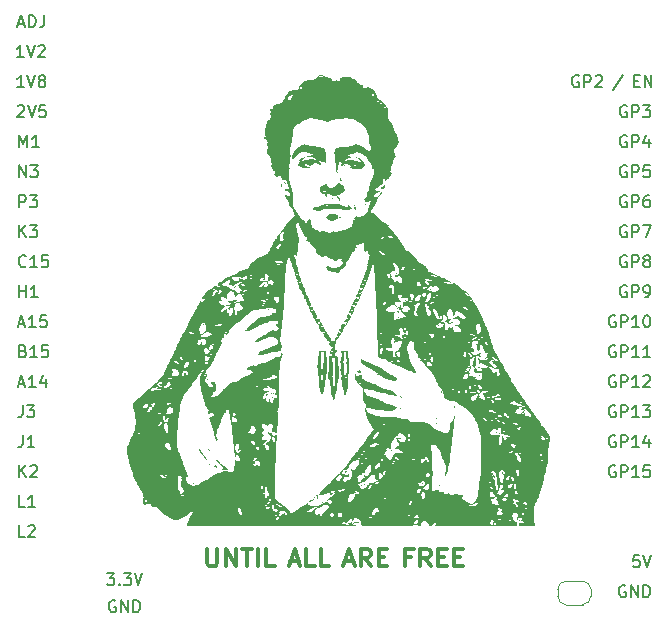
<source format=gbr>
%TF.GenerationSoftware,KiCad,Pcbnew,(7.0.0)*%
%TF.CreationDate,2025-01-20T14:18:13+11:00*%
%TF.ProjectId,shield-v3,73686965-6c64-42d7-9633-2e6b69636164,rev?*%
%TF.SameCoordinates,Original*%
%TF.FileFunction,Legend,Top*%
%TF.FilePolarity,Positive*%
%FSLAX46Y46*%
G04 Gerber Fmt 4.6, Leading zero omitted, Abs format (unit mm)*
G04 Created by KiCad (PCBNEW (7.0.0)) date 2025-01-20 14:18:13*
%MOMM*%
%LPD*%
G01*
G04 APERTURE LIST*
%ADD10C,0.300000*%
%ADD11C,0.150000*%
%ADD12C,0.120000*%
G04 APERTURE END LIST*
D10*
X70501427Y-109298571D02*
X70501427Y-110512857D01*
X70501427Y-110512857D02*
X70572856Y-110655714D01*
X70572856Y-110655714D02*
X70644285Y-110727142D01*
X70644285Y-110727142D02*
X70787142Y-110798571D01*
X70787142Y-110798571D02*
X71072856Y-110798571D01*
X71072856Y-110798571D02*
X71215713Y-110727142D01*
X71215713Y-110727142D02*
X71287142Y-110655714D01*
X71287142Y-110655714D02*
X71358570Y-110512857D01*
X71358570Y-110512857D02*
X71358570Y-109298571D01*
X72072856Y-110798571D02*
X72072856Y-109298571D01*
X72072856Y-109298571D02*
X72929999Y-110798571D01*
X72929999Y-110798571D02*
X72929999Y-109298571D01*
X73430000Y-109298571D02*
X74287143Y-109298571D01*
X73858571Y-110798571D02*
X73858571Y-109298571D01*
X74787142Y-110798571D02*
X74787142Y-109298571D01*
X76215714Y-110798571D02*
X75501428Y-110798571D01*
X75501428Y-110798571D02*
X75501428Y-109298571D01*
X77544286Y-110370000D02*
X78258572Y-110370000D01*
X77401429Y-110798571D02*
X77901429Y-109298571D01*
X77901429Y-109298571D02*
X78401429Y-110798571D01*
X79615714Y-110798571D02*
X78901428Y-110798571D01*
X78901428Y-110798571D02*
X78901428Y-109298571D01*
X80830000Y-110798571D02*
X80115714Y-110798571D01*
X80115714Y-110798571D02*
X80115714Y-109298571D01*
X82158572Y-110370000D02*
X82872858Y-110370000D01*
X82015715Y-110798571D02*
X82515715Y-109298571D01*
X82515715Y-109298571D02*
X83015715Y-110798571D01*
X84372857Y-110798571D02*
X83872857Y-110084285D01*
X83515714Y-110798571D02*
X83515714Y-109298571D01*
X83515714Y-109298571D02*
X84087143Y-109298571D01*
X84087143Y-109298571D02*
X84230000Y-109370000D01*
X84230000Y-109370000D02*
X84301429Y-109441428D01*
X84301429Y-109441428D02*
X84372857Y-109584285D01*
X84372857Y-109584285D02*
X84372857Y-109798571D01*
X84372857Y-109798571D02*
X84301429Y-109941428D01*
X84301429Y-109941428D02*
X84230000Y-110012857D01*
X84230000Y-110012857D02*
X84087143Y-110084285D01*
X84087143Y-110084285D02*
X83515714Y-110084285D01*
X85015714Y-110012857D02*
X85515714Y-110012857D01*
X85730000Y-110798571D02*
X85015714Y-110798571D01*
X85015714Y-110798571D02*
X85015714Y-109298571D01*
X85015714Y-109298571D02*
X85730000Y-109298571D01*
X87772857Y-110012857D02*
X87272857Y-110012857D01*
X87272857Y-110798571D02*
X87272857Y-109298571D01*
X87272857Y-109298571D02*
X87987143Y-109298571D01*
X89415714Y-110798571D02*
X88915714Y-110084285D01*
X88558571Y-110798571D02*
X88558571Y-109298571D01*
X88558571Y-109298571D02*
X89130000Y-109298571D01*
X89130000Y-109298571D02*
X89272857Y-109370000D01*
X89272857Y-109370000D02*
X89344286Y-109441428D01*
X89344286Y-109441428D02*
X89415714Y-109584285D01*
X89415714Y-109584285D02*
X89415714Y-109798571D01*
X89415714Y-109798571D02*
X89344286Y-109941428D01*
X89344286Y-109941428D02*
X89272857Y-110012857D01*
X89272857Y-110012857D02*
X89130000Y-110084285D01*
X89130000Y-110084285D02*
X88558571Y-110084285D01*
X90058571Y-110012857D02*
X90558571Y-110012857D01*
X90772857Y-110798571D02*
X90058571Y-110798571D01*
X90058571Y-110798571D02*
X90058571Y-109298571D01*
X90058571Y-109298571D02*
X90772857Y-109298571D01*
X91415714Y-110012857D02*
X91915714Y-110012857D01*
X92130000Y-110798571D02*
X91415714Y-110798571D01*
X91415714Y-110798571D02*
X91415714Y-109298571D01*
X91415714Y-109298571D02*
X92130000Y-109298571D01*
D11*
X54927619Y-92553571D02*
X55070476Y-92601190D01*
X55070476Y-92601190D02*
X55118095Y-92648809D01*
X55118095Y-92648809D02*
X55165714Y-92744047D01*
X55165714Y-92744047D02*
X55165714Y-92886904D01*
X55165714Y-92886904D02*
X55118095Y-92982142D01*
X55118095Y-92982142D02*
X55070476Y-93029761D01*
X55070476Y-93029761D02*
X54975238Y-93077380D01*
X54975238Y-93077380D02*
X54594286Y-93077380D01*
X54594286Y-93077380D02*
X54594286Y-92077380D01*
X54594286Y-92077380D02*
X54927619Y-92077380D01*
X54927619Y-92077380D02*
X55022857Y-92125000D01*
X55022857Y-92125000D02*
X55070476Y-92172619D01*
X55070476Y-92172619D02*
X55118095Y-92267857D01*
X55118095Y-92267857D02*
X55118095Y-92363095D01*
X55118095Y-92363095D02*
X55070476Y-92458333D01*
X55070476Y-92458333D02*
X55022857Y-92505952D01*
X55022857Y-92505952D02*
X54927619Y-92553571D01*
X54927619Y-92553571D02*
X54594286Y-92553571D01*
X56118095Y-93077380D02*
X55546667Y-93077380D01*
X55832381Y-93077380D02*
X55832381Y-92077380D01*
X55832381Y-92077380D02*
X55737143Y-92220238D01*
X55737143Y-92220238D02*
X55641905Y-92315476D01*
X55641905Y-92315476D02*
X55546667Y-92363095D01*
X57022857Y-92077380D02*
X56546667Y-92077380D01*
X56546667Y-92077380D02*
X56499048Y-92553571D01*
X56499048Y-92553571D02*
X56546667Y-92505952D01*
X56546667Y-92505952D02*
X56641905Y-92458333D01*
X56641905Y-92458333D02*
X56880000Y-92458333D01*
X56880000Y-92458333D02*
X56975238Y-92505952D01*
X56975238Y-92505952D02*
X57022857Y-92553571D01*
X57022857Y-92553571D02*
X57070476Y-92648809D01*
X57070476Y-92648809D02*
X57070476Y-92886904D01*
X57070476Y-92886904D02*
X57022857Y-92982142D01*
X57022857Y-92982142D02*
X56975238Y-93029761D01*
X56975238Y-93029761D02*
X56880000Y-93077380D01*
X56880000Y-93077380D02*
X56641905Y-93077380D01*
X56641905Y-93077380D02*
X56546667Y-93029761D01*
X56546667Y-93029761D02*
X56499048Y-92982142D01*
X107108571Y-109857380D02*
X106632381Y-109857380D01*
X106632381Y-109857380D02*
X106584762Y-110333571D01*
X106584762Y-110333571D02*
X106632381Y-110285952D01*
X106632381Y-110285952D02*
X106727619Y-110238333D01*
X106727619Y-110238333D02*
X106965714Y-110238333D01*
X106965714Y-110238333D02*
X107060952Y-110285952D01*
X107060952Y-110285952D02*
X107108571Y-110333571D01*
X107108571Y-110333571D02*
X107156190Y-110428809D01*
X107156190Y-110428809D02*
X107156190Y-110666904D01*
X107156190Y-110666904D02*
X107108571Y-110762142D01*
X107108571Y-110762142D02*
X107060952Y-110809761D01*
X107060952Y-110809761D02*
X106965714Y-110857380D01*
X106965714Y-110857380D02*
X106727619Y-110857380D01*
X106727619Y-110857380D02*
X106632381Y-110809761D01*
X106632381Y-110809761D02*
X106584762Y-110762142D01*
X107441905Y-109857380D02*
X107775238Y-110857380D01*
X107775238Y-110857380D02*
X108108571Y-109857380D01*
X55070476Y-108317380D02*
X54594286Y-108317380D01*
X54594286Y-108317380D02*
X54594286Y-107317380D01*
X55356191Y-107412619D02*
X55403810Y-107365000D01*
X55403810Y-107365000D02*
X55499048Y-107317380D01*
X55499048Y-107317380D02*
X55737143Y-107317380D01*
X55737143Y-107317380D02*
X55832381Y-107365000D01*
X55832381Y-107365000D02*
X55880000Y-107412619D01*
X55880000Y-107412619D02*
X55927619Y-107507857D01*
X55927619Y-107507857D02*
X55927619Y-107603095D01*
X55927619Y-107603095D02*
X55880000Y-107745952D01*
X55880000Y-107745952D02*
X55308572Y-108317380D01*
X55308572Y-108317380D02*
X55927619Y-108317380D01*
X54880000Y-99697380D02*
X54880000Y-100411666D01*
X54880000Y-100411666D02*
X54832381Y-100554523D01*
X54832381Y-100554523D02*
X54737143Y-100649761D01*
X54737143Y-100649761D02*
X54594286Y-100697380D01*
X54594286Y-100697380D02*
X54499048Y-100697380D01*
X55880000Y-100697380D02*
X55308572Y-100697380D01*
X55594286Y-100697380D02*
X55594286Y-99697380D01*
X55594286Y-99697380D02*
X55499048Y-99840238D01*
X55499048Y-99840238D02*
X55403810Y-99935476D01*
X55403810Y-99935476D02*
X55308572Y-99983095D01*
X106013333Y-79425000D02*
X105918095Y-79377380D01*
X105918095Y-79377380D02*
X105775238Y-79377380D01*
X105775238Y-79377380D02*
X105632381Y-79425000D01*
X105632381Y-79425000D02*
X105537143Y-79520238D01*
X105537143Y-79520238D02*
X105489524Y-79615476D01*
X105489524Y-79615476D02*
X105441905Y-79805952D01*
X105441905Y-79805952D02*
X105441905Y-79948809D01*
X105441905Y-79948809D02*
X105489524Y-80139285D01*
X105489524Y-80139285D02*
X105537143Y-80234523D01*
X105537143Y-80234523D02*
X105632381Y-80329761D01*
X105632381Y-80329761D02*
X105775238Y-80377380D01*
X105775238Y-80377380D02*
X105870476Y-80377380D01*
X105870476Y-80377380D02*
X106013333Y-80329761D01*
X106013333Y-80329761D02*
X106060952Y-80282142D01*
X106060952Y-80282142D02*
X106060952Y-79948809D01*
X106060952Y-79948809D02*
X105870476Y-79948809D01*
X106489524Y-80377380D02*
X106489524Y-79377380D01*
X106489524Y-79377380D02*
X106870476Y-79377380D01*
X106870476Y-79377380D02*
X106965714Y-79425000D01*
X106965714Y-79425000D02*
X107013333Y-79472619D01*
X107013333Y-79472619D02*
X107060952Y-79567857D01*
X107060952Y-79567857D02*
X107060952Y-79710714D01*
X107060952Y-79710714D02*
X107013333Y-79805952D01*
X107013333Y-79805952D02*
X106965714Y-79853571D01*
X106965714Y-79853571D02*
X106870476Y-79901190D01*
X106870476Y-79901190D02*
X106489524Y-79901190D01*
X107918095Y-79377380D02*
X107727619Y-79377380D01*
X107727619Y-79377380D02*
X107632381Y-79425000D01*
X107632381Y-79425000D02*
X107584762Y-79472619D01*
X107584762Y-79472619D02*
X107489524Y-79615476D01*
X107489524Y-79615476D02*
X107441905Y-79805952D01*
X107441905Y-79805952D02*
X107441905Y-80186904D01*
X107441905Y-80186904D02*
X107489524Y-80282142D01*
X107489524Y-80282142D02*
X107537143Y-80329761D01*
X107537143Y-80329761D02*
X107632381Y-80377380D01*
X107632381Y-80377380D02*
X107822857Y-80377380D01*
X107822857Y-80377380D02*
X107918095Y-80329761D01*
X107918095Y-80329761D02*
X107965714Y-80282142D01*
X107965714Y-80282142D02*
X108013333Y-80186904D01*
X108013333Y-80186904D02*
X108013333Y-79948809D01*
X108013333Y-79948809D02*
X107965714Y-79853571D01*
X107965714Y-79853571D02*
X107918095Y-79805952D01*
X107918095Y-79805952D02*
X107822857Y-79758333D01*
X107822857Y-79758333D02*
X107632381Y-79758333D01*
X107632381Y-79758333D02*
X107537143Y-79805952D01*
X107537143Y-79805952D02*
X107489524Y-79853571D01*
X107489524Y-79853571D02*
X107441905Y-79948809D01*
X54594286Y-82917380D02*
X54594286Y-81917380D01*
X55165714Y-82917380D02*
X54737143Y-82345952D01*
X55165714Y-81917380D02*
X54594286Y-82488809D01*
X55499048Y-81917380D02*
X56118095Y-81917380D01*
X56118095Y-81917380D02*
X55784762Y-82298333D01*
X55784762Y-82298333D02*
X55927619Y-82298333D01*
X55927619Y-82298333D02*
X56022857Y-82345952D01*
X56022857Y-82345952D02*
X56070476Y-82393571D01*
X56070476Y-82393571D02*
X56118095Y-82488809D01*
X56118095Y-82488809D02*
X56118095Y-82726904D01*
X56118095Y-82726904D02*
X56070476Y-82822142D01*
X56070476Y-82822142D02*
X56022857Y-82869761D01*
X56022857Y-82869761D02*
X55927619Y-82917380D01*
X55927619Y-82917380D02*
X55641905Y-82917380D01*
X55641905Y-82917380D02*
X55546667Y-82869761D01*
X55546667Y-82869761D02*
X55499048Y-82822142D01*
X54594286Y-77837380D02*
X54594286Y-76837380D01*
X54594286Y-76837380D02*
X55165714Y-77837380D01*
X55165714Y-77837380D02*
X55165714Y-76837380D01*
X55546667Y-76837380D02*
X56165714Y-76837380D01*
X56165714Y-76837380D02*
X55832381Y-77218333D01*
X55832381Y-77218333D02*
X55975238Y-77218333D01*
X55975238Y-77218333D02*
X56070476Y-77265952D01*
X56070476Y-77265952D02*
X56118095Y-77313571D01*
X56118095Y-77313571D02*
X56165714Y-77408809D01*
X56165714Y-77408809D02*
X56165714Y-77646904D01*
X56165714Y-77646904D02*
X56118095Y-77742142D01*
X56118095Y-77742142D02*
X56070476Y-77789761D01*
X56070476Y-77789761D02*
X55975238Y-77837380D01*
X55975238Y-77837380D02*
X55689524Y-77837380D01*
X55689524Y-77837380D02*
X55594286Y-77789761D01*
X55594286Y-77789761D02*
X55546667Y-77742142D01*
X101960714Y-69265000D02*
X101865476Y-69217380D01*
X101865476Y-69217380D02*
X101722619Y-69217380D01*
X101722619Y-69217380D02*
X101579762Y-69265000D01*
X101579762Y-69265000D02*
X101484524Y-69360238D01*
X101484524Y-69360238D02*
X101436905Y-69455476D01*
X101436905Y-69455476D02*
X101389286Y-69645952D01*
X101389286Y-69645952D02*
X101389286Y-69788809D01*
X101389286Y-69788809D02*
X101436905Y-69979285D01*
X101436905Y-69979285D02*
X101484524Y-70074523D01*
X101484524Y-70074523D02*
X101579762Y-70169761D01*
X101579762Y-70169761D02*
X101722619Y-70217380D01*
X101722619Y-70217380D02*
X101817857Y-70217380D01*
X101817857Y-70217380D02*
X101960714Y-70169761D01*
X101960714Y-70169761D02*
X102008333Y-70122142D01*
X102008333Y-70122142D02*
X102008333Y-69788809D01*
X102008333Y-69788809D02*
X101817857Y-69788809D01*
X102436905Y-70217380D02*
X102436905Y-69217380D01*
X102436905Y-69217380D02*
X102817857Y-69217380D01*
X102817857Y-69217380D02*
X102913095Y-69265000D01*
X102913095Y-69265000D02*
X102960714Y-69312619D01*
X102960714Y-69312619D02*
X103008333Y-69407857D01*
X103008333Y-69407857D02*
X103008333Y-69550714D01*
X103008333Y-69550714D02*
X102960714Y-69645952D01*
X102960714Y-69645952D02*
X102913095Y-69693571D01*
X102913095Y-69693571D02*
X102817857Y-69741190D01*
X102817857Y-69741190D02*
X102436905Y-69741190D01*
X103389286Y-69312619D02*
X103436905Y-69265000D01*
X103436905Y-69265000D02*
X103532143Y-69217380D01*
X103532143Y-69217380D02*
X103770238Y-69217380D01*
X103770238Y-69217380D02*
X103865476Y-69265000D01*
X103865476Y-69265000D02*
X103913095Y-69312619D01*
X103913095Y-69312619D02*
X103960714Y-69407857D01*
X103960714Y-69407857D02*
X103960714Y-69503095D01*
X103960714Y-69503095D02*
X103913095Y-69645952D01*
X103913095Y-69645952D02*
X103341667Y-70217380D01*
X103341667Y-70217380D02*
X103960714Y-70217380D01*
X105703571Y-69169761D02*
X104846429Y-70455476D01*
X106636905Y-69693571D02*
X106970238Y-69693571D01*
X107113095Y-70217380D02*
X106636905Y-70217380D01*
X106636905Y-70217380D02*
X106636905Y-69217380D01*
X106636905Y-69217380D02*
X107113095Y-69217380D01*
X107541667Y-70217380D02*
X107541667Y-69217380D01*
X107541667Y-69217380D02*
X108113095Y-70217380D01*
X108113095Y-70217380D02*
X108113095Y-69217380D01*
X54594286Y-75297380D02*
X54594286Y-74297380D01*
X54594286Y-74297380D02*
X54927619Y-75011666D01*
X54927619Y-75011666D02*
X55260952Y-74297380D01*
X55260952Y-74297380D02*
X55260952Y-75297380D01*
X56260952Y-75297380D02*
X55689524Y-75297380D01*
X55975238Y-75297380D02*
X55975238Y-74297380D01*
X55975238Y-74297380D02*
X55880000Y-74440238D01*
X55880000Y-74440238D02*
X55784762Y-74535476D01*
X55784762Y-74535476D02*
X55689524Y-74583095D01*
X105060952Y-94665000D02*
X104965714Y-94617380D01*
X104965714Y-94617380D02*
X104822857Y-94617380D01*
X104822857Y-94617380D02*
X104680000Y-94665000D01*
X104680000Y-94665000D02*
X104584762Y-94760238D01*
X104584762Y-94760238D02*
X104537143Y-94855476D01*
X104537143Y-94855476D02*
X104489524Y-95045952D01*
X104489524Y-95045952D02*
X104489524Y-95188809D01*
X104489524Y-95188809D02*
X104537143Y-95379285D01*
X104537143Y-95379285D02*
X104584762Y-95474523D01*
X104584762Y-95474523D02*
X104680000Y-95569761D01*
X104680000Y-95569761D02*
X104822857Y-95617380D01*
X104822857Y-95617380D02*
X104918095Y-95617380D01*
X104918095Y-95617380D02*
X105060952Y-95569761D01*
X105060952Y-95569761D02*
X105108571Y-95522142D01*
X105108571Y-95522142D02*
X105108571Y-95188809D01*
X105108571Y-95188809D02*
X104918095Y-95188809D01*
X105537143Y-95617380D02*
X105537143Y-94617380D01*
X105537143Y-94617380D02*
X105918095Y-94617380D01*
X105918095Y-94617380D02*
X106013333Y-94665000D01*
X106013333Y-94665000D02*
X106060952Y-94712619D01*
X106060952Y-94712619D02*
X106108571Y-94807857D01*
X106108571Y-94807857D02*
X106108571Y-94950714D01*
X106108571Y-94950714D02*
X106060952Y-95045952D01*
X106060952Y-95045952D02*
X106013333Y-95093571D01*
X106013333Y-95093571D02*
X105918095Y-95141190D01*
X105918095Y-95141190D02*
X105537143Y-95141190D01*
X107060952Y-95617380D02*
X106489524Y-95617380D01*
X106775238Y-95617380D02*
X106775238Y-94617380D01*
X106775238Y-94617380D02*
X106680000Y-94760238D01*
X106680000Y-94760238D02*
X106584762Y-94855476D01*
X106584762Y-94855476D02*
X106489524Y-94903095D01*
X107441905Y-94712619D02*
X107489524Y-94665000D01*
X107489524Y-94665000D02*
X107584762Y-94617380D01*
X107584762Y-94617380D02*
X107822857Y-94617380D01*
X107822857Y-94617380D02*
X107918095Y-94665000D01*
X107918095Y-94665000D02*
X107965714Y-94712619D01*
X107965714Y-94712619D02*
X108013333Y-94807857D01*
X108013333Y-94807857D02*
X108013333Y-94903095D01*
X108013333Y-94903095D02*
X107965714Y-95045952D01*
X107965714Y-95045952D02*
X107394286Y-95617380D01*
X107394286Y-95617380D02*
X108013333Y-95617380D01*
X54546667Y-95331666D02*
X55022857Y-95331666D01*
X54451429Y-95617380D02*
X54784762Y-94617380D01*
X54784762Y-94617380D02*
X55118095Y-95617380D01*
X55975238Y-95617380D02*
X55403810Y-95617380D01*
X55689524Y-95617380D02*
X55689524Y-94617380D01*
X55689524Y-94617380D02*
X55594286Y-94760238D01*
X55594286Y-94760238D02*
X55499048Y-94855476D01*
X55499048Y-94855476D02*
X55403810Y-94903095D01*
X56832381Y-94950714D02*
X56832381Y-95617380D01*
X56594286Y-94569761D02*
X56356191Y-95284047D01*
X56356191Y-95284047D02*
X56975238Y-95284047D01*
X54959333Y-67677380D02*
X54387905Y-67677380D01*
X54673619Y-67677380D02*
X54673619Y-66677380D01*
X54673619Y-66677380D02*
X54578381Y-66820238D01*
X54578381Y-66820238D02*
X54483143Y-66915476D01*
X54483143Y-66915476D02*
X54387905Y-66963095D01*
X55245048Y-66677380D02*
X55578381Y-67677380D01*
X55578381Y-67677380D02*
X55911714Y-66677380D01*
X56197429Y-66772619D02*
X56245048Y-66725000D01*
X56245048Y-66725000D02*
X56340286Y-66677380D01*
X56340286Y-66677380D02*
X56578381Y-66677380D01*
X56578381Y-66677380D02*
X56673619Y-66725000D01*
X56673619Y-66725000D02*
X56721238Y-66772619D01*
X56721238Y-66772619D02*
X56768857Y-66867857D01*
X56768857Y-66867857D02*
X56768857Y-66963095D01*
X56768857Y-66963095D02*
X56721238Y-67105952D01*
X56721238Y-67105952D02*
X56149810Y-67677380D01*
X56149810Y-67677380D02*
X56768857Y-67677380D01*
X105060952Y-89585000D02*
X104965714Y-89537380D01*
X104965714Y-89537380D02*
X104822857Y-89537380D01*
X104822857Y-89537380D02*
X104680000Y-89585000D01*
X104680000Y-89585000D02*
X104584762Y-89680238D01*
X104584762Y-89680238D02*
X104537143Y-89775476D01*
X104537143Y-89775476D02*
X104489524Y-89965952D01*
X104489524Y-89965952D02*
X104489524Y-90108809D01*
X104489524Y-90108809D02*
X104537143Y-90299285D01*
X104537143Y-90299285D02*
X104584762Y-90394523D01*
X104584762Y-90394523D02*
X104680000Y-90489761D01*
X104680000Y-90489761D02*
X104822857Y-90537380D01*
X104822857Y-90537380D02*
X104918095Y-90537380D01*
X104918095Y-90537380D02*
X105060952Y-90489761D01*
X105060952Y-90489761D02*
X105108571Y-90442142D01*
X105108571Y-90442142D02*
X105108571Y-90108809D01*
X105108571Y-90108809D02*
X104918095Y-90108809D01*
X105537143Y-90537380D02*
X105537143Y-89537380D01*
X105537143Y-89537380D02*
X105918095Y-89537380D01*
X105918095Y-89537380D02*
X106013333Y-89585000D01*
X106013333Y-89585000D02*
X106060952Y-89632619D01*
X106060952Y-89632619D02*
X106108571Y-89727857D01*
X106108571Y-89727857D02*
X106108571Y-89870714D01*
X106108571Y-89870714D02*
X106060952Y-89965952D01*
X106060952Y-89965952D02*
X106013333Y-90013571D01*
X106013333Y-90013571D02*
X105918095Y-90061190D01*
X105918095Y-90061190D02*
X105537143Y-90061190D01*
X107060952Y-90537380D02*
X106489524Y-90537380D01*
X106775238Y-90537380D02*
X106775238Y-89537380D01*
X106775238Y-89537380D02*
X106680000Y-89680238D01*
X106680000Y-89680238D02*
X106584762Y-89775476D01*
X106584762Y-89775476D02*
X106489524Y-89823095D01*
X107680000Y-89537380D02*
X107775238Y-89537380D01*
X107775238Y-89537380D02*
X107870476Y-89585000D01*
X107870476Y-89585000D02*
X107918095Y-89632619D01*
X107918095Y-89632619D02*
X107965714Y-89727857D01*
X107965714Y-89727857D02*
X108013333Y-89918333D01*
X108013333Y-89918333D02*
X108013333Y-90156428D01*
X108013333Y-90156428D02*
X107965714Y-90346904D01*
X107965714Y-90346904D02*
X107918095Y-90442142D01*
X107918095Y-90442142D02*
X107870476Y-90489761D01*
X107870476Y-90489761D02*
X107775238Y-90537380D01*
X107775238Y-90537380D02*
X107680000Y-90537380D01*
X107680000Y-90537380D02*
X107584762Y-90489761D01*
X107584762Y-90489761D02*
X107537143Y-90442142D01*
X107537143Y-90442142D02*
X107489524Y-90346904D01*
X107489524Y-90346904D02*
X107441905Y-90156428D01*
X107441905Y-90156428D02*
X107441905Y-89918333D01*
X107441905Y-89918333D02*
X107489524Y-89727857D01*
X107489524Y-89727857D02*
X107537143Y-89632619D01*
X107537143Y-89632619D02*
X107584762Y-89585000D01*
X107584762Y-89585000D02*
X107680000Y-89537380D01*
X105060952Y-97205000D02*
X104965714Y-97157380D01*
X104965714Y-97157380D02*
X104822857Y-97157380D01*
X104822857Y-97157380D02*
X104680000Y-97205000D01*
X104680000Y-97205000D02*
X104584762Y-97300238D01*
X104584762Y-97300238D02*
X104537143Y-97395476D01*
X104537143Y-97395476D02*
X104489524Y-97585952D01*
X104489524Y-97585952D02*
X104489524Y-97728809D01*
X104489524Y-97728809D02*
X104537143Y-97919285D01*
X104537143Y-97919285D02*
X104584762Y-98014523D01*
X104584762Y-98014523D02*
X104680000Y-98109761D01*
X104680000Y-98109761D02*
X104822857Y-98157380D01*
X104822857Y-98157380D02*
X104918095Y-98157380D01*
X104918095Y-98157380D02*
X105060952Y-98109761D01*
X105060952Y-98109761D02*
X105108571Y-98062142D01*
X105108571Y-98062142D02*
X105108571Y-97728809D01*
X105108571Y-97728809D02*
X104918095Y-97728809D01*
X105537143Y-98157380D02*
X105537143Y-97157380D01*
X105537143Y-97157380D02*
X105918095Y-97157380D01*
X105918095Y-97157380D02*
X106013333Y-97205000D01*
X106013333Y-97205000D02*
X106060952Y-97252619D01*
X106060952Y-97252619D02*
X106108571Y-97347857D01*
X106108571Y-97347857D02*
X106108571Y-97490714D01*
X106108571Y-97490714D02*
X106060952Y-97585952D01*
X106060952Y-97585952D02*
X106013333Y-97633571D01*
X106013333Y-97633571D02*
X105918095Y-97681190D01*
X105918095Y-97681190D02*
X105537143Y-97681190D01*
X107060952Y-98157380D02*
X106489524Y-98157380D01*
X106775238Y-98157380D02*
X106775238Y-97157380D01*
X106775238Y-97157380D02*
X106680000Y-97300238D01*
X106680000Y-97300238D02*
X106584762Y-97395476D01*
X106584762Y-97395476D02*
X106489524Y-97443095D01*
X107394286Y-97157380D02*
X108013333Y-97157380D01*
X108013333Y-97157380D02*
X107680000Y-97538333D01*
X107680000Y-97538333D02*
X107822857Y-97538333D01*
X107822857Y-97538333D02*
X107918095Y-97585952D01*
X107918095Y-97585952D02*
X107965714Y-97633571D01*
X107965714Y-97633571D02*
X108013333Y-97728809D01*
X108013333Y-97728809D02*
X108013333Y-97966904D01*
X108013333Y-97966904D02*
X107965714Y-98062142D01*
X107965714Y-98062142D02*
X107918095Y-98109761D01*
X107918095Y-98109761D02*
X107822857Y-98157380D01*
X107822857Y-98157380D02*
X107537143Y-98157380D01*
X107537143Y-98157380D02*
X107441905Y-98109761D01*
X107441905Y-98109761D02*
X107394286Y-98062142D01*
X105060952Y-99745000D02*
X104965714Y-99697380D01*
X104965714Y-99697380D02*
X104822857Y-99697380D01*
X104822857Y-99697380D02*
X104680000Y-99745000D01*
X104680000Y-99745000D02*
X104584762Y-99840238D01*
X104584762Y-99840238D02*
X104537143Y-99935476D01*
X104537143Y-99935476D02*
X104489524Y-100125952D01*
X104489524Y-100125952D02*
X104489524Y-100268809D01*
X104489524Y-100268809D02*
X104537143Y-100459285D01*
X104537143Y-100459285D02*
X104584762Y-100554523D01*
X104584762Y-100554523D02*
X104680000Y-100649761D01*
X104680000Y-100649761D02*
X104822857Y-100697380D01*
X104822857Y-100697380D02*
X104918095Y-100697380D01*
X104918095Y-100697380D02*
X105060952Y-100649761D01*
X105060952Y-100649761D02*
X105108571Y-100602142D01*
X105108571Y-100602142D02*
X105108571Y-100268809D01*
X105108571Y-100268809D02*
X104918095Y-100268809D01*
X105537143Y-100697380D02*
X105537143Y-99697380D01*
X105537143Y-99697380D02*
X105918095Y-99697380D01*
X105918095Y-99697380D02*
X106013333Y-99745000D01*
X106013333Y-99745000D02*
X106060952Y-99792619D01*
X106060952Y-99792619D02*
X106108571Y-99887857D01*
X106108571Y-99887857D02*
X106108571Y-100030714D01*
X106108571Y-100030714D02*
X106060952Y-100125952D01*
X106060952Y-100125952D02*
X106013333Y-100173571D01*
X106013333Y-100173571D02*
X105918095Y-100221190D01*
X105918095Y-100221190D02*
X105537143Y-100221190D01*
X107060952Y-100697380D02*
X106489524Y-100697380D01*
X106775238Y-100697380D02*
X106775238Y-99697380D01*
X106775238Y-99697380D02*
X106680000Y-99840238D01*
X106680000Y-99840238D02*
X106584762Y-99935476D01*
X106584762Y-99935476D02*
X106489524Y-99983095D01*
X107918095Y-100030714D02*
X107918095Y-100697380D01*
X107680000Y-99649761D02*
X107441905Y-100364047D01*
X107441905Y-100364047D02*
X108060952Y-100364047D01*
X105060952Y-102285000D02*
X104965714Y-102237380D01*
X104965714Y-102237380D02*
X104822857Y-102237380D01*
X104822857Y-102237380D02*
X104680000Y-102285000D01*
X104680000Y-102285000D02*
X104584762Y-102380238D01*
X104584762Y-102380238D02*
X104537143Y-102475476D01*
X104537143Y-102475476D02*
X104489524Y-102665952D01*
X104489524Y-102665952D02*
X104489524Y-102808809D01*
X104489524Y-102808809D02*
X104537143Y-102999285D01*
X104537143Y-102999285D02*
X104584762Y-103094523D01*
X104584762Y-103094523D02*
X104680000Y-103189761D01*
X104680000Y-103189761D02*
X104822857Y-103237380D01*
X104822857Y-103237380D02*
X104918095Y-103237380D01*
X104918095Y-103237380D02*
X105060952Y-103189761D01*
X105060952Y-103189761D02*
X105108571Y-103142142D01*
X105108571Y-103142142D02*
X105108571Y-102808809D01*
X105108571Y-102808809D02*
X104918095Y-102808809D01*
X105537143Y-103237380D02*
X105537143Y-102237380D01*
X105537143Y-102237380D02*
X105918095Y-102237380D01*
X105918095Y-102237380D02*
X106013333Y-102285000D01*
X106013333Y-102285000D02*
X106060952Y-102332619D01*
X106060952Y-102332619D02*
X106108571Y-102427857D01*
X106108571Y-102427857D02*
X106108571Y-102570714D01*
X106108571Y-102570714D02*
X106060952Y-102665952D01*
X106060952Y-102665952D02*
X106013333Y-102713571D01*
X106013333Y-102713571D02*
X105918095Y-102761190D01*
X105918095Y-102761190D02*
X105537143Y-102761190D01*
X107060952Y-103237380D02*
X106489524Y-103237380D01*
X106775238Y-103237380D02*
X106775238Y-102237380D01*
X106775238Y-102237380D02*
X106680000Y-102380238D01*
X106680000Y-102380238D02*
X106584762Y-102475476D01*
X106584762Y-102475476D02*
X106489524Y-102523095D01*
X107965714Y-102237380D02*
X107489524Y-102237380D01*
X107489524Y-102237380D02*
X107441905Y-102713571D01*
X107441905Y-102713571D02*
X107489524Y-102665952D01*
X107489524Y-102665952D02*
X107584762Y-102618333D01*
X107584762Y-102618333D02*
X107822857Y-102618333D01*
X107822857Y-102618333D02*
X107918095Y-102665952D01*
X107918095Y-102665952D02*
X107965714Y-102713571D01*
X107965714Y-102713571D02*
X108013333Y-102808809D01*
X108013333Y-102808809D02*
X108013333Y-103046904D01*
X108013333Y-103046904D02*
X107965714Y-103142142D01*
X107965714Y-103142142D02*
X107918095Y-103189761D01*
X107918095Y-103189761D02*
X107822857Y-103237380D01*
X107822857Y-103237380D02*
X107584762Y-103237380D01*
X107584762Y-103237380D02*
X107489524Y-103189761D01*
X107489524Y-103189761D02*
X107441905Y-103142142D01*
X54880000Y-97157380D02*
X54880000Y-97871666D01*
X54880000Y-97871666D02*
X54832381Y-98014523D01*
X54832381Y-98014523D02*
X54737143Y-98109761D01*
X54737143Y-98109761D02*
X54594286Y-98157380D01*
X54594286Y-98157380D02*
X54499048Y-98157380D01*
X55260953Y-97157380D02*
X55880000Y-97157380D01*
X55880000Y-97157380D02*
X55546667Y-97538333D01*
X55546667Y-97538333D02*
X55689524Y-97538333D01*
X55689524Y-97538333D02*
X55784762Y-97585952D01*
X55784762Y-97585952D02*
X55832381Y-97633571D01*
X55832381Y-97633571D02*
X55880000Y-97728809D01*
X55880000Y-97728809D02*
X55880000Y-97966904D01*
X55880000Y-97966904D02*
X55832381Y-98062142D01*
X55832381Y-98062142D02*
X55784762Y-98109761D01*
X55784762Y-98109761D02*
X55689524Y-98157380D01*
X55689524Y-98157380D02*
X55403810Y-98157380D01*
X55403810Y-98157380D02*
X55308572Y-98109761D01*
X55308572Y-98109761D02*
X55260953Y-98062142D01*
X106013333Y-76885000D02*
X105918095Y-76837380D01*
X105918095Y-76837380D02*
X105775238Y-76837380D01*
X105775238Y-76837380D02*
X105632381Y-76885000D01*
X105632381Y-76885000D02*
X105537143Y-76980238D01*
X105537143Y-76980238D02*
X105489524Y-77075476D01*
X105489524Y-77075476D02*
X105441905Y-77265952D01*
X105441905Y-77265952D02*
X105441905Y-77408809D01*
X105441905Y-77408809D02*
X105489524Y-77599285D01*
X105489524Y-77599285D02*
X105537143Y-77694523D01*
X105537143Y-77694523D02*
X105632381Y-77789761D01*
X105632381Y-77789761D02*
X105775238Y-77837380D01*
X105775238Y-77837380D02*
X105870476Y-77837380D01*
X105870476Y-77837380D02*
X106013333Y-77789761D01*
X106013333Y-77789761D02*
X106060952Y-77742142D01*
X106060952Y-77742142D02*
X106060952Y-77408809D01*
X106060952Y-77408809D02*
X105870476Y-77408809D01*
X106489524Y-77837380D02*
X106489524Y-76837380D01*
X106489524Y-76837380D02*
X106870476Y-76837380D01*
X106870476Y-76837380D02*
X106965714Y-76885000D01*
X106965714Y-76885000D02*
X107013333Y-76932619D01*
X107013333Y-76932619D02*
X107060952Y-77027857D01*
X107060952Y-77027857D02*
X107060952Y-77170714D01*
X107060952Y-77170714D02*
X107013333Y-77265952D01*
X107013333Y-77265952D02*
X106965714Y-77313571D01*
X106965714Y-77313571D02*
X106870476Y-77361190D01*
X106870476Y-77361190D02*
X106489524Y-77361190D01*
X107965714Y-76837380D02*
X107489524Y-76837380D01*
X107489524Y-76837380D02*
X107441905Y-77313571D01*
X107441905Y-77313571D02*
X107489524Y-77265952D01*
X107489524Y-77265952D02*
X107584762Y-77218333D01*
X107584762Y-77218333D02*
X107822857Y-77218333D01*
X107822857Y-77218333D02*
X107918095Y-77265952D01*
X107918095Y-77265952D02*
X107965714Y-77313571D01*
X107965714Y-77313571D02*
X108013333Y-77408809D01*
X108013333Y-77408809D02*
X108013333Y-77646904D01*
X108013333Y-77646904D02*
X107965714Y-77742142D01*
X107965714Y-77742142D02*
X107918095Y-77789761D01*
X107918095Y-77789761D02*
X107822857Y-77837380D01*
X107822857Y-77837380D02*
X107584762Y-77837380D01*
X107584762Y-77837380D02*
X107489524Y-77789761D01*
X107489524Y-77789761D02*
X107441905Y-77742142D01*
X62738095Y-113715000D02*
X62642857Y-113667380D01*
X62642857Y-113667380D02*
X62500000Y-113667380D01*
X62500000Y-113667380D02*
X62357143Y-113715000D01*
X62357143Y-113715000D02*
X62261905Y-113810238D01*
X62261905Y-113810238D02*
X62214286Y-113905476D01*
X62214286Y-113905476D02*
X62166667Y-114095952D01*
X62166667Y-114095952D02*
X62166667Y-114238809D01*
X62166667Y-114238809D02*
X62214286Y-114429285D01*
X62214286Y-114429285D02*
X62261905Y-114524523D01*
X62261905Y-114524523D02*
X62357143Y-114619761D01*
X62357143Y-114619761D02*
X62500000Y-114667380D01*
X62500000Y-114667380D02*
X62595238Y-114667380D01*
X62595238Y-114667380D02*
X62738095Y-114619761D01*
X62738095Y-114619761D02*
X62785714Y-114572142D01*
X62785714Y-114572142D02*
X62785714Y-114238809D01*
X62785714Y-114238809D02*
X62595238Y-114238809D01*
X63214286Y-114667380D02*
X63214286Y-113667380D01*
X63214286Y-113667380D02*
X63785714Y-114667380D01*
X63785714Y-114667380D02*
X63785714Y-113667380D01*
X64261905Y-114667380D02*
X64261905Y-113667380D01*
X64261905Y-113667380D02*
X64500000Y-113667380D01*
X64500000Y-113667380D02*
X64642857Y-113715000D01*
X64642857Y-113715000D02*
X64738095Y-113810238D01*
X64738095Y-113810238D02*
X64785714Y-113905476D01*
X64785714Y-113905476D02*
X64833333Y-114095952D01*
X64833333Y-114095952D02*
X64833333Y-114238809D01*
X64833333Y-114238809D02*
X64785714Y-114429285D01*
X64785714Y-114429285D02*
X64738095Y-114524523D01*
X64738095Y-114524523D02*
X64642857Y-114619761D01*
X64642857Y-114619761D02*
X64500000Y-114667380D01*
X64500000Y-114667380D02*
X64261905Y-114667380D01*
X106013333Y-84505000D02*
X105918095Y-84457380D01*
X105918095Y-84457380D02*
X105775238Y-84457380D01*
X105775238Y-84457380D02*
X105632381Y-84505000D01*
X105632381Y-84505000D02*
X105537143Y-84600238D01*
X105537143Y-84600238D02*
X105489524Y-84695476D01*
X105489524Y-84695476D02*
X105441905Y-84885952D01*
X105441905Y-84885952D02*
X105441905Y-85028809D01*
X105441905Y-85028809D02*
X105489524Y-85219285D01*
X105489524Y-85219285D02*
X105537143Y-85314523D01*
X105537143Y-85314523D02*
X105632381Y-85409761D01*
X105632381Y-85409761D02*
X105775238Y-85457380D01*
X105775238Y-85457380D02*
X105870476Y-85457380D01*
X105870476Y-85457380D02*
X106013333Y-85409761D01*
X106013333Y-85409761D02*
X106060952Y-85362142D01*
X106060952Y-85362142D02*
X106060952Y-85028809D01*
X106060952Y-85028809D02*
X105870476Y-85028809D01*
X106489524Y-85457380D02*
X106489524Y-84457380D01*
X106489524Y-84457380D02*
X106870476Y-84457380D01*
X106870476Y-84457380D02*
X106965714Y-84505000D01*
X106965714Y-84505000D02*
X107013333Y-84552619D01*
X107013333Y-84552619D02*
X107060952Y-84647857D01*
X107060952Y-84647857D02*
X107060952Y-84790714D01*
X107060952Y-84790714D02*
X107013333Y-84885952D01*
X107013333Y-84885952D02*
X106965714Y-84933571D01*
X106965714Y-84933571D02*
X106870476Y-84981190D01*
X106870476Y-84981190D02*
X106489524Y-84981190D01*
X107632381Y-84885952D02*
X107537143Y-84838333D01*
X107537143Y-84838333D02*
X107489524Y-84790714D01*
X107489524Y-84790714D02*
X107441905Y-84695476D01*
X107441905Y-84695476D02*
X107441905Y-84647857D01*
X107441905Y-84647857D02*
X107489524Y-84552619D01*
X107489524Y-84552619D02*
X107537143Y-84505000D01*
X107537143Y-84505000D02*
X107632381Y-84457380D01*
X107632381Y-84457380D02*
X107822857Y-84457380D01*
X107822857Y-84457380D02*
X107918095Y-84505000D01*
X107918095Y-84505000D02*
X107965714Y-84552619D01*
X107965714Y-84552619D02*
X108013333Y-84647857D01*
X108013333Y-84647857D02*
X108013333Y-84695476D01*
X108013333Y-84695476D02*
X107965714Y-84790714D01*
X107965714Y-84790714D02*
X107918095Y-84838333D01*
X107918095Y-84838333D02*
X107822857Y-84885952D01*
X107822857Y-84885952D02*
X107632381Y-84885952D01*
X107632381Y-84885952D02*
X107537143Y-84933571D01*
X107537143Y-84933571D02*
X107489524Y-84981190D01*
X107489524Y-84981190D02*
X107441905Y-85076428D01*
X107441905Y-85076428D02*
X107441905Y-85266904D01*
X107441905Y-85266904D02*
X107489524Y-85362142D01*
X107489524Y-85362142D02*
X107537143Y-85409761D01*
X107537143Y-85409761D02*
X107632381Y-85457380D01*
X107632381Y-85457380D02*
X107822857Y-85457380D01*
X107822857Y-85457380D02*
X107918095Y-85409761D01*
X107918095Y-85409761D02*
X107965714Y-85362142D01*
X107965714Y-85362142D02*
X108013333Y-85266904D01*
X108013333Y-85266904D02*
X108013333Y-85076428D01*
X108013333Y-85076428D02*
X107965714Y-84981190D01*
X107965714Y-84981190D02*
X107918095Y-84933571D01*
X107918095Y-84933571D02*
X107822857Y-84885952D01*
X54594286Y-103237380D02*
X54594286Y-102237380D01*
X55165714Y-103237380D02*
X54737143Y-102665952D01*
X55165714Y-102237380D02*
X54594286Y-102808809D01*
X55546667Y-102332619D02*
X55594286Y-102285000D01*
X55594286Y-102285000D02*
X55689524Y-102237380D01*
X55689524Y-102237380D02*
X55927619Y-102237380D01*
X55927619Y-102237380D02*
X56022857Y-102285000D01*
X56022857Y-102285000D02*
X56070476Y-102332619D01*
X56070476Y-102332619D02*
X56118095Y-102427857D01*
X56118095Y-102427857D02*
X56118095Y-102523095D01*
X56118095Y-102523095D02*
X56070476Y-102665952D01*
X56070476Y-102665952D02*
X55499048Y-103237380D01*
X55499048Y-103237380D02*
X56118095Y-103237380D01*
X62023810Y-111381380D02*
X62642857Y-111381380D01*
X62642857Y-111381380D02*
X62309524Y-111762333D01*
X62309524Y-111762333D02*
X62452381Y-111762333D01*
X62452381Y-111762333D02*
X62547619Y-111809952D01*
X62547619Y-111809952D02*
X62595238Y-111857571D01*
X62595238Y-111857571D02*
X62642857Y-111952809D01*
X62642857Y-111952809D02*
X62642857Y-112190904D01*
X62642857Y-112190904D02*
X62595238Y-112286142D01*
X62595238Y-112286142D02*
X62547619Y-112333761D01*
X62547619Y-112333761D02*
X62452381Y-112381380D01*
X62452381Y-112381380D02*
X62166667Y-112381380D01*
X62166667Y-112381380D02*
X62071429Y-112333761D01*
X62071429Y-112333761D02*
X62023810Y-112286142D01*
X63071429Y-112286142D02*
X63119048Y-112333761D01*
X63119048Y-112333761D02*
X63071429Y-112381380D01*
X63071429Y-112381380D02*
X63023810Y-112333761D01*
X63023810Y-112333761D02*
X63071429Y-112286142D01*
X63071429Y-112286142D02*
X63071429Y-112381380D01*
X63452381Y-111381380D02*
X64071428Y-111381380D01*
X64071428Y-111381380D02*
X63738095Y-111762333D01*
X63738095Y-111762333D02*
X63880952Y-111762333D01*
X63880952Y-111762333D02*
X63976190Y-111809952D01*
X63976190Y-111809952D02*
X64023809Y-111857571D01*
X64023809Y-111857571D02*
X64071428Y-111952809D01*
X64071428Y-111952809D02*
X64071428Y-112190904D01*
X64071428Y-112190904D02*
X64023809Y-112286142D01*
X64023809Y-112286142D02*
X63976190Y-112333761D01*
X63976190Y-112333761D02*
X63880952Y-112381380D01*
X63880952Y-112381380D02*
X63595238Y-112381380D01*
X63595238Y-112381380D02*
X63500000Y-112333761D01*
X63500000Y-112333761D02*
X63452381Y-112286142D01*
X64357143Y-111381380D02*
X64690476Y-112381380D01*
X64690476Y-112381380D02*
X65023809Y-111381380D01*
X54594286Y-80377380D02*
X54594286Y-79377380D01*
X54594286Y-79377380D02*
X54975238Y-79377380D01*
X54975238Y-79377380D02*
X55070476Y-79425000D01*
X55070476Y-79425000D02*
X55118095Y-79472619D01*
X55118095Y-79472619D02*
X55165714Y-79567857D01*
X55165714Y-79567857D02*
X55165714Y-79710714D01*
X55165714Y-79710714D02*
X55118095Y-79805952D01*
X55118095Y-79805952D02*
X55070476Y-79853571D01*
X55070476Y-79853571D02*
X54975238Y-79901190D01*
X54975238Y-79901190D02*
X54594286Y-79901190D01*
X55499048Y-79377380D02*
X56118095Y-79377380D01*
X56118095Y-79377380D02*
X55784762Y-79758333D01*
X55784762Y-79758333D02*
X55927619Y-79758333D01*
X55927619Y-79758333D02*
X56022857Y-79805952D01*
X56022857Y-79805952D02*
X56070476Y-79853571D01*
X56070476Y-79853571D02*
X56118095Y-79948809D01*
X56118095Y-79948809D02*
X56118095Y-80186904D01*
X56118095Y-80186904D02*
X56070476Y-80282142D01*
X56070476Y-80282142D02*
X56022857Y-80329761D01*
X56022857Y-80329761D02*
X55927619Y-80377380D01*
X55927619Y-80377380D02*
X55641905Y-80377380D01*
X55641905Y-80377380D02*
X55546667Y-80329761D01*
X55546667Y-80329761D02*
X55499048Y-80282142D01*
X54467143Y-71852619D02*
X54514762Y-71805000D01*
X54514762Y-71805000D02*
X54610000Y-71757380D01*
X54610000Y-71757380D02*
X54848095Y-71757380D01*
X54848095Y-71757380D02*
X54943333Y-71805000D01*
X54943333Y-71805000D02*
X54990952Y-71852619D01*
X54990952Y-71852619D02*
X55038571Y-71947857D01*
X55038571Y-71947857D02*
X55038571Y-72043095D01*
X55038571Y-72043095D02*
X54990952Y-72185952D01*
X54990952Y-72185952D02*
X54419524Y-72757380D01*
X54419524Y-72757380D02*
X55038571Y-72757380D01*
X55324286Y-71757380D02*
X55657619Y-72757380D01*
X55657619Y-72757380D02*
X55990952Y-71757380D01*
X56800476Y-71757380D02*
X56324286Y-71757380D01*
X56324286Y-71757380D02*
X56276667Y-72233571D01*
X56276667Y-72233571D02*
X56324286Y-72185952D01*
X56324286Y-72185952D02*
X56419524Y-72138333D01*
X56419524Y-72138333D02*
X56657619Y-72138333D01*
X56657619Y-72138333D02*
X56752857Y-72185952D01*
X56752857Y-72185952D02*
X56800476Y-72233571D01*
X56800476Y-72233571D02*
X56848095Y-72328809D01*
X56848095Y-72328809D02*
X56848095Y-72566904D01*
X56848095Y-72566904D02*
X56800476Y-72662142D01*
X56800476Y-72662142D02*
X56752857Y-72709761D01*
X56752857Y-72709761D02*
X56657619Y-72757380D01*
X56657619Y-72757380D02*
X56419524Y-72757380D01*
X56419524Y-72757380D02*
X56324286Y-72709761D01*
X56324286Y-72709761D02*
X56276667Y-72662142D01*
X54594286Y-87997380D02*
X54594286Y-86997380D01*
X54594286Y-87473571D02*
X55165714Y-87473571D01*
X55165714Y-87997380D02*
X55165714Y-86997380D01*
X56165714Y-87997380D02*
X55594286Y-87997380D01*
X55880000Y-87997380D02*
X55880000Y-86997380D01*
X55880000Y-86997380D02*
X55784762Y-87140238D01*
X55784762Y-87140238D02*
X55689524Y-87235476D01*
X55689524Y-87235476D02*
X55594286Y-87283095D01*
X106013333Y-74345000D02*
X105918095Y-74297380D01*
X105918095Y-74297380D02*
X105775238Y-74297380D01*
X105775238Y-74297380D02*
X105632381Y-74345000D01*
X105632381Y-74345000D02*
X105537143Y-74440238D01*
X105537143Y-74440238D02*
X105489524Y-74535476D01*
X105489524Y-74535476D02*
X105441905Y-74725952D01*
X105441905Y-74725952D02*
X105441905Y-74868809D01*
X105441905Y-74868809D02*
X105489524Y-75059285D01*
X105489524Y-75059285D02*
X105537143Y-75154523D01*
X105537143Y-75154523D02*
X105632381Y-75249761D01*
X105632381Y-75249761D02*
X105775238Y-75297380D01*
X105775238Y-75297380D02*
X105870476Y-75297380D01*
X105870476Y-75297380D02*
X106013333Y-75249761D01*
X106013333Y-75249761D02*
X106060952Y-75202142D01*
X106060952Y-75202142D02*
X106060952Y-74868809D01*
X106060952Y-74868809D02*
X105870476Y-74868809D01*
X106489524Y-75297380D02*
X106489524Y-74297380D01*
X106489524Y-74297380D02*
X106870476Y-74297380D01*
X106870476Y-74297380D02*
X106965714Y-74345000D01*
X106965714Y-74345000D02*
X107013333Y-74392619D01*
X107013333Y-74392619D02*
X107060952Y-74487857D01*
X107060952Y-74487857D02*
X107060952Y-74630714D01*
X107060952Y-74630714D02*
X107013333Y-74725952D01*
X107013333Y-74725952D02*
X106965714Y-74773571D01*
X106965714Y-74773571D02*
X106870476Y-74821190D01*
X106870476Y-74821190D02*
X106489524Y-74821190D01*
X107918095Y-74630714D02*
X107918095Y-75297380D01*
X107680000Y-74249761D02*
X107441905Y-74964047D01*
X107441905Y-74964047D02*
X108060952Y-74964047D01*
X55165714Y-85362142D02*
X55118095Y-85409761D01*
X55118095Y-85409761D02*
X54975238Y-85457380D01*
X54975238Y-85457380D02*
X54880000Y-85457380D01*
X54880000Y-85457380D02*
X54737143Y-85409761D01*
X54737143Y-85409761D02*
X54641905Y-85314523D01*
X54641905Y-85314523D02*
X54594286Y-85219285D01*
X54594286Y-85219285D02*
X54546667Y-85028809D01*
X54546667Y-85028809D02*
X54546667Y-84885952D01*
X54546667Y-84885952D02*
X54594286Y-84695476D01*
X54594286Y-84695476D02*
X54641905Y-84600238D01*
X54641905Y-84600238D02*
X54737143Y-84505000D01*
X54737143Y-84505000D02*
X54880000Y-84457380D01*
X54880000Y-84457380D02*
X54975238Y-84457380D01*
X54975238Y-84457380D02*
X55118095Y-84505000D01*
X55118095Y-84505000D02*
X55165714Y-84552619D01*
X56118095Y-85457380D02*
X55546667Y-85457380D01*
X55832381Y-85457380D02*
X55832381Y-84457380D01*
X55832381Y-84457380D02*
X55737143Y-84600238D01*
X55737143Y-84600238D02*
X55641905Y-84695476D01*
X55641905Y-84695476D02*
X55546667Y-84743095D01*
X57022857Y-84457380D02*
X56546667Y-84457380D01*
X56546667Y-84457380D02*
X56499048Y-84933571D01*
X56499048Y-84933571D02*
X56546667Y-84885952D01*
X56546667Y-84885952D02*
X56641905Y-84838333D01*
X56641905Y-84838333D02*
X56880000Y-84838333D01*
X56880000Y-84838333D02*
X56975238Y-84885952D01*
X56975238Y-84885952D02*
X57022857Y-84933571D01*
X57022857Y-84933571D02*
X57070476Y-85028809D01*
X57070476Y-85028809D02*
X57070476Y-85266904D01*
X57070476Y-85266904D02*
X57022857Y-85362142D01*
X57022857Y-85362142D02*
X56975238Y-85409761D01*
X56975238Y-85409761D02*
X56880000Y-85457380D01*
X56880000Y-85457380D02*
X56641905Y-85457380D01*
X56641905Y-85457380D02*
X56546667Y-85409761D01*
X56546667Y-85409761D02*
X56499048Y-85362142D01*
X105060952Y-92125000D02*
X104965714Y-92077380D01*
X104965714Y-92077380D02*
X104822857Y-92077380D01*
X104822857Y-92077380D02*
X104680000Y-92125000D01*
X104680000Y-92125000D02*
X104584762Y-92220238D01*
X104584762Y-92220238D02*
X104537143Y-92315476D01*
X104537143Y-92315476D02*
X104489524Y-92505952D01*
X104489524Y-92505952D02*
X104489524Y-92648809D01*
X104489524Y-92648809D02*
X104537143Y-92839285D01*
X104537143Y-92839285D02*
X104584762Y-92934523D01*
X104584762Y-92934523D02*
X104680000Y-93029761D01*
X104680000Y-93029761D02*
X104822857Y-93077380D01*
X104822857Y-93077380D02*
X104918095Y-93077380D01*
X104918095Y-93077380D02*
X105060952Y-93029761D01*
X105060952Y-93029761D02*
X105108571Y-92982142D01*
X105108571Y-92982142D02*
X105108571Y-92648809D01*
X105108571Y-92648809D02*
X104918095Y-92648809D01*
X105537143Y-93077380D02*
X105537143Y-92077380D01*
X105537143Y-92077380D02*
X105918095Y-92077380D01*
X105918095Y-92077380D02*
X106013333Y-92125000D01*
X106013333Y-92125000D02*
X106060952Y-92172619D01*
X106060952Y-92172619D02*
X106108571Y-92267857D01*
X106108571Y-92267857D02*
X106108571Y-92410714D01*
X106108571Y-92410714D02*
X106060952Y-92505952D01*
X106060952Y-92505952D02*
X106013333Y-92553571D01*
X106013333Y-92553571D02*
X105918095Y-92601190D01*
X105918095Y-92601190D02*
X105537143Y-92601190D01*
X107060952Y-93077380D02*
X106489524Y-93077380D01*
X106775238Y-93077380D02*
X106775238Y-92077380D01*
X106775238Y-92077380D02*
X106680000Y-92220238D01*
X106680000Y-92220238D02*
X106584762Y-92315476D01*
X106584762Y-92315476D02*
X106489524Y-92363095D01*
X108013333Y-93077380D02*
X107441905Y-93077380D01*
X107727619Y-93077380D02*
X107727619Y-92077380D01*
X107727619Y-92077380D02*
X107632381Y-92220238D01*
X107632381Y-92220238D02*
X107537143Y-92315476D01*
X107537143Y-92315476D02*
X107441905Y-92363095D01*
X105918095Y-112445000D02*
X105822857Y-112397380D01*
X105822857Y-112397380D02*
X105680000Y-112397380D01*
X105680000Y-112397380D02*
X105537143Y-112445000D01*
X105537143Y-112445000D02*
X105441905Y-112540238D01*
X105441905Y-112540238D02*
X105394286Y-112635476D01*
X105394286Y-112635476D02*
X105346667Y-112825952D01*
X105346667Y-112825952D02*
X105346667Y-112968809D01*
X105346667Y-112968809D02*
X105394286Y-113159285D01*
X105394286Y-113159285D02*
X105441905Y-113254523D01*
X105441905Y-113254523D02*
X105537143Y-113349761D01*
X105537143Y-113349761D02*
X105680000Y-113397380D01*
X105680000Y-113397380D02*
X105775238Y-113397380D01*
X105775238Y-113397380D02*
X105918095Y-113349761D01*
X105918095Y-113349761D02*
X105965714Y-113302142D01*
X105965714Y-113302142D02*
X105965714Y-112968809D01*
X105965714Y-112968809D02*
X105775238Y-112968809D01*
X106394286Y-113397380D02*
X106394286Y-112397380D01*
X106394286Y-112397380D02*
X106965714Y-113397380D01*
X106965714Y-113397380D02*
X106965714Y-112397380D01*
X107441905Y-113397380D02*
X107441905Y-112397380D01*
X107441905Y-112397380D02*
X107680000Y-112397380D01*
X107680000Y-112397380D02*
X107822857Y-112445000D01*
X107822857Y-112445000D02*
X107918095Y-112540238D01*
X107918095Y-112540238D02*
X107965714Y-112635476D01*
X107965714Y-112635476D02*
X108013333Y-112825952D01*
X108013333Y-112825952D02*
X108013333Y-112968809D01*
X108013333Y-112968809D02*
X107965714Y-113159285D01*
X107965714Y-113159285D02*
X107918095Y-113254523D01*
X107918095Y-113254523D02*
X107822857Y-113349761D01*
X107822857Y-113349761D02*
X107680000Y-113397380D01*
X107680000Y-113397380D02*
X107441905Y-113397380D01*
X54506952Y-64851666D02*
X54983142Y-64851666D01*
X54411714Y-65137380D02*
X54745047Y-64137380D01*
X54745047Y-64137380D02*
X55078380Y-65137380D01*
X55411714Y-65137380D02*
X55411714Y-64137380D01*
X55411714Y-64137380D02*
X55649809Y-64137380D01*
X55649809Y-64137380D02*
X55792666Y-64185000D01*
X55792666Y-64185000D02*
X55887904Y-64280238D01*
X55887904Y-64280238D02*
X55935523Y-64375476D01*
X55935523Y-64375476D02*
X55983142Y-64565952D01*
X55983142Y-64565952D02*
X55983142Y-64708809D01*
X55983142Y-64708809D02*
X55935523Y-64899285D01*
X55935523Y-64899285D02*
X55887904Y-64994523D01*
X55887904Y-64994523D02*
X55792666Y-65089761D01*
X55792666Y-65089761D02*
X55649809Y-65137380D01*
X55649809Y-65137380D02*
X55411714Y-65137380D01*
X56697428Y-64137380D02*
X56697428Y-64851666D01*
X56697428Y-64851666D02*
X56649809Y-64994523D01*
X56649809Y-64994523D02*
X56554571Y-65089761D01*
X56554571Y-65089761D02*
X56411714Y-65137380D01*
X56411714Y-65137380D02*
X56316476Y-65137380D01*
X55070476Y-105777380D02*
X54594286Y-105777380D01*
X54594286Y-105777380D02*
X54594286Y-104777380D01*
X55927619Y-105777380D02*
X55356191Y-105777380D01*
X55641905Y-105777380D02*
X55641905Y-104777380D01*
X55641905Y-104777380D02*
X55546667Y-104920238D01*
X55546667Y-104920238D02*
X55451429Y-105015476D01*
X55451429Y-105015476D02*
X55356191Y-105063095D01*
X106013333Y-71805000D02*
X105918095Y-71757380D01*
X105918095Y-71757380D02*
X105775238Y-71757380D01*
X105775238Y-71757380D02*
X105632381Y-71805000D01*
X105632381Y-71805000D02*
X105537143Y-71900238D01*
X105537143Y-71900238D02*
X105489524Y-71995476D01*
X105489524Y-71995476D02*
X105441905Y-72185952D01*
X105441905Y-72185952D02*
X105441905Y-72328809D01*
X105441905Y-72328809D02*
X105489524Y-72519285D01*
X105489524Y-72519285D02*
X105537143Y-72614523D01*
X105537143Y-72614523D02*
X105632381Y-72709761D01*
X105632381Y-72709761D02*
X105775238Y-72757380D01*
X105775238Y-72757380D02*
X105870476Y-72757380D01*
X105870476Y-72757380D02*
X106013333Y-72709761D01*
X106013333Y-72709761D02*
X106060952Y-72662142D01*
X106060952Y-72662142D02*
X106060952Y-72328809D01*
X106060952Y-72328809D02*
X105870476Y-72328809D01*
X106489524Y-72757380D02*
X106489524Y-71757380D01*
X106489524Y-71757380D02*
X106870476Y-71757380D01*
X106870476Y-71757380D02*
X106965714Y-71805000D01*
X106965714Y-71805000D02*
X107013333Y-71852619D01*
X107013333Y-71852619D02*
X107060952Y-71947857D01*
X107060952Y-71947857D02*
X107060952Y-72090714D01*
X107060952Y-72090714D02*
X107013333Y-72185952D01*
X107013333Y-72185952D02*
X106965714Y-72233571D01*
X106965714Y-72233571D02*
X106870476Y-72281190D01*
X106870476Y-72281190D02*
X106489524Y-72281190D01*
X107394286Y-71757380D02*
X108013333Y-71757380D01*
X108013333Y-71757380D02*
X107680000Y-72138333D01*
X107680000Y-72138333D02*
X107822857Y-72138333D01*
X107822857Y-72138333D02*
X107918095Y-72185952D01*
X107918095Y-72185952D02*
X107965714Y-72233571D01*
X107965714Y-72233571D02*
X108013333Y-72328809D01*
X108013333Y-72328809D02*
X108013333Y-72566904D01*
X108013333Y-72566904D02*
X107965714Y-72662142D01*
X107965714Y-72662142D02*
X107918095Y-72709761D01*
X107918095Y-72709761D02*
X107822857Y-72757380D01*
X107822857Y-72757380D02*
X107537143Y-72757380D01*
X107537143Y-72757380D02*
X107441905Y-72709761D01*
X107441905Y-72709761D02*
X107394286Y-72662142D01*
X106013333Y-81965000D02*
X105918095Y-81917380D01*
X105918095Y-81917380D02*
X105775238Y-81917380D01*
X105775238Y-81917380D02*
X105632381Y-81965000D01*
X105632381Y-81965000D02*
X105537143Y-82060238D01*
X105537143Y-82060238D02*
X105489524Y-82155476D01*
X105489524Y-82155476D02*
X105441905Y-82345952D01*
X105441905Y-82345952D02*
X105441905Y-82488809D01*
X105441905Y-82488809D02*
X105489524Y-82679285D01*
X105489524Y-82679285D02*
X105537143Y-82774523D01*
X105537143Y-82774523D02*
X105632381Y-82869761D01*
X105632381Y-82869761D02*
X105775238Y-82917380D01*
X105775238Y-82917380D02*
X105870476Y-82917380D01*
X105870476Y-82917380D02*
X106013333Y-82869761D01*
X106013333Y-82869761D02*
X106060952Y-82822142D01*
X106060952Y-82822142D02*
X106060952Y-82488809D01*
X106060952Y-82488809D02*
X105870476Y-82488809D01*
X106489524Y-82917380D02*
X106489524Y-81917380D01*
X106489524Y-81917380D02*
X106870476Y-81917380D01*
X106870476Y-81917380D02*
X106965714Y-81965000D01*
X106965714Y-81965000D02*
X107013333Y-82012619D01*
X107013333Y-82012619D02*
X107060952Y-82107857D01*
X107060952Y-82107857D02*
X107060952Y-82250714D01*
X107060952Y-82250714D02*
X107013333Y-82345952D01*
X107013333Y-82345952D02*
X106965714Y-82393571D01*
X106965714Y-82393571D02*
X106870476Y-82441190D01*
X106870476Y-82441190D02*
X106489524Y-82441190D01*
X107394286Y-81917380D02*
X108060952Y-81917380D01*
X108060952Y-81917380D02*
X107632381Y-82917380D01*
X106013333Y-87045000D02*
X105918095Y-86997380D01*
X105918095Y-86997380D02*
X105775238Y-86997380D01*
X105775238Y-86997380D02*
X105632381Y-87045000D01*
X105632381Y-87045000D02*
X105537143Y-87140238D01*
X105537143Y-87140238D02*
X105489524Y-87235476D01*
X105489524Y-87235476D02*
X105441905Y-87425952D01*
X105441905Y-87425952D02*
X105441905Y-87568809D01*
X105441905Y-87568809D02*
X105489524Y-87759285D01*
X105489524Y-87759285D02*
X105537143Y-87854523D01*
X105537143Y-87854523D02*
X105632381Y-87949761D01*
X105632381Y-87949761D02*
X105775238Y-87997380D01*
X105775238Y-87997380D02*
X105870476Y-87997380D01*
X105870476Y-87997380D02*
X106013333Y-87949761D01*
X106013333Y-87949761D02*
X106060952Y-87902142D01*
X106060952Y-87902142D02*
X106060952Y-87568809D01*
X106060952Y-87568809D02*
X105870476Y-87568809D01*
X106489524Y-87997380D02*
X106489524Y-86997380D01*
X106489524Y-86997380D02*
X106870476Y-86997380D01*
X106870476Y-86997380D02*
X106965714Y-87045000D01*
X106965714Y-87045000D02*
X107013333Y-87092619D01*
X107013333Y-87092619D02*
X107060952Y-87187857D01*
X107060952Y-87187857D02*
X107060952Y-87330714D01*
X107060952Y-87330714D02*
X107013333Y-87425952D01*
X107013333Y-87425952D02*
X106965714Y-87473571D01*
X106965714Y-87473571D02*
X106870476Y-87521190D01*
X106870476Y-87521190D02*
X106489524Y-87521190D01*
X107537143Y-87997380D02*
X107727619Y-87997380D01*
X107727619Y-87997380D02*
X107822857Y-87949761D01*
X107822857Y-87949761D02*
X107870476Y-87902142D01*
X107870476Y-87902142D02*
X107965714Y-87759285D01*
X107965714Y-87759285D02*
X108013333Y-87568809D01*
X108013333Y-87568809D02*
X108013333Y-87187857D01*
X108013333Y-87187857D02*
X107965714Y-87092619D01*
X107965714Y-87092619D02*
X107918095Y-87045000D01*
X107918095Y-87045000D02*
X107822857Y-86997380D01*
X107822857Y-86997380D02*
X107632381Y-86997380D01*
X107632381Y-86997380D02*
X107537143Y-87045000D01*
X107537143Y-87045000D02*
X107489524Y-87092619D01*
X107489524Y-87092619D02*
X107441905Y-87187857D01*
X107441905Y-87187857D02*
X107441905Y-87425952D01*
X107441905Y-87425952D02*
X107489524Y-87521190D01*
X107489524Y-87521190D02*
X107537143Y-87568809D01*
X107537143Y-87568809D02*
X107632381Y-87616428D01*
X107632381Y-87616428D02*
X107822857Y-87616428D01*
X107822857Y-87616428D02*
X107918095Y-87568809D01*
X107918095Y-87568809D02*
X107965714Y-87521190D01*
X107965714Y-87521190D02*
X108013333Y-87425952D01*
X54546667Y-90251666D02*
X55022857Y-90251666D01*
X54451429Y-90537380D02*
X54784762Y-89537380D01*
X54784762Y-89537380D02*
X55118095Y-90537380D01*
X55975238Y-90537380D02*
X55403810Y-90537380D01*
X55689524Y-90537380D02*
X55689524Y-89537380D01*
X55689524Y-89537380D02*
X55594286Y-89680238D01*
X55594286Y-89680238D02*
X55499048Y-89775476D01*
X55499048Y-89775476D02*
X55403810Y-89823095D01*
X56880000Y-89537380D02*
X56403810Y-89537380D01*
X56403810Y-89537380D02*
X56356191Y-90013571D01*
X56356191Y-90013571D02*
X56403810Y-89965952D01*
X56403810Y-89965952D02*
X56499048Y-89918333D01*
X56499048Y-89918333D02*
X56737143Y-89918333D01*
X56737143Y-89918333D02*
X56832381Y-89965952D01*
X56832381Y-89965952D02*
X56880000Y-90013571D01*
X56880000Y-90013571D02*
X56927619Y-90108809D01*
X56927619Y-90108809D02*
X56927619Y-90346904D01*
X56927619Y-90346904D02*
X56880000Y-90442142D01*
X56880000Y-90442142D02*
X56832381Y-90489761D01*
X56832381Y-90489761D02*
X56737143Y-90537380D01*
X56737143Y-90537380D02*
X56499048Y-90537380D01*
X56499048Y-90537380D02*
X56403810Y-90489761D01*
X56403810Y-90489761D02*
X56356191Y-90442142D01*
X55006952Y-70217380D02*
X54435524Y-70217380D01*
X54721238Y-70217380D02*
X54721238Y-69217380D01*
X54721238Y-69217380D02*
X54626000Y-69360238D01*
X54626000Y-69360238D02*
X54530762Y-69455476D01*
X54530762Y-69455476D02*
X54435524Y-69503095D01*
X55292667Y-69217380D02*
X55626000Y-70217380D01*
X55626000Y-70217380D02*
X55959333Y-69217380D01*
X56435524Y-69645952D02*
X56340286Y-69598333D01*
X56340286Y-69598333D02*
X56292667Y-69550714D01*
X56292667Y-69550714D02*
X56245048Y-69455476D01*
X56245048Y-69455476D02*
X56245048Y-69407857D01*
X56245048Y-69407857D02*
X56292667Y-69312619D01*
X56292667Y-69312619D02*
X56340286Y-69265000D01*
X56340286Y-69265000D02*
X56435524Y-69217380D01*
X56435524Y-69217380D02*
X56626000Y-69217380D01*
X56626000Y-69217380D02*
X56721238Y-69265000D01*
X56721238Y-69265000D02*
X56768857Y-69312619D01*
X56768857Y-69312619D02*
X56816476Y-69407857D01*
X56816476Y-69407857D02*
X56816476Y-69455476D01*
X56816476Y-69455476D02*
X56768857Y-69550714D01*
X56768857Y-69550714D02*
X56721238Y-69598333D01*
X56721238Y-69598333D02*
X56626000Y-69645952D01*
X56626000Y-69645952D02*
X56435524Y-69645952D01*
X56435524Y-69645952D02*
X56340286Y-69693571D01*
X56340286Y-69693571D02*
X56292667Y-69741190D01*
X56292667Y-69741190D02*
X56245048Y-69836428D01*
X56245048Y-69836428D02*
X56245048Y-70026904D01*
X56245048Y-70026904D02*
X56292667Y-70122142D01*
X56292667Y-70122142D02*
X56340286Y-70169761D01*
X56340286Y-70169761D02*
X56435524Y-70217380D01*
X56435524Y-70217380D02*
X56626000Y-70217380D01*
X56626000Y-70217380D02*
X56721238Y-70169761D01*
X56721238Y-70169761D02*
X56768857Y-70122142D01*
X56768857Y-70122142D02*
X56816476Y-70026904D01*
X56816476Y-70026904D02*
X56816476Y-69836428D01*
X56816476Y-69836428D02*
X56768857Y-69741190D01*
X56768857Y-69741190D02*
X56721238Y-69693571D01*
X56721238Y-69693571D02*
X56626000Y-69645952D01*
D12*
%TO.C,JP2*%
X100885000Y-112030000D02*
X102285000Y-112030000D01*
X102285000Y-114030000D02*
X100885000Y-114030000D01*
X102985000Y-112730000D02*
X102985000Y-113330000D01*
X100185000Y-113330000D02*
X100185000Y-112730000D01*
X102985000Y-112730000D02*
G75*
G03*
X102285000Y-112030000I-700000J0D01*
G01*
X100885000Y-112030000D02*
G75*
G03*
X100185000Y-112730000I-1J-699999D01*
G01*
X100185000Y-113330000D02*
G75*
G03*
X100885000Y-114030000I699999J-1D01*
G01*
X102285000Y-114030000D02*
G75*
G03*
X102985000Y-113330000I0J700000D01*
G01*
%TO.C,G\u002A\u002A\u002A*%
G36*
X72302024Y-88210635D02*
G01*
X72279467Y-88233193D01*
X72256909Y-88210635D01*
X72279467Y-88188078D01*
X72302024Y-88210635D01*
G37*
G36*
X75911261Y-90240831D02*
G01*
X75888703Y-90263389D01*
X75866145Y-90240831D01*
X75888703Y-90218273D01*
X75911261Y-90240831D01*
G37*
G36*
X76136838Y-96150955D02*
G01*
X76114280Y-96173513D01*
X76091723Y-96150955D01*
X76114280Y-96128397D01*
X76136838Y-96150955D01*
G37*
G36*
X78212149Y-79954508D02*
G01*
X78189591Y-79977065D01*
X78167033Y-79954508D01*
X78189591Y-79931950D01*
X78212149Y-79954508D01*
G37*
G36*
X78437726Y-87488788D02*
G01*
X78415168Y-87511346D01*
X78392611Y-87488788D01*
X78415168Y-87466231D01*
X78437726Y-87488788D01*
G37*
G36*
X79610728Y-104948469D02*
G01*
X79588170Y-104971026D01*
X79565612Y-104948469D01*
X79588170Y-104925911D01*
X79610728Y-104948469D01*
G37*
G36*
X82272540Y-93444028D02*
G01*
X82249982Y-93466586D01*
X82227424Y-93444028D01*
X82249982Y-93421470D01*
X82272540Y-93444028D01*
G37*
G36*
X82317655Y-102963389D02*
G01*
X82295097Y-102985946D01*
X82272540Y-102963389D01*
X82295097Y-102940831D01*
X82317655Y-102963389D01*
G37*
G36*
X82498117Y-77022003D02*
G01*
X82475559Y-77044561D01*
X82453001Y-77022003D01*
X82475559Y-76999445D01*
X82498117Y-77022003D01*
G37*
G36*
X83761350Y-103143850D02*
G01*
X83738792Y-103166408D01*
X83716234Y-103143850D01*
X83738792Y-103121293D01*
X83761350Y-103143850D01*
G37*
G36*
X85926891Y-101068540D02*
G01*
X85904334Y-101091097D01*
X85881776Y-101068540D01*
X85904334Y-101045982D01*
X85926891Y-101068540D01*
G37*
G36*
X86062238Y-82120049D02*
G01*
X86039680Y-82142607D01*
X86017122Y-82120049D01*
X86039680Y-82097492D01*
X86062238Y-82120049D01*
G37*
G36*
X86423161Y-88932483D02*
G01*
X86400604Y-88955040D01*
X86378046Y-88932483D01*
X86400604Y-88909925D01*
X86423161Y-88932483D01*
G37*
G36*
X86919431Y-99760191D02*
G01*
X86896873Y-99782749D01*
X86874316Y-99760191D01*
X86896873Y-99737634D01*
X86919431Y-99760191D01*
G37*
G36*
X87190124Y-88977598D02*
G01*
X87167566Y-89000156D01*
X87145008Y-88977598D01*
X87167566Y-88955040D01*
X87190124Y-88977598D01*
G37*
G36*
X88769165Y-103775467D02*
G01*
X88746607Y-103798024D01*
X88724049Y-103775467D01*
X88746607Y-103752909D01*
X88769165Y-103775467D01*
G37*
G36*
X89942167Y-98677421D02*
G01*
X89919609Y-98699978D01*
X89897051Y-98677421D01*
X89919609Y-98654863D01*
X89942167Y-98677421D01*
G37*
G36*
X92874671Y-94391453D02*
G01*
X92852113Y-94414010D01*
X92829556Y-94391453D01*
X92852113Y-94368895D01*
X92874671Y-94391453D01*
G37*
G36*
X93461172Y-90917563D02*
G01*
X93438614Y-90940120D01*
X93416056Y-90917563D01*
X93438614Y-90895005D01*
X93461172Y-90917563D01*
G37*
G36*
X93461172Y-92586834D02*
G01*
X93438614Y-92609392D01*
X93416056Y-92586834D01*
X93438614Y-92564277D01*
X93461172Y-92586834D01*
G37*
G36*
X93461172Y-93759836D02*
G01*
X93438614Y-93782394D01*
X93416056Y-93759836D01*
X93438614Y-93737278D01*
X93461172Y-93759836D01*
G37*
G36*
X93776980Y-92271026D02*
G01*
X93754422Y-92293584D01*
X93731865Y-92271026D01*
X93754422Y-92248469D01*
X93776980Y-92271026D01*
G37*
G36*
X97295985Y-97233726D02*
G01*
X97273428Y-97256284D01*
X97250870Y-97233726D01*
X97273428Y-97211168D01*
X97295985Y-97233726D01*
G37*
G36*
X70211675Y-90278427D02*
G01*
X70217075Y-90331969D01*
X70211675Y-90338581D01*
X70184854Y-90332388D01*
X70181598Y-90308504D01*
X70198105Y-90271369D01*
X70211675Y-90278427D01*
G37*
G36*
X70662830Y-97993170D02*
G01*
X70668229Y-98046711D01*
X70662830Y-98053323D01*
X70636009Y-98047130D01*
X70632753Y-98023246D01*
X70649260Y-97986111D01*
X70662830Y-97993170D01*
G37*
G36*
X74632990Y-93662086D02*
G01*
X74626797Y-93688907D01*
X74602913Y-93692163D01*
X74565777Y-93675656D01*
X74572836Y-93662086D01*
X74626377Y-93656687D01*
X74632990Y-93662086D01*
G37*
G36*
X75760876Y-89015194D02*
G01*
X75754683Y-89042015D01*
X75730799Y-89045271D01*
X75693664Y-89028764D01*
X75700722Y-89015194D01*
X75754263Y-89009795D01*
X75760876Y-89015194D01*
G37*
G36*
X76076684Y-90323543D02*
G01*
X76070491Y-90350364D01*
X76046607Y-90353619D01*
X76009472Y-90337112D01*
X76016530Y-90323543D01*
X76070072Y-90318143D01*
X76076684Y-90323543D01*
G37*
G36*
X78783611Y-81390683D02*
G01*
X78777418Y-81417504D01*
X78753534Y-81420760D01*
X78716399Y-81404253D01*
X78723457Y-81390683D01*
X78776999Y-81385283D01*
X78783611Y-81390683D01*
G37*
G36*
X79415228Y-76969368D02*
G01*
X79409035Y-76996190D01*
X79385151Y-76999445D01*
X79348015Y-76982938D01*
X79355074Y-76969368D01*
X79408615Y-76963969D01*
X79415228Y-76969368D01*
G37*
G36*
X80047586Y-105278375D02*
G01*
X80052964Y-105348885D01*
X80044024Y-105364847D01*
X80023519Y-105351391D01*
X80020329Y-105305633D01*
X80031347Y-105257493D01*
X80047586Y-105278375D01*
G37*
G36*
X82167270Y-76834022D02*
G01*
X82161077Y-76860843D01*
X82137193Y-76864099D01*
X82100058Y-76847592D01*
X82107116Y-76834022D01*
X82160658Y-76828623D01*
X82167270Y-76834022D01*
G37*
G36*
X83024464Y-80217681D02*
G01*
X83018271Y-80244502D01*
X82994387Y-80247758D01*
X82957252Y-80231251D01*
X82964310Y-80217681D01*
X83017851Y-80212282D01*
X83024464Y-80217681D01*
G37*
G36*
X83610965Y-76067059D02*
G01*
X83616364Y-76120601D01*
X83610965Y-76127213D01*
X83584144Y-76121020D01*
X83580888Y-76097136D01*
X83597395Y-76060001D01*
X83610965Y-76067059D01*
G37*
G36*
X84062119Y-93075585D02*
G01*
X84067519Y-93129127D01*
X84062119Y-93135739D01*
X84035298Y-93129546D01*
X84032042Y-93105662D01*
X84048549Y-93068527D01*
X84062119Y-93075585D01*
G37*
G36*
X89746666Y-87391038D02*
G01*
X89740473Y-87417859D01*
X89716589Y-87421115D01*
X89679454Y-87404608D01*
X89686512Y-87391038D01*
X89740054Y-87385639D01*
X89746666Y-87391038D01*
G37*
G36*
X89972244Y-98263862D02*
G01*
X89966051Y-98290683D01*
X89942167Y-98293939D01*
X89905031Y-98277432D01*
X89912090Y-98263862D01*
X89965631Y-98258463D01*
X89972244Y-98263862D01*
G37*
G36*
X93584299Y-93935598D02*
G01*
X93570844Y-93956104D01*
X93525085Y-93959294D01*
X93476946Y-93948276D01*
X93497828Y-93932037D01*
X93568338Y-93926658D01*
X93584299Y-93935598D01*
G37*
G36*
X95295867Y-99527095D02*
G01*
X95289674Y-99553916D01*
X95265790Y-99557172D01*
X95228655Y-99540665D01*
X95235713Y-99527095D01*
X95289255Y-99521695D01*
X95295867Y-99527095D01*
G37*
G36*
X75954196Y-96120815D02*
G01*
X75972791Y-96151214D01*
X75970603Y-96209154D01*
X75926368Y-96212468D01*
X75890630Y-96176630D01*
X75894813Y-96118605D01*
X75905797Y-96109216D01*
X75954196Y-96120815D01*
G37*
G36*
X81781106Y-103265599D02*
G01*
X81755865Y-103318547D01*
X81711138Y-103338869D01*
X81662347Y-103327574D01*
X81669198Y-103280568D01*
X81713599Y-103225310D01*
X81740096Y-103222024D01*
X81781106Y-103265599D01*
G37*
G36*
X83606008Y-103873279D02*
G01*
X83598102Y-103908470D01*
X83561696Y-103971973D01*
X83538154Y-103961335D01*
X83535772Y-103936033D01*
X83568539Y-103874856D01*
X83580371Y-103866017D01*
X83606008Y-103873279D01*
G37*
G36*
X86554439Y-85941701D02*
G01*
X86548909Y-85983658D01*
X86524061Y-86017619D01*
X86494577Y-85983476D01*
X86478022Y-85917057D01*
X86486317Y-85899227D01*
X86530917Y-85891818D01*
X86554439Y-85941701D01*
G37*
G36*
X86687237Y-89439009D02*
G01*
X86693854Y-89471206D01*
X86678986Y-89536390D01*
X86639921Y-89516849D01*
X86628107Y-89499543D01*
X86633765Y-89441600D01*
X86648003Y-89429208D01*
X86687237Y-89439009D01*
G37*
G36*
X86745211Y-99633860D02*
G01*
X86783180Y-99668870D01*
X86823381Y-99727265D01*
X86796566Y-99726888D01*
X86740276Y-99694280D01*
X86696402Y-99646693D01*
X86700010Y-99626208D01*
X86745211Y-99633860D01*
G37*
G36*
X87919209Y-97603328D02*
G01*
X87957087Y-97639765D01*
X87996895Y-97697057D01*
X87970680Y-97693198D01*
X87892069Y-97638330D01*
X87843164Y-97589370D01*
X87852709Y-97572092D01*
X87919209Y-97603328D01*
G37*
G36*
X93131590Y-91821288D02*
G01*
X93105847Y-91854460D01*
X93067913Y-91882971D01*
X93077379Y-91837764D01*
X93080591Y-91829205D01*
X93116331Y-91773959D01*
X93136651Y-91773562D01*
X93131590Y-91821288D01*
G37*
G36*
X69328276Y-103728783D02*
G01*
X69392710Y-103770968D01*
X69416111Y-103809851D01*
X69413258Y-103814440D01*
X69365534Y-103807814D01*
X69304432Y-103771778D01*
X69253473Y-103724371D01*
X69259387Y-103708484D01*
X69328276Y-103728783D01*
G37*
G36*
X70346730Y-91148379D02*
G01*
X70339502Y-91165698D01*
X70279737Y-91209129D01*
X70266504Y-91210813D01*
X70242044Y-91183016D01*
X70249271Y-91165698D01*
X70309036Y-91122267D01*
X70322270Y-91120582D01*
X70346730Y-91148379D01*
G37*
G36*
X70585147Y-94924648D02*
G01*
X70587637Y-94951636D01*
X70558977Y-95029193D01*
X70516656Y-95045627D01*
X70462450Y-95011801D01*
X70460262Y-94970413D01*
X70497937Y-94895210D01*
X70550066Y-94878407D01*
X70585147Y-94924648D01*
G37*
G36*
X70722984Y-102106195D02*
G01*
X70766023Y-102146736D01*
X70768099Y-102153973D01*
X70733194Y-102173351D01*
X70722984Y-102173868D01*
X70679602Y-102139186D01*
X70677868Y-102126090D01*
X70705508Y-102099146D01*
X70722984Y-102106195D01*
G37*
G36*
X71754147Y-91830099D02*
G01*
X71760639Y-91862325D01*
X71737084Y-91924052D01*
X71715524Y-91932660D01*
X71671699Y-91900280D01*
X71670408Y-91890207D01*
X71703202Y-91829106D01*
X71715524Y-91819872D01*
X71754147Y-91830099D01*
G37*
G36*
X74510846Y-99409460D02*
G01*
X74512682Y-99421826D01*
X74497289Y-99465768D01*
X74492787Y-99466941D01*
X74454268Y-99435327D01*
X74445008Y-99421826D01*
X74448585Y-99380252D01*
X74464904Y-99376710D01*
X74510846Y-99409460D01*
G37*
G36*
X75589093Y-99230174D02*
G01*
X75626119Y-99299450D01*
X75631123Y-99355325D01*
X75628643Y-99358558D01*
X75597599Y-99337075D01*
X75559526Y-99284427D01*
X75531969Y-99217219D01*
X75545128Y-99196248D01*
X75589093Y-99230174D01*
G37*
G36*
X75666895Y-96209893D02*
G01*
X75673610Y-96251852D01*
X75598418Y-96307272D01*
X75506299Y-96348343D01*
X75467393Y-96332793D01*
X75460106Y-96268516D01*
X75485982Y-96203298D01*
X75572863Y-96189564D01*
X75666895Y-96209893D01*
G37*
G36*
X76039596Y-96441573D02*
G01*
X76014306Y-96525591D01*
X76001492Y-96556994D01*
X75970722Y-96607842D01*
X75960238Y-96579552D01*
X75981542Y-96483242D01*
X76001492Y-96444206D01*
X76035324Y-96408772D01*
X76039596Y-96441573D01*
G37*
G36*
X77136497Y-78298672D02*
G01*
X77158925Y-78332297D01*
X77172363Y-78408538D01*
X77135978Y-78416014D01*
X77061955Y-78353186D01*
X77008788Y-78287940D01*
X77017842Y-78265066D01*
X77056128Y-78262678D01*
X77136497Y-78298672D01*
G37*
G36*
X80332575Y-105351333D02*
G01*
X80297991Y-105387567D01*
X80242344Y-105422181D01*
X80172590Y-105451223D01*
X80152113Y-105447913D01*
X80186697Y-105411679D01*
X80242344Y-105377065D01*
X80312098Y-105348023D01*
X80332575Y-105351333D01*
G37*
G36*
X80556841Y-79650473D02*
G01*
X80558152Y-79661257D01*
X80523821Y-79705062D01*
X80513037Y-79706373D01*
X80469232Y-79672041D01*
X80467921Y-79661257D01*
X80502253Y-79617453D01*
X80513037Y-79616142D01*
X80556841Y-79650473D01*
G37*
G36*
X81184679Y-79562452D02*
G01*
X81189769Y-79593584D01*
X81165408Y-79653622D01*
X81144653Y-79661257D01*
X81104628Y-79624716D01*
X81099538Y-79593584D01*
X81123899Y-79533546D01*
X81144653Y-79525911D01*
X81184679Y-79562452D01*
G37*
G36*
X81789593Y-81227977D02*
G01*
X81798827Y-81240298D01*
X81788600Y-81278921D01*
X81756374Y-81285413D01*
X81694647Y-81261859D01*
X81686039Y-81240298D01*
X81718419Y-81196474D01*
X81728492Y-81195183D01*
X81789593Y-81227977D01*
G37*
G36*
X82284184Y-102750582D02*
G01*
X82404082Y-102782927D01*
X82295903Y-102833799D01*
X82210915Y-102861685D01*
X82168918Y-102833011D01*
X82161397Y-102816062D01*
X82146422Y-102748460D01*
X82184913Y-102730183D01*
X82284184Y-102750582D01*
G37*
G36*
X83878382Y-103819896D02*
G01*
X83874138Y-103843140D01*
X83816460Y-103886534D01*
X83803802Y-103888255D01*
X83762565Y-103853844D01*
X83761350Y-103843140D01*
X83798072Y-103803546D01*
X83831685Y-103798024D01*
X83878382Y-103819896D01*
G37*
G36*
X83933203Y-80135966D02*
G01*
X83941811Y-80157527D01*
X83909431Y-80201351D01*
X83899358Y-80202643D01*
X83838257Y-80169848D01*
X83829023Y-80157527D01*
X83839250Y-80118904D01*
X83871476Y-80112412D01*
X83933203Y-80135966D01*
G37*
G36*
X86186621Y-100884634D02*
G01*
X86180919Y-100933360D01*
X86138504Y-100989050D01*
X86081503Y-101039709D01*
X86063495Y-101024331D01*
X86062238Y-100990639D01*
X86087549Y-100912437D01*
X86142468Y-100871862D01*
X86186621Y-100884634D01*
G37*
G36*
X86616961Y-88942848D02*
G01*
X86626181Y-88955040D01*
X86624118Y-88996680D01*
X86608948Y-89000156D01*
X86545169Y-88967233D01*
X86535950Y-88955040D01*
X86538012Y-88913401D01*
X86553182Y-88909925D01*
X86616961Y-88942848D01*
G37*
G36*
X86693854Y-96331417D02*
G01*
X86736893Y-96371958D01*
X86738969Y-96379195D01*
X86704064Y-96398573D01*
X86693854Y-96399090D01*
X86650472Y-96364408D01*
X86648739Y-96351312D01*
X86676378Y-96324368D01*
X86693854Y-96331417D01*
G37*
G36*
X86722398Y-89195021D02*
G01*
X86738969Y-89250953D01*
X86716197Y-89309746D01*
X86667864Y-89299932D01*
X86629946Y-89241834D01*
X86615592Y-89168304D01*
X86622117Y-89147085D01*
X86672295Y-89144953D01*
X86722398Y-89195021D01*
G37*
G36*
X86752293Y-89709682D02*
G01*
X86761527Y-89722003D01*
X86751299Y-89760627D01*
X86719074Y-89767119D01*
X86657347Y-89743564D01*
X86648739Y-89722003D01*
X86681119Y-89678179D01*
X86691191Y-89676888D01*
X86752293Y-89709682D01*
G37*
G36*
X86932769Y-97424553D02*
G01*
X86941989Y-97436746D01*
X86939927Y-97478385D01*
X86924756Y-97481861D01*
X86860978Y-97448938D01*
X86851758Y-97436746D01*
X86853820Y-97395106D01*
X86868991Y-97391630D01*
X86932769Y-97424553D01*
G37*
G36*
X87099893Y-99940653D02*
G01*
X87142932Y-99981194D01*
X87145008Y-99988431D01*
X87110103Y-100007809D01*
X87099893Y-100008326D01*
X87056511Y-99973644D01*
X87054778Y-99960548D01*
X87082417Y-99933604D01*
X87099893Y-99940653D01*
G37*
G36*
X87865545Y-87861486D02*
G01*
X87866856Y-87872270D01*
X87832524Y-87916074D01*
X87821740Y-87917385D01*
X87777936Y-87883053D01*
X87776625Y-87872270D01*
X87810957Y-87828465D01*
X87821740Y-87827154D01*
X87865545Y-87861486D01*
G37*
G36*
X89483764Y-87321987D02*
G01*
X89491012Y-87353442D01*
X89453550Y-87408581D01*
X89402197Y-87421115D01*
X89337564Y-87399258D01*
X89339351Y-87353442D01*
X89396155Y-87293482D01*
X89428166Y-87285769D01*
X89483764Y-87321987D01*
G37*
G36*
X90254499Y-103867760D02*
G01*
X90257975Y-103882930D01*
X90225052Y-103946709D01*
X90212859Y-103955929D01*
X90171220Y-103953866D01*
X90167744Y-103938696D01*
X90200667Y-103874917D01*
X90212859Y-103865698D01*
X90254499Y-103867760D01*
G37*
G36*
X90347583Y-95983839D02*
G01*
X90364521Y-96015609D01*
X90363706Y-96075570D01*
X90314898Y-96074410D01*
X90288052Y-96053205D01*
X90258984Y-95990968D01*
X90285078Y-95949792D01*
X90298263Y-95947936D01*
X90347583Y-95983839D01*
G37*
G36*
X93581010Y-94622111D02*
G01*
X93573961Y-94639588D01*
X93533419Y-94682627D01*
X93526182Y-94684703D01*
X93506805Y-94649798D01*
X93506287Y-94639588D01*
X93540970Y-94596206D01*
X93554065Y-94594472D01*
X93581010Y-94622111D01*
G37*
G36*
X95069998Y-99404507D02*
G01*
X95062770Y-99421826D01*
X95003005Y-99465257D01*
X94989772Y-99466941D01*
X94965312Y-99439144D01*
X94972540Y-99421826D01*
X95032305Y-99378394D01*
X95045538Y-99376710D01*
X95069998Y-99404507D01*
G37*
G36*
X96979660Y-106855665D02*
G01*
X96980177Y-106865875D01*
X96945495Y-106909257D01*
X96932399Y-106910991D01*
X96905455Y-106883351D01*
X96912504Y-106865875D01*
X96953045Y-106822836D01*
X96960282Y-106820760D01*
X96979660Y-106855665D01*
G37*
G36*
X76801013Y-78459509D02*
G01*
X76818553Y-78475192D01*
X76851607Y-78556729D01*
X76849664Y-78607531D01*
X76832184Y-78658997D01*
X76804047Y-78637268D01*
X76774104Y-78585901D01*
X76740806Y-78494900D01*
X76752358Y-78446338D01*
X76801013Y-78459509D01*
G37*
G36*
X81816557Y-77941037D02*
G01*
X81842974Y-77972721D01*
X81901664Y-78066962D01*
X81897103Y-78124127D01*
X81866416Y-78149942D01*
X81820769Y-78133775D01*
X81774923Y-78056116D01*
X81747647Y-77949859D01*
X81764004Y-77908460D01*
X81816557Y-77941037D01*
G37*
G36*
X70653607Y-100840053D02*
G01*
X70730124Y-100897751D01*
X70733009Y-100900610D01*
X70800961Y-100986637D01*
X70798182Y-101023425D01*
X70735668Y-100999979D01*
X70677868Y-100955751D01*
X70613920Y-100883933D01*
X70603182Y-100835058D01*
X70604215Y-100833904D01*
X70653607Y-100840053D01*
G37*
G36*
X86872883Y-96393950D02*
G01*
X86963592Y-96445040D01*
X86965808Y-96446731D01*
X87040797Y-96508737D01*
X87044140Y-96527301D01*
X86972171Y-96503873D01*
X86898522Y-96473343D01*
X86820450Y-96427891D01*
X86805645Y-96391835D01*
X86809552Y-96388676D01*
X86872883Y-96393950D01*
G37*
G36*
X72922116Y-86988513D02*
G01*
X72918434Y-87039201D01*
X72874183Y-87120333D01*
X72812395Y-87198347D01*
X72756103Y-87239685D01*
X72749067Y-87240653D01*
X72741572Y-87209225D01*
X72781021Y-87130971D01*
X72800144Y-87102709D01*
X72868657Y-87019848D01*
X72916004Y-86986504D01*
X72922116Y-86988513D01*
G37*
G36*
X91505912Y-97205713D02*
G01*
X91520818Y-97303234D01*
X91521207Y-97323957D01*
X91514927Y-97444696D01*
X91495652Y-97476947D01*
X91462733Y-97421608D01*
X91458361Y-97410498D01*
X91433212Y-97300214D01*
X91439032Y-97207635D01*
X91473397Y-97166185D01*
X91476092Y-97166053D01*
X91505912Y-97205713D01*
G37*
G36*
X83044809Y-80320396D02*
G01*
X83073773Y-80397656D01*
X83076512Y-80530320D01*
X83072459Y-80570550D01*
X83059001Y-80645054D01*
X83048670Y-80638651D01*
X83046722Y-80619961D01*
X83024015Y-80540606D01*
X82994387Y-80518451D01*
X82957975Y-80483289D01*
X82951636Y-80407252D01*
X82975300Y-80334512D01*
X82994705Y-80315234D01*
X83044809Y-80320396D01*
G37*
G36*
X71224054Y-102209094D02*
G01*
X71271692Y-102248168D01*
X71335327Y-102330500D01*
X71353266Y-102405208D01*
X71320001Y-102443680D01*
X71309485Y-102444561D01*
X71265680Y-102410229D01*
X71264369Y-102399445D01*
X71225557Y-102366272D01*
X71144588Y-102354330D01*
X71062119Y-102349735D01*
X71058589Y-102320675D01*
X71106795Y-102263734D01*
X71172266Y-102203006D01*
X71224054Y-102209094D01*
G37*
G36*
X79532134Y-105067687D02*
G01*
X79473140Y-105139296D01*
X79395362Y-105216423D01*
X79324235Y-105273144D01*
X79292457Y-105286834D01*
X79223107Y-105301476D01*
X79185821Y-105314219D01*
X79125074Y-105325505D01*
X79114458Y-105316386D01*
X79148064Y-105277283D01*
X79231612Y-105211919D01*
X79339196Y-105137600D01*
X79444911Y-105071630D01*
X79522851Y-105031313D01*
X79546909Y-105027515D01*
X79532134Y-105067687D01*
G37*
G36*
X79870491Y-104721510D02*
G01*
X79858176Y-104792729D01*
X79856688Y-104895640D01*
X79881419Y-104948466D01*
X79919039Y-105045277D01*
X79917924Y-105092926D01*
X79893905Y-105139890D01*
X79875321Y-105128930D01*
X79845687Y-105053990D01*
X79819125Y-104959747D01*
X79782892Y-104869997D01*
X79741992Y-104835680D01*
X79730284Y-104810512D01*
X79762187Y-104768007D01*
X79839212Y-104707196D01*
X79870491Y-104721510D01*
G37*
G36*
X83362408Y-107034867D02*
G01*
X83400426Y-107048580D01*
X83360266Y-107073279D01*
X83259264Y-107095468D01*
X83208685Y-107101793D01*
X83068810Y-107122165D01*
X82957760Y-107148841D01*
X82937992Y-107156279D01*
X82871409Y-107165330D01*
X82859040Y-107139979D01*
X82894913Y-107080463D01*
X82915435Y-107070231D01*
X83010799Y-107050299D01*
X83137292Y-107036858D01*
X83264600Y-107031263D01*
X83362408Y-107034867D01*
G37*
G36*
X94712234Y-102933956D02*
G01*
X94771198Y-103031847D01*
X94834922Y-103164143D01*
X94890502Y-103305598D01*
X94907288Y-103358149D01*
X94921552Y-103449656D01*
X94901717Y-103482216D01*
X94863758Y-103445963D01*
X94859751Y-103419148D01*
X94838522Y-103345216D01*
X94784526Y-103228038D01*
X94747506Y-103159734D01*
X94669971Y-103016401D01*
X94638792Y-102934244D01*
X94649992Y-102899551D01*
X94670933Y-102895715D01*
X94712234Y-102933956D01*
G37*
G36*
X83390364Y-94199588D02*
G01*
X83404650Y-94203268D01*
X83501065Y-94225933D01*
X83547433Y-94232932D01*
X83553659Y-94264991D01*
X83525302Y-94323779D01*
X83467488Y-94391488D01*
X83396478Y-94400936D01*
X83282318Y-94355597D01*
X83276358Y-94352657D01*
X83195091Y-94297281D01*
X83179966Y-94256329D01*
X83232077Y-94248222D01*
X83270729Y-94257899D01*
X83336807Y-94268946D01*
X83332536Y-94233222D01*
X83331348Y-94231275D01*
X83325891Y-94194159D01*
X83390364Y-94199588D01*
G37*
G36*
X69885747Y-100883795D02*
G01*
X69956819Y-100935387D01*
X70019967Y-101008583D01*
X70046252Y-101075028D01*
X70071905Y-101138870D01*
X70139394Y-101250154D01*
X70234512Y-101385604D01*
X70241637Y-101395123D01*
X70380073Y-101583418D01*
X70465790Y-101708932D01*
X70498459Y-101769839D01*
X70477750Y-101764312D01*
X70403333Y-101690524D01*
X70274878Y-101546648D01*
X70267451Y-101538068D01*
X70154053Y-101399714D01*
X70058010Y-101269913D01*
X70006769Y-101188423D01*
X69936136Y-101070761D01*
X69875458Y-100989311D01*
X69832778Y-100917282D01*
X69835713Y-100880559D01*
X69885747Y-100883795D01*
G37*
G36*
X85222153Y-78713833D02*
G01*
X85408064Y-78713833D01*
X85411641Y-78755406D01*
X85427959Y-78758948D01*
X85473901Y-78726198D01*
X85475737Y-78713833D01*
X85460344Y-78669890D01*
X85455842Y-78668717D01*
X85417323Y-78700331D01*
X85408064Y-78713833D01*
X85222153Y-78713833D01*
X85239323Y-78669978D01*
X85283996Y-78638021D01*
X85375199Y-78587752D01*
X85464458Y-78518784D01*
X85565968Y-78427411D01*
X85565968Y-78563630D01*
X85528787Y-78708524D01*
X85431944Y-78811666D01*
X85303001Y-78849179D01*
X85222865Y-78821459D01*
X85205044Y-78757532D01*
X85222153Y-78713833D01*
G37*
G36*
X71270726Y-101714687D02*
G01*
X71354664Y-101784935D01*
X71467616Y-101889962D01*
X71481157Y-101903096D01*
X71600553Y-102014162D01*
X71697400Y-102094723D01*
X71752075Y-102128551D01*
X71754027Y-102128753D01*
X71797832Y-102166153D01*
X71817575Y-102214196D01*
X71878341Y-102288246D01*
X71981525Y-102330742D01*
X72125241Y-102404859D01*
X72188151Y-102487578D01*
X72253171Y-102613313D01*
X71984347Y-102619389D01*
X71842173Y-102618173D01*
X71744731Y-102608866D01*
X71715524Y-102596382D01*
X71747318Y-102548919D01*
X71786533Y-102515374D01*
X71830150Y-102437734D01*
X71795370Y-102333847D01*
X71687181Y-102211942D01*
X71530923Y-102093466D01*
X71403266Y-101992639D01*
X71299946Y-101881119D01*
X71235749Y-101778750D01*
X71225461Y-101705373D01*
X71233109Y-101693819D01*
X71270726Y-101714687D01*
G37*
G36*
X81300695Y-80973795D02*
G01*
X81412700Y-80989798D01*
X81488397Y-81025161D01*
X81546221Y-81077634D01*
X81610047Y-81167799D01*
X81598004Y-81216383D01*
X81561051Y-81281841D01*
X81560775Y-81322652D01*
X81540323Y-81384164D01*
X81494784Y-81392017D01*
X81439248Y-81402645D01*
X81438130Y-81421126D01*
X81425442Y-81465090D01*
X81325846Y-81494668D01*
X81141587Y-81509364D01*
X81029591Y-81510991D01*
X80872076Y-81507393D01*
X80788476Y-81493872D01*
X80762665Y-81466335D01*
X80767012Y-81444366D01*
X80750117Y-81374940D01*
X80674085Y-81323753D01*
X80601660Y-81275961D01*
X80604987Y-81239235D01*
X80654263Y-81171830D01*
X80665837Y-81130664D01*
X80697232Y-81053433D01*
X80773860Y-81004363D01*
X80910335Y-80978354D01*
X81121272Y-80970307D01*
X81125510Y-80970296D01*
X81300695Y-80973795D01*
G37*
G36*
X82564949Y-89514627D02*
G01*
X82646025Y-89588775D01*
X82663559Y-89649112D01*
X82632827Y-89724868D01*
X82558202Y-89848381D01*
X82494510Y-89938420D01*
X82423269Y-90063630D01*
X82384977Y-90174759D01*
X82349791Y-90278933D01*
X82309360Y-90336189D01*
X82282445Y-90323306D01*
X82292194Y-90231500D01*
X82292570Y-90229780D01*
X82303205Y-90131001D01*
X82266002Y-90083695D01*
X82220056Y-90067928D01*
X82124441Y-90067684D01*
X82083104Y-90095902D01*
X82054336Y-90118500D01*
X82047653Y-90076837D01*
X82085374Y-89996896D01*
X82178082Y-89919138D01*
X82293033Y-89866842D01*
X82356356Y-89857350D01*
X82440254Y-89828557D01*
X82467624Y-89794087D01*
X82474941Y-89718577D01*
X82428506Y-89705067D01*
X82355153Y-89751455D01*
X82291233Y-89794905D01*
X82277671Y-89764979D01*
X82314462Y-89663168D01*
X82355839Y-89577695D01*
X82439138Y-89414309D01*
X82564949Y-89514627D01*
G37*
G36*
X83738792Y-93346764D02*
G01*
X83858178Y-93409670D01*
X83919582Y-93427934D01*
X83941405Y-93404949D01*
X83943183Y-93384458D01*
X83949248Y-93334046D01*
X83975314Y-93362038D01*
X83990540Y-93387634D01*
X84056151Y-93453125D01*
X84098496Y-93466586D01*
X84172931Y-93493192D01*
X84273814Y-93558359D01*
X84287995Y-93569510D01*
X84446040Y-93671907D01*
X84651728Y-93772423D01*
X84863959Y-93852858D01*
X85014164Y-93891084D01*
X85152390Y-93938852D01*
X85262299Y-94011448D01*
X85391278Y-94116014D01*
X85583510Y-94248288D01*
X85821077Y-94396575D01*
X86086058Y-94549177D01*
X86086514Y-94549429D01*
X86225303Y-94628656D01*
X86330099Y-94693069D01*
X86378046Y-94728579D01*
X86435598Y-94768691D01*
X86479556Y-94788088D01*
X86549277Y-94839560D01*
X86537115Y-94916517D01*
X86468277Y-95000511D01*
X86399053Y-95057060D01*
X86322666Y-95081119D01*
X86218403Y-95071935D01*
X86065554Y-95028757D01*
X85926891Y-94980880D01*
X85720531Y-94902848D01*
X85498108Y-94812077D01*
X85362948Y-94753026D01*
X85203386Y-94681549D01*
X85061542Y-94620051D01*
X84980995Y-94586959D01*
X84908274Y-94550048D01*
X84913931Y-94515451D01*
X84935880Y-94498216D01*
X84972645Y-94451104D01*
X84952431Y-94431641D01*
X84895407Y-94399114D01*
X84782265Y-94328345D01*
X84631873Y-94231277D01*
X84530103Y-94164383D01*
X84367871Y-94059594D01*
X84232511Y-93976922D01*
X84142226Y-93927227D01*
X84116752Y-93917740D01*
X84061909Y-93893897D01*
X83955418Y-93831093D01*
X83819336Y-93742416D01*
X83805955Y-93733315D01*
X83663993Y-93632048D01*
X83582605Y-93557003D01*
X83545362Y-93487369D01*
X83535834Y-93402336D01*
X83535772Y-93391092D01*
X83535772Y-93233294D01*
X83738792Y-93346764D01*
G37*
G36*
X80268663Y-80211297D02*
G01*
X80534298Y-80211297D01*
X80537132Y-80227293D01*
X80580710Y-80247758D01*
X80686125Y-80285252D01*
X80732086Y-80276438D01*
X80738614Y-80247758D01*
X80699771Y-80216039D01*
X80614547Y-80205814D01*
X80534298Y-80211297D01*
X80268663Y-80211297D01*
X80298546Y-80197320D01*
X80451249Y-80132777D01*
X80561783Y-80098942D01*
X80649382Y-80090922D01*
X80733277Y-80103824D01*
X80787075Y-80118744D01*
X80933728Y-80147593D01*
X81089692Y-80139897D01*
X81210281Y-80116813D01*
X81332124Y-80092796D01*
X81432892Y-80086339D01*
X81539620Y-80100907D01*
X81679347Y-80139965D01*
X81858458Y-80199881D01*
X82105187Y-80279809D01*
X82278757Y-80323680D01*
X82388246Y-80332571D01*
X82442729Y-80307557D01*
X82453001Y-80270316D01*
X82469864Y-80209976D01*
X82522466Y-80226155D01*
X82613829Y-80320213D01*
X82642905Y-80355835D01*
X82765136Y-80509026D01*
X82642905Y-80555589D01*
X82400882Y-80620990D01*
X82171591Y-80634165D01*
X81981795Y-80594244D01*
X81947860Y-80578175D01*
X81879730Y-80547529D01*
X81797390Y-80526314D01*
X81685099Y-80513314D01*
X81527114Y-80507318D01*
X81307695Y-80507109D01*
X81069342Y-80510434D01*
X80781989Y-80516984D01*
X80568419Y-80526377D01*
X80412193Y-80540426D01*
X80296869Y-80560945D01*
X80206005Y-80589750D01*
X80157934Y-80611017D01*
X80040250Y-80662895D01*
X79956936Y-80690600D01*
X79939994Y-80692137D01*
X79876625Y-80682496D01*
X79758947Y-80666108D01*
X79700959Y-80658300D01*
X79573792Y-80634904D01*
X79510900Y-80597489D01*
X79486412Y-80528062D01*
X79483664Y-80507172D01*
X79480550Y-80432775D01*
X79508434Y-80396306D01*
X79589377Y-80384297D01*
X79686683Y-80383230D01*
X79867650Y-80363493D01*
X80045881Y-80313937D01*
X80084440Y-80297461D01*
X80268663Y-80211297D01*
G37*
G36*
X80074288Y-79007931D02*
G01*
X80332575Y-79007931D01*
X80371779Y-79076726D01*
X80466140Y-79124444D01*
X80580786Y-79135998D01*
X80614653Y-79129966D01*
X80675742Y-79105608D01*
X80681692Y-79093026D01*
X80634096Y-79067474D01*
X80534450Y-79022744D01*
X80499441Y-79007920D01*
X80392628Y-78966964D01*
X80344660Y-78964308D01*
X80332681Y-78999955D01*
X80332575Y-79007931D01*
X80074288Y-79007931D01*
X80043184Y-78839557D01*
X80046174Y-78721945D01*
X80076430Y-78655000D01*
X80156502Y-78607855D01*
X80234696Y-78577404D01*
X80360064Y-78521482D01*
X80447936Y-78465773D01*
X80465679Y-78446768D01*
X80534006Y-78403030D01*
X80616845Y-78420757D01*
X80676600Y-78487752D01*
X80684740Y-78517841D01*
X80728658Y-78624284D01*
X80781776Y-78689507D01*
X80896979Y-78736659D01*
X81048943Y-78716623D01*
X81220867Y-78634822D01*
X81395948Y-78496681D01*
X81404350Y-78488523D01*
X81563675Y-78358874D01*
X81691516Y-78312807D01*
X81787217Y-78350468D01*
X81821100Y-78397492D01*
X81901617Y-78479424D01*
X81976329Y-78514101D01*
X82070066Y-78572091D01*
X82109757Y-78638702D01*
X82131611Y-78775266D01*
X82133104Y-78918064D01*
X82114915Y-79027542D01*
X82102666Y-79052621D01*
X82027369Y-79122264D01*
X81905958Y-79204492D01*
X81770207Y-79280913D01*
X81651885Y-79333137D01*
X81596775Y-79345449D01*
X81518448Y-79362468D01*
X81519431Y-79405434D01*
X81597239Y-79462206D01*
X81623293Y-79474832D01*
X81709156Y-79537001D01*
X81717760Y-79617375D01*
X81716453Y-79700939D01*
X81736125Y-79732003D01*
X81756809Y-79781681D01*
X81721203Y-79831086D01*
X81683376Y-79841719D01*
X81648876Y-79803909D01*
X81640923Y-79751488D01*
X81626457Y-79678114D01*
X81606458Y-79661257D01*
X81564314Y-79626243D01*
X81497189Y-79537601D01*
X81462452Y-79484016D01*
X81388797Y-79378278D01*
X81338555Y-79344917D01*
X81305176Y-79364923D01*
X81226824Y-79430616D01*
X81149621Y-79454915D01*
X81103114Y-79431098D01*
X81099538Y-79411706D01*
X81062470Y-79356163D01*
X81018330Y-79345449D01*
X80925357Y-79324849D01*
X80894262Y-79305404D01*
X80818933Y-79260930D01*
X80749893Y-79234691D01*
X80679086Y-79224299D01*
X80652014Y-79267287D01*
X80648383Y-79342409D01*
X80626892Y-79443100D01*
X80578859Y-79482487D01*
X80528949Y-79453773D01*
X80504896Y-79381952D01*
X80451049Y-79291396D01*
X80351463Y-79247288D01*
X80180095Y-79165401D01*
X80077500Y-79025316D01*
X80074288Y-79007931D01*
G37*
G36*
X79954572Y-92677065D02*
G01*
X80129556Y-92677065D01*
X80140119Y-93286124D01*
X80147166Y-93545284D01*
X80158598Y-93803494D01*
X80172847Y-94031223D01*
X80188347Y-94198937D01*
X80188709Y-94201873D01*
X80203234Y-94358069D01*
X80205070Y-94475352D01*
X80193856Y-94528856D01*
X80193432Y-94529145D01*
X80175636Y-94582756D01*
X80170733Y-94692708D01*
X80172855Y-94741283D01*
X80182694Y-94904102D01*
X80190490Y-95057645D01*
X80191405Y-95079463D01*
X80207432Y-95191890D01*
X80236636Y-95221255D01*
X80269214Y-95171749D01*
X80295360Y-95047566D01*
X80296901Y-95034348D01*
X80306598Y-94891718D01*
X80311906Y-94699703D01*
X80311717Y-94499085D01*
X80311607Y-94492962D01*
X80312355Y-94328301D01*
X80320144Y-94205349D01*
X80333389Y-94145777D01*
X80337136Y-94143318D01*
X80350212Y-94102558D01*
X80352179Y-93996489D01*
X80344392Y-93870456D01*
X80342323Y-93765161D01*
X80422806Y-93765161D01*
X80445370Y-93809768D01*
X80467921Y-93804952D01*
X80508980Y-93739869D01*
X80513037Y-93709396D01*
X80490473Y-93664789D01*
X80467921Y-93669605D01*
X80426863Y-93734688D01*
X80422806Y-93765161D01*
X80342323Y-93765161D01*
X80339984Y-93646076D01*
X80373577Y-93497235D01*
X80377505Y-93489489D01*
X80414361Y-93329521D01*
X80403027Y-93187129D01*
X80377009Y-93018978D01*
X80367712Y-92909700D01*
X80374662Y-92829589D01*
X80396075Y-92752857D01*
X80411391Y-92682927D01*
X80378340Y-92658356D01*
X80280224Y-92662626D01*
X80129556Y-92677065D01*
X79954572Y-92677065D01*
X79967389Y-92576654D01*
X79979006Y-92541884D01*
X80034032Y-92532831D01*
X80152803Y-92534538D01*
X80308327Y-92546520D01*
X80468440Y-92564899D01*
X80557118Y-92584796D01*
X80592827Y-92615434D01*
X80594031Y-92666033D01*
X80590266Y-92687316D01*
X80586069Y-92806384D01*
X80603954Y-92949454D01*
X80606806Y-92962649D01*
X80619369Y-93061270D01*
X80630446Y-93226564D01*
X80639575Y-93436795D01*
X80646293Y-93670224D01*
X80650139Y-93905114D01*
X80650652Y-94119728D01*
X80647369Y-94292327D01*
X80639829Y-94401174D01*
X80637638Y-94414010D01*
X80601416Y-94513830D01*
X80588155Y-94537920D01*
X80568373Y-94608520D01*
X80549276Y-94741575D01*
X80534764Y-94909368D01*
X80533924Y-94923368D01*
X80519029Y-95082364D01*
X80492101Y-95283223D01*
X80456985Y-95504650D01*
X80417524Y-95725348D01*
X80377562Y-95924023D01*
X80340943Y-96079379D01*
X80311510Y-96170122D01*
X80307558Y-96177493D01*
X80248228Y-96219369D01*
X80182296Y-96179560D01*
X80120195Y-96064986D01*
X80114514Y-96049445D01*
X80082113Y-95928057D01*
X80047310Y-95750282D01*
X80013160Y-95539030D01*
X79982719Y-95317207D01*
X79982619Y-95316319D01*
X80023890Y-95316319D01*
X80030980Y-95380367D01*
X80046646Y-95372714D01*
X80052605Y-95280347D01*
X80046646Y-95259925D01*
X80030179Y-95254257D01*
X80023890Y-95316319D01*
X79982619Y-95316319D01*
X79959045Y-95107723D01*
X79945193Y-94933485D01*
X79944220Y-94817401D01*
X79947248Y-94795750D01*
X79943027Y-94687724D01*
X79909234Y-94589382D01*
X79879854Y-94483472D01*
X79859282Y-94311143D01*
X79847865Y-94095809D01*
X79845949Y-93860886D01*
X79853882Y-93629787D01*
X79872009Y-93425928D01*
X79890363Y-93314677D01*
X79921077Y-93126860D01*
X79942012Y-92915930D01*
X79946344Y-92825694D01*
X79954042Y-92681219D01*
X79954572Y-92677065D01*
G37*
G36*
X78375703Y-76492499D02*
G01*
X78468235Y-76492499D01*
X78520226Y-76491383D01*
X78637139Y-76456996D01*
X78774575Y-76409667D01*
X78991021Y-76350010D01*
X79213636Y-76328313D01*
X79369978Y-76330715D01*
X79699333Y-76345271D01*
X79594964Y-76241115D01*
X79516725Y-76180481D01*
X79416687Y-76146988D01*
X79265540Y-76132398D01*
X79201017Y-76130362D01*
X78907768Y-76154538D01*
X78678815Y-76241857D01*
X78514572Y-76391879D01*
X78470054Y-76459585D01*
X78468235Y-76492499D01*
X78375703Y-76492499D01*
X78374669Y-76481776D01*
X78350396Y-76462415D01*
X78313470Y-76402080D01*
X78352444Y-76329591D01*
X78455040Y-76251940D01*
X78608981Y-76176116D01*
X78801991Y-76109108D01*
X79021792Y-76057907D01*
X79076886Y-76048790D01*
X79239426Y-76018914D01*
X79370420Y-75985636D01*
X79456529Y-75954144D01*
X79484414Y-75929623D01*
X79440735Y-75917259D01*
X79416731Y-75916675D01*
X79351075Y-75897465D01*
X79340035Y-75877044D01*
X79298952Y-75836461D01*
X79191692Y-75796729D01*
X79042238Y-75762261D01*
X78874574Y-75737470D01*
X78712683Y-75726769D01*
X78580549Y-75734571D01*
X78573072Y-75735917D01*
X78333310Y-75793263D01*
X78183306Y-75856608D01*
X78123189Y-75925893D01*
X78121918Y-75938116D01*
X78098118Y-75998870D01*
X78077217Y-76006905D01*
X78026894Y-76041529D01*
X77955204Y-76128106D01*
X77930592Y-76164251D01*
X77854284Y-76262879D01*
X77787548Y-76318002D01*
X77772273Y-76322155D01*
X77729283Y-76283932D01*
X77715106Y-76182547D01*
X77727761Y-76039653D01*
X77765269Y-75876902D01*
X77825649Y-75715948D01*
X77828204Y-75710502D01*
X77904802Y-75571561D01*
X77998780Y-75458940D01*
X78134252Y-75347336D01*
X78251590Y-75266273D01*
X78438417Y-75150015D01*
X78583392Y-75085227D01*
X78713803Y-75065403D01*
X78856936Y-75084038D01*
X78933996Y-75103576D01*
X79056128Y-75130419D01*
X79232488Y-75160967D01*
X79427602Y-75189151D01*
X79452824Y-75192365D01*
X79656673Y-75220720D01*
X79855001Y-75252999D01*
X80007406Y-75282586D01*
X80016767Y-75284722D01*
X80153173Y-75316291D01*
X80257884Y-75340320D01*
X80282422Y-75345868D01*
X80370741Y-75403083D01*
X80442181Y-75508208D01*
X80467921Y-75609489D01*
X80494555Y-75677874D01*
X80526335Y-75691097D01*
X80553583Y-75715004D01*
X80572430Y-75794153D01*
X80584299Y-75939686D01*
X80590612Y-76162748D01*
X80591106Y-76198646D01*
X80591178Y-76428538D01*
X80584463Y-76569255D01*
X80570894Y-76621603D01*
X80556704Y-76604685D01*
X80494856Y-76524990D01*
X80416125Y-76504048D01*
X80357694Y-76544148D01*
X80306114Y-76550889D01*
X80204622Y-76520903D01*
X80147652Y-76495873D01*
X80010712Y-76439891D01*
X79944257Y-76436807D01*
X79950105Y-76485225D01*
X80030076Y-76583751D01*
X80031335Y-76585067D01*
X80118439Y-76694278D01*
X80151578Y-76776949D01*
X80125442Y-76817332D01*
X80110220Y-76818984D01*
X80044669Y-76791121D01*
X80008711Y-76762589D01*
X79929564Y-76707083D01*
X79811230Y-76642843D01*
X79787662Y-76631669D01*
X79626230Y-76557143D01*
X79503767Y-76710621D01*
X79365423Y-76832449D01*
X79219909Y-76866081D01*
X79074712Y-76811025D01*
X78998683Y-76743825D01*
X78922721Y-76667500D01*
X78877699Y-76652994D01*
X78834586Y-76694711D01*
X78823133Y-76709988D01*
X78789017Y-76801289D01*
X78839107Y-76872539D01*
X78975316Y-76925591D01*
X79064486Y-76943898D01*
X79177894Y-76972369D01*
X79238880Y-77005770D01*
X79242490Y-77019049D01*
X79217014Y-77046484D01*
X79155107Y-77060575D01*
X79041273Y-77062124D01*
X78860014Y-77051931D01*
X78757144Y-77044110D01*
X78581065Y-77021192D01*
X78474046Y-76987489D01*
X78447883Y-76962243D01*
X78394026Y-76902380D01*
X78320206Y-76862300D01*
X78230599Y-76796329D01*
X78223938Y-76705654D01*
X78300498Y-76601728D01*
X78313659Y-76590276D01*
X78378778Y-76524401D01*
X78375703Y-76492499D01*
G37*
G36*
X81889945Y-95090742D02*
G01*
X81963855Y-95090742D01*
X81970945Y-95154789D01*
X81986610Y-95147136D01*
X81990977Y-95079438D01*
X82174376Y-95079438D01*
X82175468Y-95214699D01*
X82189650Y-95348633D01*
X82215197Y-95452269D01*
X82250385Y-95496636D01*
X82252644Y-95496781D01*
X82262721Y-95455593D01*
X82269878Y-95347722D01*
X82272540Y-95199771D01*
X82266878Y-95028844D01*
X82248782Y-94938933D01*
X82218358Y-94920822D01*
X82188097Y-94971822D01*
X82174376Y-95079438D01*
X81990977Y-95079438D01*
X81992569Y-95054769D01*
X81986610Y-95034348D01*
X81970144Y-95028680D01*
X81963855Y-95090742D01*
X81889945Y-95090742D01*
X81876752Y-94935431D01*
X81873938Y-94774673D01*
X81879592Y-94711741D01*
X81880045Y-94566780D01*
X81843165Y-94503596D01*
X81814004Y-94455610D01*
X81798105Y-94361771D01*
X81794196Y-94207087D01*
X81800166Y-93996462D01*
X81804513Y-93774875D01*
X81798069Y-93605059D01*
X81781683Y-93502962D01*
X81772905Y-93485090D01*
X81752430Y-93422644D01*
X81774079Y-93400267D01*
X81806849Y-93338890D01*
X81821347Y-93230369D01*
X81821385Y-93224411D01*
X81841638Y-93092353D01*
X81887623Y-92990218D01*
X81943656Y-92882724D01*
X81948771Y-92792968D01*
X81903146Y-92746580D01*
X81885920Y-92744739D01*
X81832354Y-92711037D01*
X81829526Y-92643229D01*
X81845646Y-92588601D01*
X81888490Y-92556343D01*
X81978891Y-92538929D01*
X82137683Y-92528834D01*
X82147430Y-92528403D01*
X82450918Y-92515086D01*
X82425544Y-92696496D01*
X82423230Y-92864502D01*
X82451436Y-93032326D01*
X82456069Y-93047284D01*
X82475189Y-93152504D01*
X82488892Y-93321660D01*
X82497212Y-93533513D01*
X82500181Y-93766825D01*
X82497832Y-94000357D01*
X82490197Y-94212869D01*
X82477309Y-94383124D01*
X82459202Y-94489882D01*
X82453825Y-94504241D01*
X82448479Y-94562153D01*
X82451236Y-94628309D01*
X82435573Y-94708779D01*
X82365999Y-94729818D01*
X82301436Y-94712975D01*
X82275605Y-94646057D01*
X82272540Y-94574577D01*
X82284785Y-94461987D01*
X82314671Y-94393891D01*
X82318714Y-94390798D01*
X82341652Y-94332955D01*
X82353401Y-94213309D01*
X82354354Y-94059544D01*
X82344906Y-93899341D01*
X82325448Y-93760382D01*
X82308876Y-93698000D01*
X82298078Y-93553429D01*
X82327269Y-93434428D01*
X82359608Y-93324806D01*
X82350144Y-93262613D01*
X82309856Y-93223664D01*
X82265299Y-93164045D01*
X82244676Y-93055821D01*
X82242895Y-92900734D01*
X82243731Y-92750507D01*
X82231845Y-92669523D01*
X82200813Y-92637014D01*
X82159751Y-92631950D01*
X82114764Y-92639551D01*
X82087709Y-92674450D01*
X82073994Y-92754792D01*
X82069029Y-92898722D01*
X82068413Y-92992873D01*
X82063828Y-93169538D01*
X82052666Y-93313675D01*
X82037124Y-93399429D01*
X82033141Y-93408206D01*
X82027055Y-93482041D01*
X82055318Y-93595625D01*
X82065783Y-93622504D01*
X82099022Y-93723522D01*
X82099784Y-93778835D01*
X82092963Y-93782394D01*
X82074017Y-93822627D01*
X82064453Y-93924912D01*
X82063624Y-94061630D01*
X82070888Y-94205162D01*
X82085599Y-94327886D01*
X82107111Y-94402185D01*
X82107446Y-94402731D01*
X82124137Y-94478684D01*
X82116562Y-94501124D01*
X82122256Y-94559047D01*
X82136623Y-94571562D01*
X82161755Y-94631647D01*
X82154809Y-94710890D01*
X82144275Y-94785113D01*
X82179483Y-94812054D01*
X82278711Y-94809635D01*
X82430444Y-94797492D01*
X82443813Y-95130218D01*
X82437383Y-95415051D01*
X82387914Y-95672407D01*
X82364861Y-95748710D01*
X82317016Y-95909522D01*
X82283650Y-96045964D01*
X82272540Y-96121725D01*
X82243814Y-96200342D01*
X82180804Y-96244569D01*
X82119046Y-96230558D01*
X82101167Y-96171472D01*
X82092291Y-96061369D01*
X82092078Y-96040686D01*
X82074993Y-95904420D01*
X82033498Y-95794296D01*
X82029844Y-95788791D01*
X81992542Y-95696471D01*
X81955026Y-95539486D01*
X81920852Y-95343326D01*
X81893575Y-95133478D01*
X81889945Y-95090742D01*
G37*
G36*
X79782080Y-69334247D02*
G01*
X79972467Y-69334247D01*
X80028466Y-69355697D01*
X80140834Y-69348435D01*
X80254357Y-69324980D01*
X80322183Y-69305461D01*
X80327754Y-69302338D01*
X80320578Y-69275460D01*
X80254811Y-69255786D01*
X80162080Y-69249058D01*
X80084339Y-69258139D01*
X79988144Y-69297016D01*
X79972467Y-69334247D01*
X79782080Y-69334247D01*
X79885421Y-69259430D01*
X79894037Y-69254801D01*
X80023427Y-69209717D01*
X80168256Y-69190961D01*
X80296144Y-69199394D01*
X80374713Y-69235873D01*
X80379142Y-69241935D01*
X80434320Y-69275784D01*
X80549824Y-69319055D01*
X80666181Y-69353032D01*
X80878614Y-69414684D01*
X81010632Y-69469703D01*
X81071318Y-69522960D01*
X81073247Y-69571414D01*
X81084128Y-69646740D01*
X81115727Y-69685457D01*
X81212275Y-69717432D01*
X81327527Y-69699772D01*
X81417374Y-69642585D01*
X81435881Y-69612072D01*
X81463625Y-69568112D01*
X81503047Y-69597381D01*
X81522852Y-69623474D01*
X81602095Y-69681164D01*
X81678193Y-69662161D01*
X81727555Y-69577657D01*
X81734716Y-69522975D01*
X81743690Y-69451524D01*
X81760438Y-69452455D01*
X81761033Y-69453886D01*
X81809019Y-69506720D01*
X81855269Y-69488423D01*
X81866500Y-69441778D01*
X81888157Y-69399517D01*
X81965311Y-69381375D01*
X82085202Y-69381017D01*
X82225009Y-69379132D01*
X82330000Y-69365522D01*
X82357550Y-69355602D01*
X82438107Y-69338475D01*
X82552814Y-69346938D01*
X82667895Y-69373928D01*
X82749578Y-69412384D01*
X82768810Y-69441593D01*
X82808212Y-69487820D01*
X82908205Y-69538446D01*
X82972770Y-69560543D01*
X83107975Y-69613015D01*
X83155741Y-69665462D01*
X83153361Y-69681664D01*
X83163145Y-69761248D01*
X83225955Y-69831778D01*
X83307843Y-69860178D01*
X83331603Y-69855330D01*
X83396289Y-69870256D01*
X83422982Y-69916314D01*
X83489307Y-70002869D01*
X83592784Y-70037403D01*
X83693206Y-70006885D01*
X83695841Y-70004753D01*
X83750944Y-69977263D01*
X83761350Y-69998363D01*
X83728291Y-70065021D01*
X83716234Y-70074223D01*
X83679162Y-70137460D01*
X83671119Y-70195487D01*
X83679433Y-70250356D01*
X83719609Y-70272660D01*
X83814500Y-70269177D01*
X83888634Y-70260013D01*
X84126885Y-70246849D01*
X84315992Y-70286305D01*
X84486241Y-70388190D01*
X84598582Y-70489983D01*
X84703688Y-70603850D01*
X84776257Y-70699217D01*
X84799005Y-70748993D01*
X84830712Y-70824143D01*
X84869578Y-70866151D01*
X84919344Y-70961456D01*
X84914007Y-71028892D01*
X84908448Y-71100535D01*
X84938700Y-71168307D01*
X85016596Y-71244804D01*
X85153966Y-71342623D01*
X85290400Y-71429626D01*
X85439525Y-71535469D01*
X85553789Y-71654434D01*
X85660625Y-71817256D01*
X85700998Y-71889664D01*
X85785041Y-72049462D01*
X85830670Y-72159036D01*
X85844360Y-72246433D01*
X85832586Y-72339701D01*
X85818662Y-72399374D01*
X85787337Y-72574788D01*
X85780355Y-72731063D01*
X85796071Y-72848746D01*
X85832840Y-72908387D01*
X85861798Y-72909264D01*
X85916858Y-72919108D01*
X85926891Y-72962108D01*
X85955188Y-73041818D01*
X86026370Y-73150440D01*
X86062238Y-73194082D01*
X86144340Y-73300169D01*
X86192397Y-73386589D01*
X86197584Y-73409180D01*
X86217353Y-73490103D01*
X86264894Y-73599187D01*
X86264979Y-73599351D01*
X86313043Y-73714196D01*
X86332652Y-73804865D01*
X86356534Y-73886503D01*
X86378046Y-73909037D01*
X86415740Y-73972573D01*
X86423161Y-74025904D01*
X86453382Y-74111514D01*
X86490834Y-74140857D01*
X86545298Y-74201733D01*
X86558508Y-74264749D01*
X86584249Y-74378225D01*
X86626171Y-74459276D01*
X86668010Y-74558035D01*
X86666460Y-74627218D01*
X86666538Y-74687367D01*
X86689000Y-74698557D01*
X86720402Y-74738971D01*
X86728724Y-74844934D01*
X86727663Y-74864905D01*
X86685711Y-75024768D01*
X86573305Y-75180858D01*
X86562803Y-75191992D01*
X86416386Y-75359196D01*
X86338021Y-75488029D01*
X86321863Y-75591895D01*
X86353531Y-75671885D01*
X86406230Y-75784603D01*
X86445540Y-75922441D01*
X86446012Y-75924927D01*
X86453373Y-76051149D01*
X86408559Y-76156270D01*
X86362584Y-76215822D01*
X86290696Y-76318669D01*
X86256089Y-76402844D01*
X86255525Y-76415273D01*
X86249638Y-76535841D01*
X86219893Y-76663830D01*
X86176446Y-76768251D01*
X86129457Y-76818119D01*
X86123182Y-76818984D01*
X86074573Y-76856295D01*
X86069739Y-76920493D01*
X86067450Y-77032435D01*
X86047528Y-77173686D01*
X86043433Y-77193502D01*
X86026663Y-77318741D01*
X86049694Y-77391947D01*
X86078047Y-77419079D01*
X86119000Y-77461028D01*
X86121924Y-77516629D01*
X86085465Y-77614925D01*
X86066992Y-77656318D01*
X85998864Y-77765772D01*
X85895366Y-77889043D01*
X85778312Y-78004680D01*
X85669512Y-78091230D01*
X85590781Y-78127243D01*
X85588050Y-78127332D01*
X85571447Y-78091193D01*
X85579040Y-78037099D01*
X85582666Y-77940741D01*
X85561437Y-77820413D01*
X85524758Y-77709097D01*
X85482037Y-77639772D01*
X85463231Y-77631062D01*
X85441321Y-77670330D01*
X85439744Y-77767879D01*
X85443266Y-77800245D01*
X85443843Y-77944601D01*
X85419911Y-78120636D01*
X85399643Y-78207117D01*
X85350592Y-78354253D01*
X85293266Y-78441278D01*
X85206370Y-78497368D01*
X85179043Y-78509344D01*
X85078386Y-78562031D01*
X85026491Y-78609967D01*
X85024582Y-78617620D01*
X84989555Y-78666659D01*
X84902054Y-78735970D01*
X84866678Y-78758948D01*
X84744866Y-78851099D01*
X84709791Y-78921257D01*
X84760845Y-78966618D01*
X84897419Y-78984376D01*
X84915553Y-78984525D01*
X85052071Y-78997343D01*
X85104417Y-79030382D01*
X85074083Y-79075523D01*
X84962561Y-79124645D01*
X84885883Y-79145984D01*
X84762110Y-79182089D01*
X84701235Y-79227812D01*
X84677410Y-79309078D01*
X84672214Y-79360282D01*
X84669896Y-79470155D01*
X84697143Y-79516827D01*
X84758186Y-79525911D01*
X84865862Y-79496945D01*
X84986981Y-79425023D01*
X85092698Y-79332604D01*
X85154170Y-79242151D01*
X85159929Y-79213069D01*
X85197628Y-79134273D01*
X85243760Y-79108473D01*
X85298181Y-79101210D01*
X85300134Y-79136010D01*
X85266889Y-79208231D01*
X85195214Y-79314533D01*
X85088298Y-79435166D01*
X85047711Y-79474120D01*
X84939825Y-79591968D01*
X84894339Y-79704287D01*
X84889236Y-79772142D01*
X84872409Y-79881701D01*
X84818214Y-80022982D01*
X84721080Y-80207283D01*
X84575436Y-80445905D01*
X84497839Y-80565991D01*
X84418734Y-80703317D01*
X84401331Y-80793280D01*
X84446777Y-80855412D01*
X84517033Y-80892993D01*
X84783028Y-81043887D01*
X85003113Y-81235832D01*
X85024582Y-81260282D01*
X85109642Y-81356431D01*
X85174688Y-81423184D01*
X85182486Y-81430004D01*
X85412673Y-81608621D01*
X85606708Y-81739101D01*
X85729643Y-81803714D01*
X85832203Y-81857581D01*
X85899948Y-81912535D01*
X85916505Y-81952216D01*
X85888198Y-81962145D01*
X85834590Y-81926555D01*
X85824039Y-81905751D01*
X85787338Y-81872031D01*
X85771374Y-81879463D01*
X85770454Y-81902972D01*
X85798958Y-81952953D01*
X85862805Y-82036530D01*
X85967908Y-82160826D01*
X86120184Y-82332966D01*
X86325549Y-82560072D01*
X86448750Y-82695108D01*
X86564372Y-82832346D01*
X86690619Y-83004907D01*
X86835388Y-83224672D01*
X87006574Y-83503527D01*
X87169033Y-83779174D01*
X87281445Y-83942958D01*
X87409681Y-84055230D01*
X87539601Y-84127406D01*
X87750554Y-84263037D01*
X87965161Y-84458686D01*
X88158361Y-84688835D01*
X88282251Y-84883579D01*
X88386946Y-85032714D01*
X88513589Y-85116118D01*
X88543588Y-85126971D01*
X88693244Y-85194888D01*
X88829021Y-85284667D01*
X88922482Y-85354653D01*
X88988089Y-85389911D01*
X88994524Y-85390920D01*
X89048237Y-85428562D01*
X89112808Y-85520379D01*
X89171292Y-85634705D01*
X89206744Y-85739873D01*
X89208743Y-85791238D01*
X89213549Y-85852105D01*
X89284814Y-85872515D01*
X89305461Y-85873046D01*
X89420844Y-85895072D01*
X89579266Y-85950387D01*
X89747084Y-86024722D01*
X89890657Y-86103809D01*
X89949488Y-86146172D01*
X90037768Y-86204179D01*
X90084835Y-86222343D01*
X90162956Y-86247824D01*
X90281229Y-86295365D01*
X90312920Y-86309162D01*
X90426017Y-86356085D01*
X90501921Y-86381796D01*
X90512341Y-86383460D01*
X90588215Y-86403342D01*
X90708411Y-86454530D01*
X90849108Y-86524339D01*
X90986483Y-86600081D01*
X91096712Y-86669071D01*
X91155973Y-86718622D01*
X91160284Y-86728504D01*
X91132596Y-86784773D01*
X91069611Y-86771391D01*
X91051255Y-86755662D01*
X90994094Y-86737385D01*
X90886829Y-86726029D01*
X90761132Y-86722161D01*
X90648677Y-86726347D01*
X90581138Y-86739152D01*
X90573783Y-86747133D01*
X90615535Y-86771715D01*
X90730112Y-86807711D01*
X90901494Y-86850779D01*
X91113662Y-86896573D01*
X91155582Y-86904895D01*
X91256657Y-86919350D01*
X91292062Y-86900491D01*
X91284664Y-86842666D01*
X91287734Y-86779226D01*
X91347088Y-86777856D01*
X91464021Y-86839313D01*
X91639829Y-86964357D01*
X91875809Y-87153747D01*
X92011301Y-87268133D01*
X92151657Y-87368263D01*
X92302319Y-87447470D01*
X92343805Y-87463122D01*
X92478918Y-87534373D01*
X92598545Y-87642875D01*
X92677170Y-87761702D01*
X92694209Y-87832894D01*
X92668265Y-87839703D01*
X92602505Y-87789042D01*
X92561406Y-87746978D01*
X92452308Y-87641964D01*
X92382553Y-87605928D01*
X92357550Y-87640346D01*
X92365801Y-87693615D01*
X92417000Y-87771554D01*
X92510135Y-87845192D01*
X92611982Y-87894031D01*
X92689322Y-87897577D01*
X92693076Y-87895527D01*
X92735641Y-87919141D01*
X92813276Y-88008757D01*
X92917750Y-88151212D01*
X93040835Y-88333346D01*
X93174302Y-88541995D01*
X93309921Y-88764000D01*
X93439464Y-88986196D01*
X93554700Y-89195424D01*
X93647402Y-89378521D01*
X93708110Y-89518984D01*
X93764859Y-89660878D01*
X93847037Y-89852384D01*
X93940895Y-90061830D01*
X93987333Y-90162160D01*
X94069032Y-90338599D01*
X94134001Y-90482888D01*
X94174102Y-90576715D01*
X94183019Y-90602527D01*
X94200262Y-90653565D01*
X94243946Y-90756811D01*
X94270883Y-90816545D01*
X94382931Y-91087659D01*
X94488365Y-91391305D01*
X94575677Y-91691164D01*
X94633363Y-91950915D01*
X94636771Y-91971476D01*
X94671152Y-92138525D01*
X94713830Y-92280479D01*
X94748840Y-92355071D01*
X94799874Y-92450663D01*
X94814635Y-92510335D01*
X94838503Y-92567678D01*
X94904284Y-92685102D01*
X95003241Y-92848012D01*
X95126642Y-93041813D01*
X95196147Y-93147803D01*
X95338747Y-93369364D01*
X95470295Y-93585091D01*
X95578877Y-93774641D01*
X95652580Y-93917671D01*
X95668515Y-93954447D01*
X95760282Y-94169859D01*
X95859023Y-94373104D01*
X95953603Y-94543357D01*
X96032890Y-94659796D01*
X96061858Y-94690137D01*
X96138414Y-94777167D01*
X96207115Y-94893059D01*
X96255886Y-95010385D01*
X96272655Y-95101715D01*
X96258115Y-95135991D01*
X96233080Y-95182880D01*
X96260582Y-95274108D01*
X96283906Y-95321611D01*
X96338477Y-95405816D01*
X96376471Y-95425616D01*
X96382656Y-95416312D01*
X96373255Y-95336305D01*
X96346397Y-95291154D01*
X96309320Y-95226836D01*
X96311061Y-95203434D01*
X96346172Y-95224212D01*
X96413893Y-95297533D01*
X96496899Y-95400788D01*
X96577863Y-95511367D01*
X96639459Y-95606660D01*
X96664363Y-95664057D01*
X96664369Y-95664497D01*
X96688907Y-95716287D01*
X96756143Y-95826663D01*
X96856514Y-95980655D01*
X96980456Y-96163297D01*
X97014014Y-96211695D01*
X97161741Y-96425426D01*
X97307717Y-96639386D01*
X97435397Y-96829159D01*
X97528233Y-96970329D01*
X97530437Y-96973761D01*
X97734612Y-97284517D01*
X97941920Y-97586480D01*
X98141945Y-97865397D01*
X98324269Y-98107010D01*
X98478476Y-98297066D01*
X98574024Y-98401838D01*
X98691752Y-98569935D01*
X98757105Y-98769132D01*
X98758815Y-98950490D01*
X98753879Y-99059170D01*
X98779656Y-99107520D01*
X98820874Y-99084893D01*
X98852469Y-99015786D01*
X98893680Y-98946015D01*
X98940770Y-98925442D01*
X98965141Y-98965520D01*
X98965257Y-98970619D01*
X98994613Y-99024870D01*
X99070669Y-99119189D01*
X99152357Y-99207475D01*
X99316311Y-99404889D01*
X99442781Y-99615339D01*
X99526681Y-99822762D01*
X99562926Y-100011098D01*
X99546434Y-100164285D01*
X99484589Y-100256990D01*
X99459580Y-100316713D01*
X99437817Y-100454690D01*
X99418925Y-100674533D01*
X99402530Y-100979858D01*
X99397927Y-101091626D01*
X99384052Y-101370348D01*
X99365266Y-101636862D01*
X99343461Y-101870012D01*
X99320532Y-102048639D01*
X99305118Y-102128753D01*
X99265862Y-102295585D01*
X99219076Y-102509132D01*
X99173912Y-102727433D01*
X99167374Y-102760369D01*
X99125493Y-102950849D01*
X99065967Y-103191949D01*
X98993667Y-103466691D01*
X98913459Y-103758093D01*
X98830212Y-104049176D01*
X98748795Y-104322960D01*
X98674077Y-104562466D01*
X98610925Y-104750713D01*
X98564208Y-104870721D01*
X98559412Y-104880795D01*
X98491445Y-105034450D01*
X98428853Y-105200996D01*
X98422853Y-105219161D01*
X98360879Y-105370310D01*
X98284366Y-105507362D01*
X98272181Y-105524686D01*
X98231204Y-105595154D01*
X98202216Y-105686668D01*
X98184688Y-105810981D01*
X98178095Y-105979844D01*
X98181910Y-106205012D01*
X98195606Y-106498235D01*
X98214605Y-106809481D01*
X98253474Y-107407261D01*
X97097998Y-107407261D01*
X96745798Y-107407030D01*
X96473546Y-107405803D01*
X96270960Y-107402777D01*
X96127757Y-107397148D01*
X96033656Y-107388114D01*
X95978374Y-107374872D01*
X95951628Y-107356619D01*
X95943137Y-107332551D01*
X95942522Y-107317030D01*
X95923629Y-107243719D01*
X95897406Y-107226799D01*
X95860751Y-107264585D01*
X95852291Y-107317030D01*
X95850788Y-107334677D01*
X95842072Y-107349859D01*
X95819829Y-107362761D01*
X95777747Y-107373569D01*
X95709513Y-107382469D01*
X95608815Y-107389644D01*
X95469340Y-107395282D01*
X95284776Y-107399567D01*
X95048810Y-107402686D01*
X94755128Y-107404822D01*
X94397420Y-107406162D01*
X93969371Y-107406892D01*
X93464670Y-107407196D01*
X92877003Y-107407260D01*
X92780680Y-107407261D01*
X92157774Y-107406953D01*
X91619805Y-107405966D01*
X91161483Y-107404200D01*
X90777515Y-107401559D01*
X90462612Y-107397945D01*
X90211481Y-107393259D01*
X90018832Y-107387405D01*
X89879372Y-107380285D01*
X89787811Y-107371800D01*
X89738858Y-107361854D01*
X89727027Y-107350866D01*
X89778999Y-107289449D01*
X89843745Y-107249864D01*
X89914214Y-107200400D01*
X89928237Y-107162453D01*
X89876182Y-107106468D01*
X89787294Y-107128702D01*
X89666871Y-107227581D01*
X89650115Y-107244987D01*
X89514873Y-107365021D01*
X89409550Y-107402332D01*
X89328083Y-107356943D01*
X89270513Y-107246411D01*
X89213644Y-107133767D01*
X89148469Y-107063420D01*
X89137382Y-107057962D01*
X89128287Y-107052707D01*
X94467649Y-107052707D01*
X94493693Y-107165866D01*
X94494412Y-107167451D01*
X94560358Y-107255625D01*
X94630742Y-107260233D01*
X94694437Y-107186587D01*
X94699322Y-107171462D01*
X94822730Y-107171462D01*
X94823368Y-107205548D01*
X94843210Y-107316305D01*
X94880555Y-107345510D01*
X94919302Y-107295349D01*
X94941561Y-107189488D01*
X94940175Y-107136568D01*
X95015604Y-107136568D01*
X95029075Y-107265703D01*
X95067721Y-107316568D01*
X95073024Y-107317030D01*
X95121949Y-107279916D01*
X95131060Y-107238078D01*
X95143257Y-107129685D01*
X95151871Y-107089947D01*
X95877774Y-107089947D01*
X95884018Y-107091453D01*
X95949123Y-107060190D01*
X95990865Y-107019890D01*
X96085096Y-106968898D01*
X96180476Y-106974372D01*
X96273564Y-106981708D01*
X96293661Y-106949062D01*
X96292313Y-106944424D01*
X96233007Y-106885069D01*
X96131398Y-106877482D01*
X96017086Y-106918927D01*
X95944449Y-106976612D01*
X95885791Y-107051253D01*
X95877774Y-107089947D01*
X95151871Y-107089947D01*
X95158879Y-107057616D01*
X95163841Y-106979397D01*
X95109582Y-106956249D01*
X95100844Y-106956106D01*
X95044690Y-106973159D01*
X95019979Y-107039510D01*
X95015604Y-107136568D01*
X94940175Y-107136568D01*
X94938805Y-107084237D01*
X94897778Y-107047059D01*
X94886541Y-107046337D01*
X94837900Y-107075085D01*
X94822730Y-107171462D01*
X94699322Y-107171462D01*
X94738211Y-107051044D01*
X94756624Y-106914172D01*
X94741167Y-106838942D01*
X94717010Y-106815278D01*
X94631395Y-106789638D01*
X94558655Y-106840274D01*
X94505194Y-106930714D01*
X94467649Y-107052707D01*
X89128287Y-107052707D01*
X89056425Y-107011184D01*
X89033519Y-106987286D01*
X88974063Y-106966358D01*
X88864589Y-106970918D01*
X88842327Y-106974658D01*
X88690164Y-107038257D01*
X88607452Y-107152713D01*
X88600711Y-107299528D01*
X88599521Y-107383264D01*
X88543508Y-107407260D01*
X88542855Y-107407261D01*
X88448923Y-107374750D01*
X88408241Y-107339588D01*
X88325286Y-107290364D01*
X88210976Y-107269261D01*
X88120464Y-107263629D01*
X88109620Y-107244978D01*
X88152735Y-107212867D01*
X88263552Y-107133302D01*
X88328249Y-107054991D01*
X88363756Y-106947044D01*
X88386067Y-106787100D01*
X88397527Y-106666263D01*
X94729124Y-106666263D01*
X94745129Y-106733077D01*
X94795300Y-106794980D01*
X94876831Y-106858338D01*
X94913806Y-106849281D01*
X94897399Y-106771707D01*
X94889343Y-106753439D01*
X94880115Y-106739967D01*
X95011987Y-106739967D01*
X95037571Y-106796570D01*
X95077699Y-106786135D01*
X95087338Y-106744470D01*
X95095428Y-106695136D01*
X95126886Y-106714015D01*
X95166290Y-106762682D01*
X95244446Y-106837033D01*
X95315461Y-106864488D01*
X95354279Y-106837240D01*
X95356021Y-106821800D01*
X95321959Y-106767994D01*
X95243232Y-106703823D01*
X95158215Y-106615148D01*
X95130444Y-106529840D01*
X95132719Y-106516150D01*
X96349133Y-106516150D01*
X96361536Y-106661508D01*
X96407879Y-106804115D01*
X96414565Y-106817533D01*
X96529037Y-106956837D01*
X96687670Y-107017462D01*
X96709208Y-107019419D01*
X96754062Y-107049129D01*
X96765273Y-107141603D01*
X96762145Y-107192962D01*
X96759572Y-107304733D01*
X96785597Y-107352785D01*
X96841374Y-107362145D01*
X96916641Y-107351775D01*
X96935062Y-107336622D01*
X96916167Y-107280362D01*
X96891196Y-107229134D01*
X96873465Y-107176298D01*
X96908326Y-107152053D01*
X97013916Y-107144886D01*
X97024163Y-107144730D01*
X97169034Y-107128468D01*
X97292186Y-107091816D01*
X97304885Y-107085457D01*
X97363022Y-107049366D01*
X97360440Y-107026146D01*
X97286100Y-107004183D01*
X97213140Y-106988940D01*
X97095548Y-106961124D01*
X97051881Y-106933482D01*
X97066868Y-106892578D01*
X97082211Y-106873729D01*
X97169191Y-106762585D01*
X97190236Y-106704843D01*
X97146097Y-106693125D01*
X97099695Y-106702251D01*
X97013345Y-106713504D01*
X96983072Y-106671510D01*
X96980325Y-106617740D01*
X97386216Y-106617740D01*
X97408774Y-106640298D01*
X97431332Y-106617740D01*
X97408774Y-106595183D01*
X97386216Y-106617740D01*
X96980325Y-106617740D01*
X96980177Y-106614840D01*
X96964080Y-106528882D01*
X96923934Y-106518378D01*
X96871959Y-106576159D01*
X96820374Y-106695059D01*
X96815241Y-106711587D01*
X96787466Y-106800172D01*
X96773690Y-106824086D01*
X96771809Y-106775629D01*
X96779720Y-106647099D01*
X96783441Y-106595183D01*
X96786572Y-106447170D01*
X97176853Y-106447170D01*
X97200928Y-106459836D01*
X97248555Y-106428269D01*
X97250870Y-106414721D01*
X97289006Y-106379181D01*
X97349724Y-106369605D01*
X97418438Y-106365722D01*
X97408037Y-106341230D01*
X97361003Y-106305533D01*
X97307418Y-106245848D01*
X97284036Y-106152168D01*
X97283273Y-106004692D01*
X97282976Y-105863548D01*
X97266220Y-105807487D01*
X97246595Y-105814448D01*
X97220163Y-105858891D01*
X97207674Y-105937862D01*
X97207450Y-106071721D01*
X97213841Y-106211701D01*
X97201022Y-106329889D01*
X97184891Y-106380884D01*
X97176853Y-106447170D01*
X96786572Y-106447170D01*
X96787414Y-106407352D01*
X96771147Y-106273240D01*
X96738221Y-106202910D01*
X96692219Y-106206423D01*
X96659902Y-106248039D01*
X96608673Y-106302065D01*
X96547939Y-106276352D01*
X96470071Y-106248143D01*
X96407949Y-106291011D01*
X96366120Y-106386499D01*
X96349133Y-106516150D01*
X95132719Y-106516150D01*
X95148454Y-106421447D01*
X95199794Y-106393259D01*
X95251898Y-106421913D01*
X95324583Y-106449191D01*
X95425597Y-106413701D01*
X95426900Y-106413005D01*
X95502635Y-106345689D01*
X95522046Y-106273427D01*
X95484217Y-106224430D01*
X95433244Y-106217967D01*
X95370186Y-106194385D01*
X95360605Y-106134882D01*
X95406990Y-106077981D01*
X95423694Y-106070112D01*
X95485667Y-106023465D01*
X95459664Y-105963929D01*
X95350837Y-105893212D01*
X95243679Y-105849270D01*
X95178804Y-105858244D01*
X95159096Y-105875135D01*
X95132557Y-105927461D01*
X95164280Y-105950408D01*
X95216551Y-106004138D01*
X95201511Y-106080139D01*
X95131849Y-106143276D01*
X95062691Y-106220402D01*
X95048101Y-106336604D01*
X95041190Y-106493755D01*
X95021497Y-106624724D01*
X95011987Y-106739967D01*
X94880115Y-106739967D01*
X94832447Y-106670375D01*
X94780799Y-106640650D01*
X94729124Y-106666263D01*
X88397527Y-106666263D01*
X88400741Y-106632376D01*
X88398083Y-106543437D01*
X88372581Y-106496614D01*
X88318725Y-106468240D01*
X88311141Y-106465345D01*
X88185803Y-106450509D01*
X88088897Y-106495715D01*
X88047451Y-106587772D01*
X88047318Y-106594107D01*
X88075175Y-106688993D01*
X88144055Y-106715030D01*
X88207198Y-106683773D01*
X88258009Y-106656553D01*
X88272692Y-106706169D01*
X88272895Y-106721782D01*
X88242517Y-106830645D01*
X88208530Y-106878679D01*
X88121827Y-106985651D01*
X88038613Y-107119802D01*
X87977635Y-107247590D01*
X87957255Y-107328309D01*
X87952753Y-107346792D01*
X87934265Y-107362153D01*
X87894189Y-107374678D01*
X87824923Y-107384654D01*
X87718867Y-107392369D01*
X87568419Y-107398110D01*
X87365977Y-107402164D01*
X87103940Y-107404819D01*
X86774706Y-107406362D01*
X86370673Y-107407080D01*
X85884241Y-107407261D01*
X85868212Y-107407261D01*
X85349348Y-107407055D01*
X84913532Y-107405927D01*
X84553581Y-107403109D01*
X84262312Y-107397835D01*
X84032541Y-107389339D01*
X83857088Y-107376853D01*
X83728767Y-107359610D01*
X83640397Y-107336845D01*
X83584794Y-107307789D01*
X83554776Y-107271678D01*
X83543160Y-107227742D01*
X83542811Y-107181683D01*
X83580888Y-107181683D01*
X83597395Y-107218819D01*
X83610965Y-107211760D01*
X83616364Y-107158219D01*
X83610965Y-107151606D01*
X83584144Y-107157799D01*
X83580888Y-107181683D01*
X83542811Y-107181683D01*
X83542762Y-107175217D01*
X83543667Y-107159126D01*
X83520967Y-106981943D01*
X83435629Y-106853307D01*
X83307741Y-106790944D01*
X83213840Y-106753920D01*
X83174849Y-106702332D01*
X83170700Y-106692655D01*
X84212504Y-106692655D01*
X84246294Y-106727252D01*
X84322961Y-106725038D01*
X84405453Y-106691064D01*
X84438986Y-106661765D01*
X84475790Y-106595645D01*
X84472898Y-106569845D01*
X84418868Y-106568978D01*
X84330981Y-106601616D01*
X84248955Y-106649028D01*
X84212505Y-106692481D01*
X84212504Y-106692655D01*
X83170700Y-106692655D01*
X83150687Y-106645976D01*
X83133423Y-106640298D01*
X83031118Y-106663536D01*
X82960627Y-106717897D01*
X82949271Y-106750921D01*
X82918554Y-106821763D01*
X82865000Y-106883040D01*
X82805227Y-106928976D01*
X82775002Y-106909825D01*
X82753339Y-106822359D01*
X82716209Y-106714197D01*
X82667164Y-106695251D01*
X82608067Y-106765565D01*
X82582175Y-106818367D01*
X82509919Y-106920323D01*
X82420489Y-106977131D01*
X82332565Y-107018156D01*
X82332621Y-107066323D01*
X82419165Y-107108132D01*
X82576021Y-107134466D01*
X82662071Y-107111284D01*
X82678579Y-107068895D01*
X82714761Y-107009288D01*
X82747111Y-107001222D01*
X82793699Y-107025527D01*
X82788350Y-107109912D01*
X82787336Y-107114010D01*
X82779028Y-107197896D01*
X82823696Y-107225656D01*
X82849152Y-107226799D01*
X82947669Y-107255043D01*
X83045783Y-107317276D01*
X83152291Y-107407753D01*
X83020443Y-107360550D01*
X82903963Y-107335758D01*
X82817424Y-107343130D01*
X82709818Y-107372934D01*
X82592114Y-107385451D01*
X82501882Y-107378370D01*
X82476762Y-107364092D01*
X82423088Y-107348014D01*
X82319495Y-107352787D01*
X82308132Y-107354454D01*
X82246553Y-107357216D01*
X82099840Y-107360083D01*
X81873092Y-107363029D01*
X81571406Y-107366025D01*
X81199878Y-107369042D01*
X80763606Y-107372051D01*
X80267689Y-107375026D01*
X79717222Y-107377936D01*
X79117304Y-107380754D01*
X78473032Y-107383451D01*
X77789504Y-107385999D01*
X77071817Y-107388369D01*
X76325068Y-107390533D01*
X75554355Y-107392463D01*
X75443863Y-107392715D01*
X68727974Y-107407849D01*
X68756115Y-107283487D01*
X68786159Y-107199140D01*
X68811991Y-107139351D01*
X81911616Y-107139351D01*
X81951280Y-107170521D01*
X82049689Y-107200036D01*
X82080799Y-107205891D01*
X82227043Y-107235510D01*
X82354731Y-107269414D01*
X82362770Y-107272047D01*
X82479556Y-107302282D01*
X82579760Y-107314008D01*
X82631667Y-107304066D01*
X82633463Y-107299027D01*
X82596129Y-107265967D01*
X82502706Y-107213384D01*
X82381060Y-107154812D01*
X82259058Y-107103789D01*
X82174615Y-107076147D01*
X82050130Y-107064402D01*
X81952391Y-107087381D01*
X81911643Y-107137814D01*
X81911616Y-107139351D01*
X68811991Y-107139351D01*
X68842431Y-107068895D01*
X74016412Y-107068895D01*
X74038969Y-107091453D01*
X74061527Y-107068895D01*
X74038969Y-107046337D01*
X74016412Y-107068895D01*
X68842431Y-107068895D01*
X68849327Y-107052934D01*
X68881288Y-106983989D01*
X73700604Y-106983989D01*
X73723168Y-107028595D01*
X73745719Y-107023779D01*
X81911616Y-107023779D01*
X81934174Y-107046337D01*
X81956731Y-107023779D01*
X81934174Y-107001222D01*
X81911616Y-107023779D01*
X73745719Y-107023779D01*
X73782190Y-106965969D01*
X76589418Y-106965969D01*
X76613001Y-106986606D01*
X76676407Y-106950362D01*
X76761605Y-106869598D01*
X76805722Y-106817673D01*
X76860621Y-106733956D01*
X76868161Y-106688270D01*
X76859953Y-106685413D01*
X76801369Y-106716926D01*
X76718230Y-106791689D01*
X76639138Y-106880042D01*
X76592693Y-106952325D01*
X76589418Y-106965969D01*
X73782190Y-106965969D01*
X73786778Y-106958697D01*
X73790834Y-106928223D01*
X73768270Y-106883617D01*
X73745719Y-106888433D01*
X73704660Y-106953516D01*
X73700604Y-106983989D01*
X68881288Y-106983989D01*
X68937301Y-106863159D01*
X69041761Y-106648107D01*
X69045663Y-106640298D01*
X73429911Y-106640298D01*
X73446418Y-106677433D01*
X73459988Y-106670375D01*
X73465387Y-106616833D01*
X73459988Y-106610221D01*
X73433167Y-106616414D01*
X73429911Y-106640298D01*
X69045663Y-106640298D01*
X69079138Y-106573307D01*
X69123691Y-106483852D01*
X76261450Y-106483852D01*
X76271379Y-106489202D01*
X76381503Y-106558809D01*
X76406112Y-106636407D01*
X76356850Y-106726199D01*
X76304368Y-106812391D01*
X76297646Y-106870575D01*
X76363313Y-106906265D01*
X76455924Y-106903729D01*
X76520691Y-106865273D01*
X76542029Y-106790548D01*
X76552300Y-106680141D01*
X76549650Y-106577273D01*
X76535192Y-106527344D01*
X76480188Y-106506742D01*
X76374140Y-106484785D01*
X76359126Y-106482421D01*
X76275877Y-106474450D01*
X76261450Y-106483852D01*
X69123691Y-106483852D01*
X69143517Y-106444046D01*
X76549466Y-106444046D01*
X76572954Y-106474875D01*
X76653654Y-106505408D01*
X76687772Y-106487476D01*
X77054655Y-106487476D01*
X77061705Y-106504952D01*
X77102246Y-106547991D01*
X77109483Y-106550067D01*
X77128861Y-106515162D01*
X77129378Y-106504952D01*
X77094695Y-106461570D01*
X77081600Y-106459836D01*
X77054655Y-106487476D01*
X76687772Y-106487476D01*
X76729263Y-106465669D01*
X76755382Y-106414721D01*
X76799066Y-106345088D01*
X76858585Y-106326464D01*
X76899921Y-106364019D01*
X76903801Y-106392163D01*
X76930938Y-106452156D01*
X76954176Y-106459836D01*
X76985653Y-106422154D01*
X76982990Y-106347048D01*
X76985598Y-106257605D01*
X77026180Y-106237819D01*
X77082984Y-106289706D01*
X77107401Y-106335505D01*
X77173469Y-106420611D01*
X77234266Y-106452252D01*
X77291830Y-106446472D01*
X77305608Y-106383554D01*
X77301940Y-106339727D01*
X77269862Y-106242612D01*
X77220941Y-106211701D01*
X77149430Y-106175662D01*
X77108140Y-106121470D01*
X77038290Y-105996887D01*
X76988959Y-105941878D01*
X76947013Y-105942300D01*
X76943608Y-105944289D01*
X76928567Y-105996388D01*
X76952227Y-106035228D01*
X76975422Y-106076916D01*
X76933483Y-106082921D01*
X76874429Y-106072736D01*
X76751145Y-106074174D01*
X76655228Y-106144512D01*
X76596157Y-106216661D01*
X76598002Y-106259755D01*
X76653609Y-106306007D01*
X76712652Y-106353695D01*
X76694447Y-106368501D01*
X76641731Y-106369605D01*
X76557474Y-106390525D01*
X76549466Y-106444046D01*
X69143517Y-106444046D01*
X69191171Y-106348365D01*
X69264051Y-106194893D01*
X69300778Y-106104583D01*
X69304352Y-106069125D01*
X69277776Y-106080211D01*
X69247703Y-106106598D01*
X69102451Y-106229673D01*
X68911640Y-106372737D01*
X68703703Y-106516184D01*
X68507073Y-106640409D01*
X68350186Y-106725807D01*
X68348553Y-106726566D01*
X68188339Y-106784251D01*
X67998975Y-106830151D01*
X67919957Y-106842628D01*
X67783401Y-106854065D01*
X67673687Y-106843515D01*
X67556967Y-106803018D01*
X67399393Y-106724614D01*
X67384440Y-106716695D01*
X67244528Y-106638323D01*
X67113725Y-106553983D01*
X66977536Y-106452116D01*
X66821464Y-106321163D01*
X66706655Y-106217717D01*
X67880710Y-106217717D01*
X67902954Y-106283869D01*
X67947527Y-106309635D01*
X67964174Y-106301180D01*
X67957947Y-106254830D01*
X67934097Y-106224484D01*
X67888675Y-106199050D01*
X67880710Y-106217717D01*
X66706655Y-106217717D01*
X66631014Y-106149563D01*
X66391689Y-105925758D01*
X66386837Y-105921173D01*
X66336638Y-105874839D01*
X73119878Y-105874839D01*
X73120718Y-105989173D01*
X73149590Y-106126562D01*
X73198415Y-106262389D01*
X73259119Y-106372038D01*
X73323622Y-106430890D01*
X73359814Y-106431966D01*
X73414058Y-106363118D01*
X73429911Y-106231555D01*
X73410172Y-106055364D01*
X73357978Y-105912614D01*
X73317109Y-105861290D01*
X75346468Y-105861290D01*
X75353560Y-105895893D01*
X75385583Y-105955254D01*
X75397260Y-105963566D01*
X75413031Y-105926726D01*
X75414991Y-105895893D01*
X75397222Y-105850701D01*
X75476863Y-105850701D01*
X75536558Y-105894294D01*
X75631479Y-105911187D01*
X75734475Y-105893638D01*
X75775914Y-105872644D01*
X75820904Y-105830176D01*
X75784942Y-105789813D01*
X75775914Y-105783795D01*
X75733489Y-105768296D01*
X76001492Y-105768296D01*
X76016250Y-105874987D01*
X76051797Y-106004172D01*
X76052333Y-106005714D01*
X76102361Y-106106668D01*
X76164137Y-106133507D01*
X76187679Y-106129459D01*
X76256519Y-106128703D01*
X76272184Y-106148252D01*
X76297628Y-106187579D01*
X76362551Y-106161679D01*
X76426692Y-106102666D01*
X76478554Y-106018256D01*
X76459565Y-105931674D01*
X76454348Y-105921630D01*
X76401854Y-105856447D01*
X76331779Y-105866249D01*
X76309668Y-105877420D01*
X76226768Y-105904289D01*
X76176907Y-105866714D01*
X76139632Y-105765999D01*
X76162628Y-105696315D01*
X76183011Y-105685002D01*
X76203888Y-105637815D01*
X76202366Y-105545389D01*
X76183968Y-105447510D01*
X76155762Y-105387260D01*
X76272184Y-105387260D01*
X76310203Y-105489824D01*
X76409357Y-105604055D01*
X76547288Y-105707399D01*
X76634376Y-105752652D01*
X76765121Y-105806108D01*
X76833396Y-105822151D01*
X76857386Y-105803817D01*
X76858685Y-105790097D01*
X76819805Y-105722512D01*
X76718432Y-105643075D01*
X76577466Y-105569080D01*
X76552359Y-105558740D01*
X76430460Y-105491226D01*
X76340245Y-105408966D01*
X76338061Y-105405925D01*
X76290014Y-105347057D01*
X76273209Y-105362631D01*
X76272184Y-105387260D01*
X76155762Y-105387260D01*
X76154218Y-105383961D01*
X76140262Y-105377065D01*
X76104805Y-105415856D01*
X76062494Y-105510686D01*
X76024789Y-105629242D01*
X76003152Y-105739212D01*
X76001492Y-105768296D01*
X75733489Y-105768296D01*
X75669721Y-105745000D01*
X75557743Y-105745280D01*
X75482359Y-105784012D01*
X75479546Y-105788148D01*
X75476863Y-105850701D01*
X75397222Y-105850701D01*
X75391380Y-105835844D01*
X75371291Y-105828220D01*
X75346468Y-105861290D01*
X73317109Y-105861290D01*
X73283856Y-105819530D01*
X73198338Y-105792337D01*
X73155147Y-105808178D01*
X73119878Y-105874839D01*
X66336638Y-105874839D01*
X66199830Y-105748563D01*
X66077029Y-105644938D01*
X75423450Y-105644938D01*
X75435765Y-105686885D01*
X75462926Y-105684414D01*
X75531298Y-105627294D01*
X75541878Y-105605462D01*
X75529562Y-105563515D01*
X75502402Y-105565986D01*
X75434029Y-105623106D01*
X75423450Y-105644938D01*
X66077029Y-105644938D01*
X66066050Y-105635673D01*
X65977088Y-105576323D01*
X65924537Y-105564334D01*
X65911404Y-105571830D01*
X65929131Y-105600693D01*
X65982461Y-105624121D01*
X66064103Y-105669869D01*
X66063880Y-105713215D01*
X65987967Y-105731982D01*
X65953070Y-105729707D01*
X65828232Y-105674128D01*
X65775922Y-105606291D01*
X65734672Y-105546513D01*
X75215544Y-105546513D01*
X75242957Y-105547198D01*
X75306968Y-105491996D01*
X75314421Y-105475755D01*
X75312272Y-105451017D01*
X75566196Y-105451017D01*
X75591123Y-105467296D01*
X75624595Y-105493958D01*
X75618010Y-105512412D01*
X75598934Y-105561192D01*
X75626986Y-105558089D01*
X75684682Y-105514201D01*
X75754539Y-105440630D01*
X75777897Y-105410902D01*
X75838130Y-105313397D01*
X75873400Y-105202867D01*
X75890925Y-105049650D01*
X75895898Y-104925911D01*
X75898966Y-104767259D01*
X75896955Y-104693333D01*
X75888902Y-104698723D01*
X75873843Y-104778018D01*
X75871791Y-104790564D01*
X75806948Y-105028897D01*
X75700131Y-105254974D01*
X75605577Y-105388344D01*
X75566196Y-105451017D01*
X75312272Y-105451017D01*
X75310228Y-105427495D01*
X75269058Y-105430289D01*
X75223822Y-105478115D01*
X75216767Y-105493624D01*
X75215544Y-105546513D01*
X65734672Y-105546513D01*
X65704572Y-105502894D01*
X65627290Y-105448294D01*
X65566002Y-105456404D01*
X65557155Y-105467474D01*
X65501356Y-105492957D01*
X65483631Y-105486170D01*
X65419375Y-105490955D01*
X65361456Y-105528444D01*
X65287242Y-105573372D01*
X65202736Y-105557005D01*
X65172558Y-105542813D01*
X65102258Y-105493018D01*
X65068047Y-105415756D01*
X65056871Y-105280583D01*
X65056699Y-105272573D01*
X65061523Y-105141718D01*
X65078642Y-105053047D01*
X65090535Y-105034383D01*
X65113072Y-104993584D01*
X65217521Y-104993584D01*
X65244535Y-105128930D01*
X65276338Y-105272882D01*
X65303806Y-105348112D01*
X65335896Y-105375146D01*
X65352829Y-105377065D01*
X65373932Y-105356492D01*
X65504630Y-105356492D01*
X65514471Y-105417791D01*
X65547135Y-105392896D01*
X65555338Y-105380183D01*
X65553411Y-105331950D01*
X75324760Y-105331950D01*
X75341267Y-105369085D01*
X75354837Y-105362027D01*
X75360236Y-105308485D01*
X75354837Y-105301873D01*
X75328016Y-105308066D01*
X75324760Y-105331950D01*
X65553411Y-105331950D01*
X65553066Y-105323306D01*
X65542962Y-105314494D01*
X65509378Y-105327856D01*
X65504630Y-105356492D01*
X65373932Y-105356492D01*
X65391340Y-105339522D01*
X65399360Y-105291832D01*
X65371200Y-105197317D01*
X65327055Y-105128930D01*
X75054067Y-105128930D01*
X75076625Y-105151488D01*
X75079288Y-105148825D01*
X75189413Y-105148825D01*
X75222163Y-105194767D01*
X75234529Y-105196604D01*
X75278471Y-105181211D01*
X75279644Y-105176708D01*
X75248030Y-105138190D01*
X75234529Y-105128930D01*
X75192956Y-105132507D01*
X75189413Y-105148825D01*
X75079288Y-105148825D01*
X75099183Y-105128930D01*
X75076625Y-105106373D01*
X75054067Y-105128930D01*
X65327055Y-105128930D01*
X65308440Y-105100092D01*
X65217521Y-104993584D01*
X65113072Y-104993584D01*
X65123759Y-104974236D01*
X65128667Y-104933254D01*
X65106938Y-104845246D01*
X65059599Y-104726998D01*
X68301655Y-104726998D01*
X68328680Y-104764170D01*
X68399430Y-104815323D01*
X68480076Y-104834618D01*
X68538373Y-104819818D01*
X68546443Y-104779286D01*
X68508393Y-104747043D01*
X75149200Y-104747043D01*
X75160225Y-104774868D01*
X75225247Y-104731094D01*
X75237283Y-104720399D01*
X75309918Y-104666692D01*
X75353499Y-104677760D01*
X75369653Y-104699973D01*
X75392474Y-104774843D01*
X75386544Y-104800093D01*
X75380337Y-104868496D01*
X75392550Y-104926281D01*
X75429794Y-104988226D01*
X75497191Y-104975144D01*
X75508251Y-104969405D01*
X75578730Y-104900673D01*
X75595453Y-104847627D01*
X75609837Y-104800258D01*
X75643654Y-104820720D01*
X75665083Y-104889118D01*
X75632746Y-105009719D01*
X75623398Y-105032762D01*
X75580023Y-105150849D01*
X75577129Y-105192362D01*
X75610843Y-105154215D01*
X75661967Y-105063498D01*
X75720578Y-104890056D01*
X75719836Y-104695203D01*
X75666464Y-104474756D01*
X75611364Y-104297835D01*
X75556336Y-104114875D01*
X75545485Y-104077734D01*
X75507564Y-103967451D01*
X75470032Y-103887008D01*
X75442515Y-103850511D01*
X75434638Y-103872061D01*
X75447081Y-103933549D01*
X75446955Y-104033703D01*
X75426255Y-104080236D01*
X75392660Y-104165291D01*
X75380097Y-104282945D01*
X75389214Y-104393108D01*
X75420221Y-104455431D01*
X75438226Y-104502330D01*
X75401409Y-104555551D01*
X75337640Y-104585314D01*
X75302364Y-104581364D01*
X75236572Y-104597270D01*
X75192873Y-104648753D01*
X75149200Y-104747043D01*
X68508393Y-104747043D01*
X68492686Y-104733733D01*
X68398629Y-104707775D01*
X68312856Y-104703227D01*
X68301655Y-104726998D01*
X65059599Y-104726998D01*
X65046417Y-104694071D01*
X64954108Y-104494309D01*
X64837014Y-104260540D01*
X64722815Y-104046159D01*
X67429556Y-104046159D01*
X67452113Y-104068717D01*
X67474671Y-104046159D01*
X67452113Y-104023602D01*
X67429556Y-104046159D01*
X64722815Y-104046159D01*
X64702138Y-104007343D01*
X64672370Y-103954384D01*
X68002785Y-103954384D01*
X68011655Y-104106379D01*
X68029885Y-104226707D01*
X68056601Y-104290132D01*
X68066428Y-104294294D01*
X68102525Y-104330564D01*
X68106287Y-104357141D01*
X68142679Y-104426788D01*
X68173961Y-104445956D01*
X68229690Y-104507154D01*
X68241634Y-104563571D01*
X68264859Y-104640698D01*
X68332385Y-104641501D01*
X68440990Y-104566358D01*
X68473493Y-104536411D01*
X68597500Y-104417605D01*
X68440979Y-104212616D01*
X68361850Y-104096357D01*
X74347728Y-104096357D01*
X74354778Y-104113833D01*
X74395319Y-104156872D01*
X74402556Y-104158948D01*
X74421933Y-104124043D01*
X74422451Y-104113833D01*
X74387768Y-104070451D01*
X74374673Y-104068717D01*
X74347728Y-104096357D01*
X68361850Y-104096357D01*
X68318341Y-104032432D01*
X68318196Y-104032069D01*
X75038494Y-104032069D01*
X75040609Y-104057438D01*
X75061766Y-104238360D01*
X75084623Y-104334837D01*
X75113082Y-104352631D01*
X75151043Y-104297502D01*
X75171904Y-104251291D01*
X75212324Y-104119989D01*
X75200689Y-104010066D01*
X75185616Y-103969320D01*
X75125269Y-103862715D01*
X75074911Y-103841115D01*
X75043125Y-103899305D01*
X75038494Y-104032069D01*
X68318196Y-104032069D01*
X68260061Y-103886909D01*
X68260829Y-103753361D01*
X68304773Y-103630574D01*
X68351144Y-103492611D01*
X68335998Y-103419523D01*
X68317365Y-103337600D01*
X68330271Y-103304333D01*
X68352353Y-103208449D01*
X68297452Y-103141860D01*
X68199211Y-103121293D01*
X68084284Y-103132994D01*
X68042194Y-103181866D01*
X68057498Y-103288564D01*
X68062033Y-103304758D01*
X68068354Y-103481683D01*
X68041056Y-103560776D01*
X68016612Y-103656345D01*
X68004146Y-103795961D01*
X68002785Y-103954384D01*
X64672370Y-103954384D01*
X64577046Y-103784799D01*
X64523934Y-103685236D01*
X65038437Y-103685236D01*
X65060994Y-103707794D01*
X65083552Y-103685236D01*
X65060994Y-103662678D01*
X65038437Y-103685236D01*
X64523934Y-103685236D01*
X64487834Y-103617563D01*
X66346785Y-103617563D01*
X66363292Y-103654698D01*
X66376862Y-103647640D01*
X66382261Y-103594098D01*
X66376862Y-103587486D01*
X66350041Y-103593679D01*
X66346785Y-103617563D01*
X64487834Y-103617563D01*
X64457863Y-103561379D01*
X64432204Y-103504774D01*
X66121207Y-103504774D01*
X66143765Y-103527332D01*
X66166323Y-103504774D01*
X66143765Y-103482216D01*
X66121207Y-103504774D01*
X64432204Y-103504774D01*
X64344935Y-103312252D01*
X64234575Y-103026545D01*
X64228539Y-103008504D01*
X65309129Y-103008504D01*
X65331687Y-103031062D01*
X65354245Y-103008504D01*
X65350385Y-103004644D01*
X66538626Y-103004644D01*
X66548226Y-103051019D01*
X66598695Y-103139235D01*
X66615628Y-103163811D01*
X66719197Y-103268874D01*
X66839855Y-103301700D01*
X66846127Y-103301754D01*
X66939822Y-103288407D01*
X66978401Y-103256639D01*
X66942219Y-103215812D01*
X66915555Y-103211524D01*
X66846060Y-103175104D01*
X66826480Y-103143173D01*
X66781409Y-103093409D01*
X66952286Y-103093409D01*
X67004281Y-103170324D01*
X67067306Y-103231586D01*
X67096383Y-103225614D01*
X67106194Y-103191780D01*
X67092144Y-103095597D01*
X67065246Y-103049540D01*
X66999860Y-103009050D01*
X66963333Y-103028084D01*
X66952286Y-103093409D01*
X66781409Y-103093409D01*
X66774672Y-103085970D01*
X66684560Y-103032201D01*
X66617972Y-103008504D01*
X67339325Y-103008504D01*
X67361882Y-103031062D01*
X67384440Y-103008504D01*
X67361882Y-102985946D01*
X67339325Y-103008504D01*
X66617972Y-103008504D01*
X66593112Y-102999657D01*
X66538626Y-103004644D01*
X65350385Y-103004644D01*
X65331687Y-102985946D01*
X65309129Y-103008504D01*
X64228539Y-103008504D01*
X64195832Y-102910754D01*
X65233937Y-102910754D01*
X65240130Y-102937575D01*
X65264014Y-102940831D01*
X65301149Y-102924324D01*
X65294091Y-102910754D01*
X65240549Y-102905354D01*
X65233937Y-102910754D01*
X64195832Y-102910754D01*
X64123102Y-102693382D01*
X64006830Y-102301888D01*
X63882076Y-101841186D01*
X63771553Y-101406905D01*
X63743231Y-101231975D01*
X63731995Y-101025350D01*
X63734345Y-100928865D01*
X67593520Y-100928865D01*
X67594123Y-100966532D01*
X67652840Y-100999942D01*
X67713962Y-100962382D01*
X67728220Y-100935354D01*
X67738307Y-100848225D01*
X67703209Y-100808472D01*
X67645015Y-100835502D01*
X67632245Y-100851044D01*
X67593520Y-100928865D01*
X63734345Y-100928865D01*
X63737070Y-100816960D01*
X63757685Y-100636735D01*
X63766883Y-100604988D01*
X66941438Y-100604988D01*
X67022650Y-100742132D01*
X67079911Y-100794077D01*
X67198088Y-100868487D01*
X67307334Y-100908149D01*
X67328046Y-100910135D01*
X67393780Y-100898540D01*
X67422968Y-100846400D01*
X67429556Y-100730174D01*
X67397654Y-100547469D01*
X67339325Y-100459481D01*
X67273167Y-100379663D01*
X67254603Y-100338896D01*
X67932425Y-100338896D01*
X67934464Y-100538550D01*
X67954539Y-100706828D01*
X67998207Y-100869677D01*
X68071023Y-101053046D01*
X68178545Y-101282883D01*
X68216942Y-101361790D01*
X68313342Y-101573782D01*
X68403727Y-101797732D01*
X68472186Y-101993534D01*
X68485443Y-102038522D01*
X68553905Y-102272917D01*
X68627208Y-102502414D01*
X68698888Y-102708821D01*
X68762480Y-102873942D01*
X68811518Y-102979584D01*
X68828756Y-103004614D01*
X68864047Y-103081856D01*
X68873250Y-103155914D01*
X68859031Y-103232362D01*
X68802186Y-103239579D01*
X68783019Y-103234081D01*
X68718820Y-103227676D01*
X68695071Y-103279400D01*
X68692788Y-103337158D01*
X68721248Y-103466492D01*
X68792323Y-103611549D01*
X68884555Y-103735814D01*
X68963481Y-103797783D01*
X69049767Y-103840019D01*
X69163929Y-103899155D01*
X69166500Y-103900521D01*
X69286575Y-103945298D01*
X69389589Y-103954026D01*
X69392078Y-103953540D01*
X69501401Y-103939895D01*
X69633761Y-103933987D01*
X69739371Y-103921377D01*
X69765076Y-103882487D01*
X69762668Y-103874619D01*
X69789003Y-103821333D01*
X69895566Y-103747605D01*
X70017255Y-103685068D01*
X70043572Y-103671702D01*
X75293687Y-103671702D01*
X75303096Y-103738327D01*
X75337988Y-103865698D01*
X75383237Y-103718301D01*
X75405854Y-103610847D01*
X75400986Y-103544206D01*
X75398429Y-103540847D01*
X75347502Y-103528973D01*
X75308395Y-103581275D01*
X75293687Y-103671702D01*
X70043572Y-103671702D01*
X70254321Y-103564668D01*
X70396434Y-103482216D01*
X75685683Y-103482216D01*
X75702190Y-103519351D01*
X75715760Y-103512293D01*
X75721160Y-103458752D01*
X75715760Y-103452139D01*
X75688939Y-103458332D01*
X75685683Y-103482216D01*
X70396434Y-103482216D01*
X70469815Y-103439641D01*
X70635136Y-103326801D01*
X70658776Y-103307910D01*
X70739532Y-103262157D01*
X70806603Y-103236180D01*
X70906136Y-103175034D01*
X70976139Y-103097405D01*
X71067548Y-103017945D01*
X71214823Y-102946210D01*
X71383686Y-102893857D01*
X71539858Y-102872541D01*
X71615362Y-102880046D01*
X71695035Y-102882643D01*
X71715524Y-102835348D01*
X71755632Y-102775753D01*
X71859793Y-102738726D01*
X72003757Y-102728274D01*
X72163275Y-102748403D01*
X72194260Y-102756270D01*
X72416115Y-102800018D01*
X72574197Y-102788549D01*
X72672155Y-102726532D01*
X72739383Y-102603298D01*
X72794247Y-102416157D01*
X72830870Y-102191202D01*
X72837176Y-102078166D01*
X74390017Y-102078166D01*
X74419506Y-102168357D01*
X74420383Y-102170004D01*
X74495425Y-102249707D01*
X74578828Y-102253493D01*
X74635523Y-102197815D01*
X74671689Y-102160444D01*
X74729740Y-102173358D01*
X74806948Y-102220075D01*
X74923152Y-102289298D01*
X74984944Y-102301516D01*
X75007506Y-102257153D01*
X75008952Y-102225716D01*
X74994354Y-102125202D01*
X74959183Y-101999458D01*
X74958576Y-101997709D01*
X74914870Y-101900867D01*
X74857707Y-101871062D01*
X74778497Y-101881689D01*
X74648795Y-101910176D01*
X74677101Y-101703656D01*
X74689183Y-101574465D01*
X74676249Y-101512482D01*
X74636791Y-101497136D01*
X74564574Y-101533755D01*
X74488265Y-101620327D01*
X74434386Y-101721926D01*
X74423886Y-101777521D01*
X74451070Y-101855539D01*
X74496225Y-101925733D01*
X74567129Y-102015964D01*
X74540935Y-101925733D01*
X74538779Y-101819695D01*
X74558346Y-101767829D01*
X74585079Y-101746046D01*
X74589689Y-101803745D01*
X74584917Y-101858060D01*
X74571889Y-101982967D01*
X74563206Y-102073500D01*
X74562840Y-102077883D01*
X74546178Y-102116501D01*
X74493187Y-102086156D01*
X74489034Y-102082732D01*
X74416503Y-102045417D01*
X74390017Y-102078166D01*
X72837176Y-102078166D01*
X72843410Y-101966436D01*
X72845205Y-101823331D01*
X72855135Y-101755321D01*
X72880019Y-101747280D01*
X72925914Y-101783394D01*
X73026230Y-101838776D01*
X73140149Y-101856038D01*
X73232103Y-101833552D01*
X73262533Y-101798806D01*
X73273448Y-101681772D01*
X73238083Y-101548750D01*
X73204473Y-101486350D01*
X74306672Y-101486350D01*
X74351018Y-101493575D01*
X74409533Y-101485280D01*
X74410232Y-101469879D01*
X74349850Y-101459109D01*
X74323761Y-101466317D01*
X74306672Y-101486350D01*
X73204473Y-101486350D01*
X73170657Y-101423567D01*
X73085389Y-101330054D01*
X72996498Y-101292037D01*
X72963441Y-101297580D01*
X72911779Y-101332090D01*
X72936432Y-101363515D01*
X72969563Y-101429254D01*
X72961294Y-101477569D01*
X72929792Y-101531509D01*
X72899581Y-101520795D01*
X72869591Y-101440750D01*
X72838747Y-101286698D01*
X72805979Y-101053961D01*
X72770213Y-100737863D01*
X72755408Y-100592334D01*
X72862657Y-100592334D01*
X72868624Y-100756289D01*
X72928818Y-100985993D01*
X72945483Y-101034850D01*
X72991989Y-101133532D01*
X73047965Y-101161348D01*
X73089382Y-101153581D01*
X73198755Y-101100498D01*
X73264907Y-101052429D01*
X73299804Y-101014318D01*
X75956376Y-101014318D01*
X75983275Y-101100492D01*
X76043516Y-101135153D01*
X76106414Y-101102802D01*
X76112881Y-101093361D01*
X76099793Y-101042312D01*
X76047871Y-101001543D01*
X75977160Y-100975440D01*
X75956477Y-101008719D01*
X75956376Y-101014318D01*
X73299804Y-101014318D01*
X73350740Y-100958690D01*
X73392389Y-100896446D01*
X73415977Y-100840962D01*
X73385069Y-100841853D01*
X73331816Y-100867902D01*
X73216561Y-100938752D01*
X73147939Y-100991098D01*
X73086539Y-101027988D01*
X73072012Y-101001691D01*
X73106159Y-100927188D01*
X73135226Y-100885422D01*
X73177807Y-100785207D01*
X73188734Y-100720136D01*
X74614386Y-100720136D01*
X74673528Y-100810017D01*
X74701279Y-100842619D01*
X74801618Y-100938581D01*
X74863235Y-100953518D01*
X74883902Y-100888436D01*
X74866932Y-100767942D01*
X74828295Y-100615924D01*
X74792615Y-100541397D01*
X74749032Y-100532688D01*
X74688665Y-100576323D01*
X74619912Y-100652395D01*
X74614386Y-100720136D01*
X73188734Y-100720136D01*
X73201364Y-100644920D01*
X73202899Y-100606106D01*
X73198400Y-100485202D01*
X73173210Y-100429606D01*
X73113417Y-100414651D01*
X73094767Y-100414365D01*
X72976789Y-100444509D01*
X72910587Y-100488980D01*
X72862657Y-100592334D01*
X72755408Y-100592334D01*
X72753077Y-100569419D01*
X72719319Y-100245227D01*
X74151758Y-100245227D01*
X74183455Y-100300406D01*
X74261743Y-100383550D01*
X74361419Y-100472588D01*
X74457278Y-100545452D01*
X74524116Y-100580071D01*
X74534034Y-100579960D01*
X74566264Y-100529711D01*
X74584830Y-100427326D01*
X74585301Y-100419267D01*
X74572674Y-100346692D01*
X74738259Y-100346692D01*
X74760817Y-100369250D01*
X74783374Y-100346692D01*
X74760817Y-100324135D01*
X74738259Y-100346692D01*
X74572674Y-100346692D01*
X74561177Y-100280611D01*
X74487771Y-100172829D01*
X74407526Y-100123778D01*
X74648028Y-100123778D01*
X74669900Y-100170475D01*
X74693143Y-100166231D01*
X74736538Y-100108552D01*
X74738259Y-100095895D01*
X74703847Y-100054657D01*
X74693143Y-100053442D01*
X74653550Y-100090164D01*
X74648028Y-100123778D01*
X74407526Y-100123778D01*
X74386035Y-100110641D01*
X74276922Y-100108771D01*
X74205897Y-100152696D01*
X74158334Y-100220369D01*
X74151758Y-100245227D01*
X72719319Y-100245227D01*
X72695469Y-100016190D01*
X72678086Y-99864438D01*
X74478667Y-99864438D01*
X74490124Y-99918096D01*
X74547619Y-99961514D01*
X74595037Y-99935555D01*
X74602913Y-99898200D01*
X74577433Y-99822713D01*
X74560915Y-99807234D01*
X74507424Y-99810273D01*
X74478667Y-99864438D01*
X72678086Y-99864438D01*
X72635636Y-99493862D01*
X72627020Y-99425427D01*
X73977136Y-99425427D01*
X74011117Y-99461574D01*
X74062943Y-99466941D01*
X74149696Y-99496339D01*
X74180559Y-99534614D01*
X74232229Y-99577800D01*
X74321802Y-99600052D01*
X74411750Y-99598419D01*
X74464548Y-99569952D01*
X74467566Y-99557172D01*
X74504313Y-99517639D01*
X74538280Y-99512056D01*
X74586898Y-99488207D01*
X74578562Y-99416176D01*
X74569034Y-99349115D01*
X74598079Y-99351165D01*
X74638309Y-99342202D01*
X74648028Y-99288174D01*
X74621977Y-99184268D01*
X74556709Y-99059622D01*
X74471555Y-98941852D01*
X74385845Y-98858573D01*
X74331051Y-98835325D01*
X74251737Y-98871723D01*
X74210570Y-98952309D01*
X74222778Y-99021202D01*
X74211218Y-99077074D01*
X74152033Y-99170400D01*
X74110136Y-99221720D01*
X74009618Y-99348198D01*
X73977136Y-99425427D01*
X72627020Y-99425427D01*
X72574795Y-99010623D01*
X72514161Y-98574665D01*
X72454953Y-98194176D01*
X72454641Y-98192429D01*
X72612839Y-98192429D01*
X72616481Y-98370299D01*
X72647605Y-98508096D01*
X72672852Y-98553353D01*
X72766366Y-98604292D01*
X72887258Y-98593407D01*
X72985031Y-98536396D01*
X73033368Y-98463179D01*
X73019755Y-98373619D01*
X72939937Y-98251362D01*
X72897559Y-98200139D01*
X72807449Y-98134117D01*
X72709791Y-98114449D01*
X72635179Y-98141964D01*
X72612839Y-98192429D01*
X72454641Y-98192429D01*
X72398388Y-97877345D01*
X72394997Y-97861583D01*
X72394968Y-97861448D01*
X72708064Y-97861448D01*
X72708064Y-97861583D01*
X72721912Y-97977711D01*
X72777505Y-98040964D01*
X72830544Y-98064800D01*
X72856289Y-98033607D01*
X72888525Y-97978131D01*
X72908676Y-97872063D01*
X72875355Y-97771499D01*
X72803590Y-97712000D01*
X72774149Y-97707438D01*
X72724192Y-97744993D01*
X72708064Y-97861448D01*
X72394968Y-97861448D01*
X72345680Y-97632363D01*
X72298049Y-97467418D01*
X72288565Y-97443142D01*
X72227279Y-97297385D01*
X72174421Y-97473809D01*
X72140362Y-97604940D01*
X72122393Y-97708168D01*
X72121563Y-97723951D01*
X72099444Y-97789229D01*
X72054872Y-97784790D01*
X72021732Y-97718717D01*
X71998060Y-97710979D01*
X71951380Y-97774113D01*
X71888670Y-97893887D01*
X71816908Y-98056072D01*
X71743072Y-98246435D01*
X71695420Y-98384170D01*
X71642290Y-98542598D01*
X71593704Y-98681970D01*
X71571178Y-98743211D01*
X71533290Y-98848279D01*
X71481865Y-98999072D01*
X71447211Y-99104134D01*
X71367130Y-99352045D01*
X71313019Y-99530235D01*
X71283232Y-99654882D01*
X71276122Y-99742166D01*
X71290043Y-99808266D01*
X71323346Y-99869360D01*
X71363508Y-99926437D01*
X71394304Y-100003895D01*
X71366327Y-100098447D01*
X71355262Y-100119879D01*
X71307575Y-100196050D01*
X71274589Y-100197870D01*
X71249820Y-100161187D01*
X71221543Y-100085871D01*
X71180493Y-99945916D01*
X71133295Y-99764805D01*
X71106131Y-99651938D01*
X71048089Y-99415905D01*
X70980811Y-99162307D01*
X70909981Y-98910547D01*
X70841282Y-98680032D01*
X70780397Y-98490165D01*
X70733009Y-98360352D01*
X70718489Y-98328388D01*
X70677994Y-98204841D01*
X70710285Y-98132819D01*
X70793623Y-98113477D01*
X70924865Y-98093526D01*
X71031378Y-98043754D01*
X71082816Y-97979285D01*
X71083907Y-97968817D01*
X71056070Y-97897892D01*
X71010763Y-97836739D01*
X70954428Y-97787231D01*
X70892160Y-97781877D01*
X70787778Y-97818540D01*
X70777198Y-97822943D01*
X70644624Y-97861634D01*
X70576388Y-97837708D01*
X70569694Y-97748831D01*
X70592176Y-97668697D01*
X70619911Y-97555702D01*
X70599127Y-97479143D01*
X70570210Y-97442415D01*
X70512373Y-97353820D01*
X70501916Y-97316438D01*
X70873368Y-97316438D01*
X70879561Y-97343259D01*
X70903445Y-97346515D01*
X70940581Y-97330008D01*
X70933522Y-97316438D01*
X70879981Y-97311038D01*
X70873368Y-97316438D01*
X70501916Y-97316438D01*
X70496716Y-97297847D01*
X70488764Y-97257715D01*
X70456001Y-97297018D01*
X70454190Y-97299871D01*
X70430093Y-97323589D01*
X70404123Y-97312402D01*
X70373139Y-97257620D01*
X70333999Y-97150551D01*
X70283564Y-96982505D01*
X70218691Y-96744794D01*
X70136241Y-96428725D01*
X70128610Y-96399090D01*
X70048986Y-96074920D01*
X70008468Y-95880262D01*
X71038792Y-95880262D01*
X71061350Y-95902820D01*
X71083907Y-95880262D01*
X71061350Y-95857705D01*
X71038792Y-95880262D01*
X70008468Y-95880262D01*
X69993293Y-95807360D01*
X69956770Y-95567472D01*
X69934660Y-95326317D01*
X69926345Y-95169318D01*
X69919728Y-94903845D01*
X69929916Y-94705223D01*
X69948676Y-94618276D01*
X70271829Y-94618276D01*
X70294874Y-94662777D01*
X70346931Y-94649100D01*
X70402386Y-94590883D01*
X70428324Y-94534957D01*
X70458251Y-94474732D01*
X70483128Y-94497411D01*
X70484838Y-94583469D01*
X70462087Y-94655315D01*
X70381560Y-94837422D01*
X70342324Y-94967074D01*
X70340765Y-95070081D01*
X70373269Y-95172252D01*
X70385849Y-95199754D01*
X70458046Y-95310690D01*
X70532828Y-95360628D01*
X70542023Y-95361435D01*
X70613763Y-95403672D01*
X70649095Y-95499539D01*
X70675496Y-95589515D01*
X70725842Y-95624783D01*
X70831144Y-95624836D01*
X70846475Y-95623606D01*
X70958993Y-95606059D01*
X71006994Y-95565999D01*
X71016234Y-95496781D01*
X70994301Y-95407496D01*
X70929699Y-95383801D01*
X70842351Y-95349540D01*
X70816422Y-95260882D01*
X70830847Y-95200097D01*
X70865684Y-95156562D01*
X70933302Y-95173336D01*
X70957014Y-95185497D01*
X71039126Y-95215796D01*
X71074232Y-95187442D01*
X71122370Y-95135018D01*
X71181236Y-95143824D01*
X71209571Y-95201790D01*
X71206193Y-95226043D01*
X71203865Y-95309751D01*
X71222786Y-95341060D01*
X71242338Y-95396456D01*
X71248809Y-95511425D01*
X71245041Y-95600519D01*
X71234036Y-95745692D01*
X71225722Y-95857332D01*
X71223186Y-95892658D01*
X71182461Y-95949892D01*
X71106465Y-95993051D01*
X71019121Y-96055721D01*
X70993676Y-96120288D01*
X70961950Y-96213963D01*
X70906488Y-96283548D01*
X70837566Y-96371078D01*
X70839842Y-96433400D01*
X70897284Y-96468394D01*
X70993864Y-96473938D01*
X71113549Y-96447908D01*
X71240311Y-96388184D01*
X71310970Y-96337090D01*
X71420355Y-96255997D01*
X71515515Y-96202815D01*
X71526787Y-96198697D01*
X71597801Y-96145301D01*
X71680309Y-96041333D01*
X71711996Y-95989682D01*
X71807443Y-95860467D01*
X71863104Y-95810954D01*
X75234529Y-95810954D01*
X75272725Y-95899553D01*
X75370858Y-95951313D01*
X75504246Y-95960720D01*
X75648206Y-95922257D01*
X75674405Y-95909251D01*
X75749107Y-95882352D01*
X75775914Y-95895709D01*
X75742303Y-95959460D01*
X75671359Y-96018331D01*
X75629074Y-96033815D01*
X75568236Y-96052032D01*
X75462646Y-96092542D01*
X75442018Y-96101065D01*
X75338199Y-96158944D01*
X75283578Y-96241830D01*
X75257075Y-96354042D01*
X75248080Y-96499057D01*
X75272587Y-96592688D01*
X75323594Y-96621452D01*
X75378898Y-96588575D01*
X75444041Y-96540921D01*
X75487094Y-96563090D01*
X75518414Y-96663859D01*
X75527739Y-96714662D01*
X75560790Y-96860448D01*
X75598739Y-96921493D01*
X75644978Y-96896790D01*
X75702901Y-96785331D01*
X75754995Y-96647225D01*
X75777888Y-96612060D01*
X75804950Y-96644041D01*
X75842555Y-96752544D01*
X75854675Y-96793850D01*
X75913215Y-96950321D01*
X75972059Y-97019239D01*
X76028660Y-96999871D01*
X76080469Y-96891482D01*
X76089350Y-96861524D01*
X76120351Y-96731614D01*
X76136102Y-96629899D01*
X76136586Y-96618015D01*
X76162840Y-96565069D01*
X76253106Y-96549552D01*
X76283463Y-96550342D01*
X76386439Y-96544728D01*
X76431219Y-96500156D01*
X76444364Y-96432927D01*
X76441178Y-96341102D01*
X76392179Y-96309959D01*
X76370239Y-96308859D01*
X76286694Y-96278354D01*
X76247447Y-96210053D01*
X76266584Y-96138778D01*
X76292911Y-96117695D01*
X76352310Y-96043592D01*
X76362415Y-95994084D01*
X76324491Y-95901918D01*
X76231602Y-95808993D01*
X76115071Y-95740927D01*
X76029244Y-95721579D01*
X75933333Y-95689619D01*
X75831939Y-95613312D01*
X75827573Y-95608790D01*
X75730794Y-95529113D01*
X75647668Y-95497381D01*
X75599856Y-95519707D01*
X75595453Y-95543313D01*
X75631506Y-95598252D01*
X75663126Y-95615813D01*
X75728376Y-95656453D01*
X75715955Y-95687700D01*
X75638403Y-95698177D01*
X75579083Y-95692065D01*
X75447998Y-95691064D01*
X75327806Y-95722022D01*
X75249107Y-95774380D01*
X75234529Y-95810954D01*
X71863104Y-95810954D01*
X71921566Y-95758949D01*
X71956884Y-95738379D01*
X72068417Y-95661320D01*
X72190839Y-95543083D01*
X72245354Y-95477788D01*
X72253062Y-95470534D01*
X74648028Y-95470534D01*
X74675702Y-95560882D01*
X74737458Y-95624071D01*
X74767231Y-95632127D01*
X74808023Y-95615233D01*
X74788032Y-95550749D01*
X74783374Y-95541897D01*
X74731005Y-95477478D01*
X74675752Y-95447252D01*
X74648139Y-95467312D01*
X74648028Y-95470534D01*
X72253062Y-95470534D01*
X72430271Y-95303768D01*
X72503218Y-95271204D01*
X74828490Y-95271204D01*
X74844997Y-95308339D01*
X74858567Y-95301281D01*
X74863966Y-95247739D01*
X74858567Y-95241127D01*
X74831746Y-95247320D01*
X74828490Y-95271204D01*
X72503218Y-95271204D01*
X72656322Y-95202857D01*
X72830434Y-95180973D01*
X72942208Y-95158211D01*
X73077435Y-95102305D01*
X73197976Y-95031828D01*
X73248959Y-94983593D01*
X75234529Y-94983593D01*
X75250117Y-95030253D01*
X75312475Y-95034813D01*
X75381154Y-95019986D01*
X75513068Y-94998028D01*
X75684601Y-94983493D01*
X75775914Y-94980510D01*
X76003712Y-94965484D01*
X76169034Y-94920770D01*
X76296921Y-94838649D01*
X76326587Y-94810762D01*
X76385336Y-94737768D01*
X76377550Y-94685457D01*
X76355970Y-94661843D01*
X76269890Y-94611759D01*
X76148576Y-94572956D01*
X76148009Y-94572837D01*
X76048993Y-94558573D01*
X76012509Y-94581356D01*
X76012663Y-94638021D01*
X76004370Y-94698720D01*
X75950590Y-94748066D01*
X75833273Y-94799981D01*
X75775914Y-94820618D01*
X75610367Y-94869754D01*
X75454530Y-94901865D01*
X75381154Y-94908807D01*
X75271837Y-94925393D01*
X75234783Y-94976749D01*
X75234529Y-94983593D01*
X73248959Y-94983593D01*
X73262970Y-94970337D01*
X73321168Y-94916385D01*
X73344932Y-94910280D01*
X73407120Y-94884902D01*
X73506000Y-94821613D01*
X73538689Y-94797492D01*
X73662438Y-94724397D01*
X73781476Y-94686277D01*
X73802910Y-94684703D01*
X73917835Y-94656858D01*
X74039339Y-94589226D01*
X74047144Y-94583193D01*
X74160832Y-94498941D01*
X74261019Y-94433918D01*
X74264904Y-94431732D01*
X74353583Y-94362426D01*
X74356858Y-94298209D01*
X74273116Y-94236464D01*
X74107627Y-94176578D01*
X73966506Y-94128682D01*
X73868280Y-94082761D01*
X73835950Y-94052090D01*
X73873610Y-94011893D01*
X73973009Y-93947308D01*
X74113780Y-93871361D01*
X74134891Y-93860925D01*
X74290604Y-93787403D01*
X74386225Y-93752167D01*
X74441307Y-93751094D01*
X74475405Y-93780063D01*
X74480749Y-93788036D01*
X74515466Y-93825111D01*
X74566522Y-93827156D01*
X74656425Y-93790023D01*
X74757030Y-93737144D01*
X74933302Y-93658567D01*
X75123990Y-93598240D01*
X75211076Y-93580555D01*
X75370986Y-93543580D01*
X75512908Y-93487974D01*
X75556406Y-93462264D01*
X75655083Y-93402480D01*
X75727289Y-93376396D01*
X75728960Y-93376355D01*
X75820466Y-93355918D01*
X75940318Y-93305067D01*
X76059690Y-93239495D01*
X76149755Y-93174895D01*
X76181953Y-93129755D01*
X76212382Y-93050431D01*
X76291344Y-93038251D01*
X76355402Y-93066637D01*
X76476676Y-93097667D01*
X76598810Y-93063272D01*
X76691119Y-92979464D01*
X76723339Y-92874611D01*
X76738878Y-92778016D01*
X76795844Y-92745514D01*
X76813570Y-92744739D01*
X76886149Y-92776844D01*
X76902002Y-92845223D01*
X76858685Y-92902643D01*
X76821951Y-92965716D01*
X76813570Y-93026369D01*
X76798817Y-93120111D01*
X76760714Y-93262240D01*
X76722694Y-93378172D01*
X76700612Y-93445840D01*
X76682082Y-93519475D01*
X76666604Y-93608014D01*
X76653681Y-93720397D01*
X76642814Y-93865561D01*
X76633504Y-94052444D01*
X76625253Y-94289984D01*
X76617561Y-94587120D01*
X76609932Y-94952790D01*
X76601865Y-95395931D01*
X76598168Y-95610783D01*
X76589033Y-96112003D01*
X76580012Y-96529047D01*
X76570835Y-96867973D01*
X76561229Y-97134836D01*
X76550922Y-97335692D01*
X76539642Y-97476596D01*
X76527118Y-97563604D01*
X76513077Y-97602772D01*
X76508582Y-97606081D01*
X76460088Y-97661038D01*
X76453337Y-97699919D01*
X76460839Y-97749872D01*
X76493603Y-97718923D01*
X76501828Y-97707438D01*
X76530552Y-97682446D01*
X76534235Y-97731913D01*
X76525823Y-97797669D01*
X76516122Y-97894870D01*
X76504405Y-98063517D01*
X76491765Y-98284882D01*
X76479300Y-98540232D01*
X76471079Y-98733815D01*
X76457223Y-99037885D01*
X76442391Y-99259470D01*
X76425197Y-99406314D01*
X76404256Y-99486162D01*
X76378180Y-99506758D01*
X76345584Y-99475848D01*
X76339858Y-99466941D01*
X76279711Y-99436123D01*
X76170954Y-99421931D01*
X76160493Y-99421826D01*
X76042240Y-99405384D01*
X75990604Y-99347137D01*
X75998815Y-99233700D01*
X76023576Y-99151133D01*
X76050308Y-98999075D01*
X76037833Y-98847299D01*
X75992051Y-98726245D01*
X75930298Y-98669827D01*
X75842254Y-98678266D01*
X75755158Y-98747944D01*
X75694393Y-98853241D01*
X75681186Y-98921269D01*
X75676689Y-99038344D01*
X75645671Y-98927062D01*
X75585816Y-98833408D01*
X75465527Y-98785280D01*
X75347778Y-98749967D01*
X75268225Y-98706537D01*
X75266441Y-98704821D01*
X75198949Y-98659247D01*
X75153411Y-98690303D01*
X75120282Y-98804699D01*
X75119655Y-98808016D01*
X75119508Y-98986148D01*
X75193939Y-99114551D01*
X75337080Y-99189467D01*
X75427672Y-99218828D01*
X75438766Y-99240558D01*
X75392433Y-99261416D01*
X75248038Y-99322784D01*
X75173255Y-99386660D01*
X75151851Y-99440107D01*
X75168409Y-99546564D01*
X75243512Y-99619149D01*
X75344166Y-99630226D01*
X75409219Y-99616045D01*
X75398706Y-99633278D01*
X75347318Y-99670131D01*
X75199111Y-99791899D01*
X75129250Y-99897529D01*
X75124102Y-99975472D01*
X75167924Y-100091864D01*
X75247597Y-100129648D01*
X75368812Y-100098998D01*
X75470726Y-100067092D01*
X75532729Y-100066534D01*
X75535337Y-100068519D01*
X75535442Y-100124361D01*
X75485638Y-100210826D01*
X75405963Y-100301537D01*
X75316455Y-100370115D01*
X75299816Y-100378546D01*
X75212051Y-100439286D01*
X75195326Y-100496087D01*
X75250821Y-100528803D01*
X75290923Y-100530736D01*
X75378905Y-100557718D01*
X75405837Y-100620936D01*
X75443319Y-100713088D01*
X75518942Y-100819747D01*
X75610395Y-100916565D01*
X75695366Y-100979190D01*
X75742761Y-100988648D01*
X75775421Y-100935246D01*
X75782953Y-100828803D01*
X75766702Y-100702538D01*
X75728016Y-100589670D01*
X75726468Y-100586735D01*
X75651266Y-100510407D01*
X75592935Y-100481240D01*
X75521029Y-100431651D01*
X75526211Y-100365287D01*
X75601601Y-100298402D01*
X75685683Y-100262125D01*
X75805456Y-100202258D01*
X75845227Y-100122489D01*
X75845266Y-100120907D01*
X75863452Y-100016844D01*
X75881766Y-99974436D01*
X75885702Y-99925139D01*
X75861815Y-99918096D01*
X75859286Y-99914405D01*
X76018309Y-99914405D01*
X76021019Y-99979579D01*
X76047880Y-100096626D01*
X76100827Y-100212995D01*
X76164332Y-100303275D01*
X76222868Y-100342054D01*
X76240183Y-100338247D01*
X76260813Y-100282551D01*
X76255401Y-100241386D01*
X76234412Y-100147734D01*
X76209761Y-100016638D01*
X76206406Y-99997048D01*
X76172611Y-99877713D01*
X76117823Y-99830572D01*
X76093423Y-99827865D01*
X76036102Y-99845545D01*
X76018309Y-99914405D01*
X75859286Y-99914405D01*
X75844075Y-99892206D01*
X75888703Y-99827865D01*
X75942745Y-99762534D01*
X75931920Y-99740093D01*
X75876442Y-99737634D01*
X75797998Y-99704877D01*
X75726577Y-99626173D01*
X75678842Y-99530870D01*
X75671457Y-99448317D01*
X75694166Y-99416583D01*
X75772835Y-99401429D01*
X75816140Y-99464400D01*
X75821030Y-99514719D01*
X75840436Y-99586572D01*
X75866145Y-99602287D01*
X75909984Y-99571502D01*
X75911261Y-99561999D01*
X75947287Y-99513085D01*
X75981884Y-99494609D01*
X76032354Y-99492981D01*
X76028029Y-99546177D01*
X76027944Y-99648787D01*
X76044971Y-99690867D01*
X76083045Y-99728593D01*
X76143353Y-99724409D01*
X76248491Y-99679588D01*
X76353517Y-99630788D01*
X76416338Y-99604029D01*
X76422504Y-99602287D01*
X76427076Y-99643069D01*
X76421069Y-99750029D01*
X76407146Y-99900096D01*
X76387971Y-100070194D01*
X76366208Y-100237249D01*
X76344521Y-100378188D01*
X76325572Y-100469936D01*
X76320611Y-100484927D01*
X76305128Y-100590042D01*
X76320284Y-100646878D01*
X76331379Y-100714859D01*
X76335700Y-100855368D01*
X76333291Y-101050960D01*
X76324196Y-101284190D01*
X76318440Y-101388395D01*
X76307337Y-101606336D01*
X76295511Y-101896520D01*
X76283534Y-102240965D01*
X76271976Y-102621692D01*
X76261409Y-103020722D01*
X76252404Y-103420074D01*
X76250000Y-103542137D01*
X76221925Y-105023194D01*
X76380838Y-105173068D01*
X76497136Y-105271769D01*
X76657733Y-105394235D01*
X76830572Y-105516160D01*
X76854190Y-105531981D01*
X77050023Y-105678091D01*
X77237150Y-105845728D01*
X77396838Y-106015650D01*
X77510355Y-106168614D01*
X77549072Y-106245778D01*
X77570402Y-106271924D01*
X77614450Y-106270211D01*
X77692977Y-106234961D01*
X77817747Y-106160493D01*
X78000520Y-106041130D01*
X78072146Y-105993218D01*
X78268606Y-105864173D01*
X78449133Y-105750708D01*
X78594990Y-105664259D01*
X78687444Y-105616263D01*
X78693807Y-105613725D01*
X78815622Y-105569470D01*
X78903019Y-105539517D01*
X78957888Y-105498652D01*
X78956751Y-105467615D01*
X78967350Y-105429188D01*
X79002047Y-105422181D01*
X79053739Y-105447194D01*
X79047533Y-105510055D01*
X79064445Y-105581484D01*
X79151542Y-105637051D01*
X79289421Y-105671647D01*
X79458678Y-105680166D01*
X79622007Y-105661275D01*
X79745637Y-105641695D01*
X79823064Y-105639491D01*
X79836305Y-105646620D01*
X79798914Y-105679711D01*
X79703017Y-105733956D01*
X79622007Y-105773210D01*
X79466039Y-105850692D01*
X79320646Y-105932450D01*
X79272362Y-105963152D01*
X79158489Y-106033193D01*
X79063802Y-106080053D01*
X79058064Y-106082142D01*
X78991188Y-106137394D01*
X78979112Y-106177788D01*
X78999106Y-106220585D01*
X79072643Y-106230647D01*
X79157096Y-106222267D01*
X79281230Y-106189142D01*
X79323333Y-106163600D01*
X79610728Y-106163600D01*
X79639971Y-106295559D01*
X79713421Y-106383511D01*
X79809662Y-106413246D01*
X79907276Y-106370556D01*
X79913582Y-106364513D01*
X79985507Y-106336959D01*
X80043983Y-106380931D01*
X80061882Y-106454980D01*
X80081956Y-106544733D01*
X80132640Y-106565416D01*
X80199624Y-106526218D01*
X80243653Y-106468837D01*
X80891735Y-106468837D01*
X80946551Y-106555695D01*
X81062112Y-106588254D01*
X81095676Y-106586185D01*
X81185667Y-106554026D01*
X81223668Y-106467778D01*
X81227218Y-106442174D01*
X81226475Y-106437278D01*
X81550692Y-106437278D01*
X81575124Y-106540810D01*
X81604831Y-106586159D01*
X81692787Y-106631359D01*
X81753712Y-106640298D01*
X81857244Y-106615866D01*
X81902593Y-106586159D01*
X81947793Y-106498203D01*
X81956731Y-106437278D01*
X81932299Y-106333746D01*
X81902593Y-106288397D01*
X81900968Y-106287562D01*
X84420044Y-106287562D01*
X84429117Y-106357916D01*
X84461954Y-106433200D01*
X84532174Y-106435934D01*
X84540424Y-106433434D01*
X84606891Y-106425406D01*
X84612436Y-106477110D01*
X84608490Y-106493407D01*
X84611167Y-106604884D01*
X84634885Y-106667727D01*
X84664086Y-106702499D01*
X84684896Y-106677786D01*
X84702733Y-106581584D01*
X84713194Y-106494273D01*
X84729794Y-106392994D01*
X87471109Y-106392994D01*
X87500177Y-106429892D01*
X87567544Y-106488782D01*
X87624259Y-106506241D01*
X87641278Y-106483981D01*
X87606438Y-106449636D01*
X87539769Y-106408922D01*
X87471208Y-106375839D01*
X87471109Y-106392994D01*
X84729794Y-106392994D01*
X84738465Y-106340095D01*
X84773249Y-106216721D01*
X84798507Y-106167186D01*
X84873240Y-106105689D01*
X84923014Y-106118210D01*
X84934351Y-106169248D01*
X84956223Y-106215945D01*
X84979467Y-106211701D01*
X85019844Y-106138153D01*
X85012316Y-106014775D01*
X84973252Y-105900270D01*
X84921922Y-105787612D01*
X84747675Y-105876506D01*
X84618352Y-105965083D01*
X84573432Y-106053892D01*
X84573428Y-106054714D01*
X84546568Y-106127374D01*
X84509514Y-106144028D01*
X84438923Y-106180793D01*
X84420044Y-106287562D01*
X81900968Y-106287562D01*
X81814637Y-106243197D01*
X81753712Y-106234259D01*
X81650180Y-106258691D01*
X81604831Y-106288397D01*
X81559631Y-106376353D01*
X81550692Y-106437278D01*
X81226475Y-106437278D01*
X81208884Y-106321295D01*
X81139297Y-106248842D01*
X81045329Y-106233024D01*
X80953852Y-106282050D01*
X80911476Y-106345712D01*
X80891735Y-106468837D01*
X80243653Y-106468837D01*
X80268601Y-106436323D01*
X80325262Y-106304919D01*
X80331988Y-106281554D01*
X80386266Y-106155290D01*
X80483363Y-106081169D01*
X80535250Y-106060065D01*
X80655809Y-105986124D01*
X80783730Y-105986124D01*
X80806287Y-106008682D01*
X80828845Y-105986124D01*
X80806287Y-105963566D01*
X80783730Y-105986124D01*
X80655809Y-105986124D01*
X80662988Y-105981721D01*
X80768608Y-105862450D01*
X80825352Y-105735002D01*
X80828845Y-105700749D01*
X80798240Y-105662797D01*
X82152232Y-105662797D01*
X82158425Y-105689618D01*
X82182309Y-105692873D01*
X82219444Y-105676366D01*
X82212386Y-105662797D01*
X82158844Y-105657397D01*
X82152232Y-105662797D01*
X80798240Y-105662797D01*
X80792230Y-105655344D01*
X80744900Y-105625200D01*
X87776625Y-105625200D01*
X87799183Y-105647758D01*
X87803787Y-105643154D01*
X92655394Y-105643154D01*
X92689494Y-105670898D01*
X92802415Y-105688848D01*
X92923257Y-105692873D01*
X93084473Y-105687760D01*
X93189873Y-105664812D01*
X93193760Y-105662390D01*
X96275081Y-105662390D01*
X96291388Y-105682198D01*
X96355193Y-105639363D01*
X96388893Y-105607425D01*
X96479486Y-105550701D01*
X96565267Y-105545425D01*
X96615621Y-105590568D01*
X96619254Y-105615196D01*
X96648656Y-105685417D01*
X96714816Y-105766868D01*
X96784664Y-105821971D01*
X96806708Y-105828220D01*
X96834828Y-105789396D01*
X96836915Y-105772689D01*
X97435433Y-105772689D01*
X97436530Y-105850447D01*
X97467422Y-105931749D01*
X97485470Y-105954543D01*
X97562471Y-106005360D01*
X97605417Y-105975858D01*
X97611794Y-105927474D01*
X97582974Y-105830832D01*
X97517017Y-105755923D01*
X97467424Y-105737989D01*
X97435433Y-105772689D01*
X96836915Y-105772689D01*
X96844831Y-105709326D01*
X96806963Y-105584253D01*
X96797186Y-105571888D01*
X97183791Y-105571888D01*
X97199768Y-105651914D01*
X97244277Y-105692681D01*
X97248000Y-105692873D01*
X97272434Y-105654841D01*
X97277010Y-105595930D01*
X97297020Y-105510125D01*
X97329822Y-105479382D01*
X97379196Y-105496513D01*
X97386216Y-105525948D01*
X97423924Y-105590338D01*
X97472852Y-105614775D01*
X97551620Y-105602660D01*
X97592252Y-105534006D01*
X97590370Y-105435951D01*
X97541590Y-105335636D01*
X97521513Y-105313344D01*
X97425835Y-105219161D01*
X97338368Y-105331950D01*
X97261672Y-105429742D01*
X97206256Y-105498709D01*
X97183791Y-105571888D01*
X96797186Y-105571888D01*
X96721382Y-105476023D01*
X96645919Y-105390099D01*
X96648699Y-105345345D01*
X96655226Y-105342517D01*
X96736175Y-105351658D01*
X96773406Y-105373952D01*
X96830910Y-105396859D01*
X96862120Y-105351969D01*
X96886876Y-105250732D01*
X96849345Y-105205363D01*
X96765452Y-105196604D01*
X96640991Y-105161638D01*
X96584608Y-105106373D01*
X96515348Y-105035334D01*
X96463630Y-105016142D01*
X96383669Y-105044446D01*
X96371258Y-105115343D01*
X96429954Y-105207813D01*
X96431001Y-105208864D01*
X96524392Y-105302255D01*
X96385922Y-105477087D01*
X96306512Y-105590500D01*
X96275081Y-105662390D01*
X93193760Y-105662390D01*
X93273643Y-105612618D01*
X93334791Y-105555503D01*
X93413771Y-105467547D01*
X93451204Y-105407509D01*
X93450494Y-105396465D01*
X93400233Y-105399998D01*
X93296585Y-105433265D01*
X93228518Y-105460660D01*
X93058974Y-105522183D01*
X92882703Y-105569955D01*
X92838652Y-105578548D01*
X92703863Y-105610682D01*
X92655394Y-105643154D01*
X87803787Y-105643154D01*
X87821740Y-105625200D01*
X87799183Y-105602643D01*
X87776625Y-105625200D01*
X80744900Y-105625200D01*
X80702292Y-105598063D01*
X80684228Y-105588988D01*
X80667951Y-105582597D01*
X87571366Y-105582597D01*
X87577921Y-105609626D01*
X87624799Y-105622121D01*
X87685607Y-105582847D01*
X87727434Y-105517154D01*
X87731509Y-105491322D01*
X87762255Y-105422306D01*
X87822806Y-105353543D01*
X87875714Y-105273330D01*
X87860287Y-105214388D01*
X87788110Y-105202371D01*
X87758525Y-105211208D01*
X87698253Y-105267411D01*
X87636468Y-105371208D01*
X87588922Y-105487853D01*
X87571366Y-105582597D01*
X80667951Y-105582597D01*
X80575494Y-105546294D01*
X80484279Y-105548373D01*
X80380314Y-105585506D01*
X80244320Y-105656382D01*
X80128911Y-105738766D01*
X80122232Y-105744869D01*
X80039098Y-105802369D01*
X79978637Y-105809980D01*
X79920908Y-105821100D01*
X79832463Y-105882633D01*
X79736291Y-105972483D01*
X79655381Y-106068554D01*
X79612722Y-106148749D01*
X79610728Y-106163600D01*
X79323333Y-106163600D01*
X79403462Y-106114990D01*
X79549554Y-105983861D01*
X79561829Y-105971646D01*
X79688357Y-105853651D01*
X79802565Y-105761819D01*
X79879835Y-105715935D01*
X79880114Y-105715846D01*
X79953760Y-105673776D01*
X79971651Y-105640958D01*
X80004068Y-105609977D01*
X80026569Y-105613429D01*
X80096005Y-105601643D01*
X80200771Y-105549672D01*
X80231808Y-105529724D01*
X80377345Y-105445954D01*
X80529457Y-105379225D01*
X80541253Y-105375198D01*
X80655643Y-105346359D01*
X80732122Y-105362338D01*
X80801287Y-105417484D01*
X80902198Y-105512285D01*
X81000868Y-105420360D01*
X81090848Y-105310735D01*
X81096052Y-105231418D01*
X81017760Y-105185591D01*
X80902154Y-105175124D01*
X80759161Y-105190331D01*
X80643382Y-105226962D01*
X80620181Y-105241149D01*
X80602584Y-105247336D01*
X80639988Y-105199500D01*
X80716056Y-105116762D01*
X80716566Y-105116275D01*
X82453001Y-105116275D01*
X82468145Y-105261434D01*
X82518692Y-105326617D01*
X82612317Y-105317710D01*
X82676658Y-105287862D01*
X82735775Y-105231150D01*
X82816265Y-105123908D01*
X82902890Y-104990874D01*
X82922698Y-104956612D01*
X85483006Y-104956612D01*
X85513109Y-105042371D01*
X85568689Y-105100764D01*
X85591566Y-105106373D01*
X85649691Y-105085791D01*
X85656199Y-105069880D01*
X85651927Y-105057949D01*
X85746429Y-105057949D01*
X85783592Y-105103089D01*
X85825381Y-105120389D01*
X85929383Y-105143078D01*
X85954120Y-105133237D01*
X85905493Y-105088148D01*
X85901678Y-105085250D01*
X85800120Y-105024340D01*
X85750933Y-105033975D01*
X85746429Y-105057949D01*
X85651927Y-105057949D01*
X85632217Y-105002909D01*
X85580656Y-104934513D01*
X88456032Y-104934513D01*
X88475607Y-105003700D01*
X88498472Y-105016142D01*
X88527311Y-104976299D01*
X88542280Y-104877504D01*
X88542897Y-104846959D01*
X88537431Y-104754624D01*
X88649954Y-104754624D01*
X88666070Y-104921123D01*
X88700294Y-104998087D01*
X88772925Y-105070759D01*
X88843039Y-105057968D01*
X88914608Y-104957886D01*
X88948327Y-104883932D01*
X88978022Y-104770997D01*
X88953410Y-104664312D01*
X88930943Y-104617593D01*
X88928221Y-104610103D01*
X89175204Y-104610103D01*
X89211745Y-104650128D01*
X89242877Y-104655218D01*
X89302915Y-104630857D01*
X89310550Y-104610103D01*
X89274009Y-104570077D01*
X89242877Y-104564987D01*
X89182839Y-104589348D01*
X89175204Y-104610103D01*
X88928221Y-104610103D01*
X88889691Y-104504082D01*
X88885637Y-104414302D01*
X88887100Y-104409941D01*
X88887473Y-104407083D01*
X89220319Y-104407083D01*
X89242877Y-104429641D01*
X89265435Y-104407083D01*
X89242877Y-104384525D01*
X89220319Y-104407083D01*
X88887473Y-104407083D01*
X88895111Y-104348584D01*
X88855436Y-104351537D01*
X88781095Y-104416357D01*
X88766654Y-104432535D01*
X88684969Y-104579084D01*
X88649954Y-104754624D01*
X88537431Y-104754624D01*
X88536823Y-104744357D01*
X88517411Y-104723286D01*
X88498472Y-104745449D01*
X88463653Y-104836260D01*
X88456032Y-104934513D01*
X85580656Y-104934513D01*
X85578557Y-104931728D01*
X85522643Y-104887713D01*
X85497864Y-104888745D01*
X85483006Y-104956612D01*
X82922698Y-104956612D01*
X82980409Y-104856788D01*
X83001647Y-104812695D01*
X87927752Y-104812695D01*
X87935940Y-104866354D01*
X87955087Y-104846679D01*
X87980640Y-104760992D01*
X87986232Y-104731533D01*
X88232907Y-104731533D01*
X88262856Y-104745449D01*
X88322989Y-104721996D01*
X88393180Y-104678736D01*
X88482671Y-104592801D01*
X88566932Y-104475728D01*
X88627759Y-104357820D01*
X88646950Y-104269380D01*
X88644860Y-104259746D01*
X88590571Y-104215717D01*
X88528549Y-104205498D01*
X88400796Y-104239159D01*
X88303385Y-104320257D01*
X88252968Y-104425017D01*
X88266200Y-104529664D01*
X88283395Y-104555484D01*
X88317721Y-104615125D01*
X88284174Y-104643757D01*
X88235804Y-104684337D01*
X88232907Y-104731533D01*
X87986232Y-104731533D01*
X88008047Y-104616610D01*
X88018484Y-104544252D01*
X88029998Y-104410433D01*
X88018702Y-104358322D01*
X88004283Y-104364398D01*
X87976774Y-104430322D01*
X87950550Y-104556070D01*
X87935074Y-104678383D01*
X87927752Y-104812695D01*
X83001647Y-104812695D01*
X83033583Y-104746390D01*
X83047593Y-104685701D01*
X83065575Y-104668440D01*
X83082226Y-104676297D01*
X83147015Y-104672689D01*
X83239362Y-104629354D01*
X83321401Y-104568704D01*
X83355310Y-104514683D01*
X83316961Y-104483748D01*
X83251545Y-104474756D01*
X83145872Y-104452811D01*
X83094393Y-104421370D01*
X83034232Y-104383864D01*
X83010316Y-104408857D01*
X83028699Y-104473814D01*
X83066096Y-104526678D01*
X83123170Y-104595024D01*
X83116704Y-104612821D01*
X83050826Y-104598863D01*
X82963965Y-104591586D01*
X82928745Y-104606816D01*
X82874169Y-104625155D01*
X82781129Y-104621534D01*
X82694546Y-104621357D01*
X82629754Y-104664863D01*
X82559571Y-104771199D01*
X82553565Y-104781824D01*
X82489893Y-104930487D01*
X82455164Y-105080375D01*
X82453001Y-105116275D01*
X80716566Y-105116275D01*
X80823932Y-105013677D01*
X80914632Y-104944596D01*
X80956674Y-104926670D01*
X81021719Y-104895937D01*
X81117824Y-104818917D01*
X81167139Y-104771133D01*
X81317449Y-104616356D01*
X81189428Y-104619995D01*
X81076618Y-104651395D01*
X81039581Y-104707100D01*
X80996705Y-104780020D01*
X80947866Y-104780109D01*
X80925600Y-104712605D01*
X80927519Y-104689055D01*
X80906848Y-104605670D01*
X80826750Y-104570047D01*
X80704750Y-104582833D01*
X80558374Y-104644676D01*
X80511137Y-104673678D01*
X80336684Y-104789126D01*
X80267463Y-104690299D01*
X80213650Y-104623120D01*
X80175500Y-104627556D01*
X80136350Y-104676113D01*
X80080522Y-104732838D01*
X80027264Y-104715512D01*
X80005932Y-104696741D01*
X79992905Y-104672852D01*
X80000127Y-104636327D01*
X80033496Y-104580507D01*
X80080727Y-104521459D01*
X80964191Y-104521459D01*
X81002471Y-104553332D01*
X81093990Y-104564298D01*
X81203775Y-104552407D01*
X81253752Y-104537603D01*
X81317355Y-104482913D01*
X81312497Y-104419797D01*
X81244426Y-104385043D01*
X81231918Y-104384525D01*
X81118977Y-104404439D01*
X81018684Y-104452276D01*
X80965957Y-104510175D01*
X80964191Y-104521459D01*
X80080727Y-104521459D01*
X80098906Y-104498732D01*
X80202255Y-104384343D01*
X80254623Y-104329670D01*
X81595808Y-104329670D01*
X81628178Y-104398024D01*
X81696925Y-104449590D01*
X81752020Y-104454830D01*
X81821679Y-104429827D01*
X81940728Y-104392167D01*
X81990568Y-104377236D01*
X82120137Y-104328272D01*
X82165184Y-104294294D01*
X84127332Y-104294294D01*
X84129390Y-104497314D01*
X84234329Y-104278284D01*
X84302707Y-104145126D01*
X84309703Y-104133353D01*
X88774214Y-104133353D01*
X88780778Y-104187812D01*
X88809332Y-104242717D01*
X88853983Y-104277135D01*
X88878977Y-104253996D01*
X88938052Y-104205540D01*
X88984298Y-104236849D01*
X88994742Y-104294294D01*
X89007980Y-104371907D01*
X89053664Y-104369402D01*
X89109948Y-104320880D01*
X89188385Y-104258724D01*
X89225244Y-104240018D01*
X89261638Y-104188951D01*
X89296070Y-104078462D01*
X89309725Y-104006481D01*
X89324205Y-103867606D01*
X89311417Y-103793516D01*
X89276884Y-103764961D01*
X89200911Y-103771600D01*
X89177795Y-103793832D01*
X89110557Y-103835188D01*
X89083611Y-103834243D01*
X89028345Y-103862482D01*
X88962362Y-103949645D01*
X88939874Y-103991658D01*
X88879951Y-104090531D01*
X88827451Y-104136724D01*
X88813034Y-104135620D01*
X88774214Y-104133353D01*
X84309703Y-104133353D01*
X84363242Y-104043252D01*
X84388674Y-104009847D01*
X84435452Y-103935288D01*
X84404537Y-103893157D01*
X84366361Y-103888255D01*
X84263001Y-103929570D01*
X84181385Y-104039238D01*
X84134119Y-104195846D01*
X84127332Y-104294294D01*
X82165184Y-104294294D01*
X82176352Y-104285870D01*
X82157050Y-104260334D01*
X82060070Y-104261967D01*
X82013126Y-104269748D01*
X81863827Y-104290614D01*
X81728691Y-104297733D01*
X81719875Y-104297492D01*
X81629907Y-104305662D01*
X81595808Y-104329670D01*
X80254623Y-104329670D01*
X80349439Y-104230680D01*
X80499523Y-104078552D01*
X82388757Y-104078552D01*
X82405646Y-104120924D01*
X82417386Y-104134674D01*
X82492754Y-104196169D01*
X82536156Y-104180047D01*
X82543232Y-104136390D01*
X82505444Y-104081317D01*
X82451223Y-104068717D01*
X82388757Y-104078552D01*
X80499523Y-104078552D01*
X80546354Y-104031083D01*
X80583965Y-103993525D01*
X82603386Y-103993525D01*
X82609579Y-104020346D01*
X82633463Y-104023602D01*
X82670598Y-104007095D01*
X82663540Y-103993525D01*
X82609999Y-103988125D01*
X82603386Y-103993525D01*
X80583965Y-103993525D01*
X80750338Y-103827384D01*
X83316937Y-103827384D01*
X83332653Y-103862827D01*
X83392403Y-103935135D01*
X83395889Y-103938895D01*
X83464277Y-104037591D01*
X83490657Y-104122340D01*
X83521358Y-104190699D01*
X83558330Y-104204064D01*
X83618368Y-104228425D01*
X83626003Y-104249179D01*
X83655611Y-104291672D01*
X83739558Y-104270328D01*
X83870535Y-104187196D01*
X83884211Y-104176882D01*
X83973926Y-104092724D01*
X84016544Y-104020702D01*
X84016062Y-104001917D01*
X84023383Y-103922483D01*
X84086586Y-103872638D01*
X84152173Y-103874758D01*
X84204143Y-103876176D01*
X84209006Y-103859954D01*
X84205781Y-103790587D01*
X84665771Y-103790587D01*
X84673756Y-103819018D01*
X84704127Y-103840268D01*
X84783953Y-103840244D01*
X84851091Y-103791054D01*
X84928787Y-103736131D01*
X84981112Y-103731368D01*
X85018367Y-103720187D01*
X85021866Y-103702010D01*
X88389258Y-103702010D01*
X88393456Y-103767285D01*
X88443094Y-103864013D01*
X88454920Y-103880722D01*
X88546198Y-103973558D01*
X88657650Y-104005150D01*
X88715663Y-104005756D01*
X88822331Y-103995818D01*
X88875583Y-103956551D01*
X88903165Y-103861545D01*
X88910194Y-103820582D01*
X88924571Y-103699157D01*
X88923862Y-103618485D01*
X88920460Y-103607762D01*
X88863880Y-103589622D01*
X88762685Y-103603633D01*
X88652365Y-103640420D01*
X88568412Y-103690605D01*
X88555724Y-103704119D01*
X88504410Y-103750038D01*
X88462934Y-103718849D01*
X88459853Y-103714256D01*
X88413258Y-103680227D01*
X88389258Y-103702010D01*
X85021866Y-103702010D01*
X85024582Y-103687898D01*
X85017415Y-103634394D01*
X84982407Y-103623915D01*
X84899293Y-103656781D01*
X84830601Y-103690973D01*
X84713842Y-103752875D01*
X84665771Y-103790587D01*
X84205781Y-103790587D01*
X84205478Y-103784064D01*
X84207161Y-103740043D01*
X84225868Y-103685640D01*
X84286088Y-103699114D01*
X84299769Y-103706206D01*
X84443352Y-103749903D01*
X84566938Y-103727893D01*
X84615094Y-103689392D01*
X84688186Y-103629092D01*
X84803517Y-103559010D01*
X84834917Y-103542766D01*
X84865951Y-103527332D01*
X88498472Y-103527332D01*
X88530853Y-103571156D01*
X88540925Y-103572447D01*
X88602026Y-103539653D01*
X88611261Y-103527332D01*
X88601033Y-103488708D01*
X88568808Y-103482216D01*
X88507080Y-103505771D01*
X88498472Y-103527332D01*
X84865951Y-103527332D01*
X85002024Y-103459659D01*
X84855399Y-103445521D01*
X84760697Y-103429076D01*
X84719099Y-103385626D01*
X84708941Y-103286840D01*
X84708774Y-103253781D01*
X84703045Y-103139177D01*
X84673168Y-103088690D01*
X84600106Y-103076352D01*
X84578585Y-103076177D01*
X84455959Y-103091383D01*
X84333672Y-103144229D01*
X84193695Y-103245558D01*
X84018000Y-103406212D01*
X83998980Y-103424774D01*
X83868032Y-103543562D01*
X83747731Y-103636413D01*
X83663221Y-103684004D01*
X83660614Y-103684786D01*
X83553691Y-103721688D01*
X83426803Y-103773703D01*
X83328235Y-103820797D01*
X83316937Y-103827384D01*
X80750338Y-103827384D01*
X80798896Y-103778894D01*
X80961385Y-103617596D01*
X81160432Y-103419053D01*
X81420418Y-103419053D01*
X81471213Y-103520038D01*
X81569705Y-103563661D01*
X81682584Y-103531022D01*
X81780986Y-103437101D01*
X81852241Y-103309978D01*
X81891913Y-103200245D01*
X81904400Y-103117628D01*
X81873068Y-103083300D01*
X81775842Y-103076200D01*
X81761877Y-103076177D01*
X81621191Y-103108308D01*
X81508042Y-103190433D01*
X81436446Y-103301149D01*
X81420418Y-103419053D01*
X81160432Y-103419053D01*
X81322905Y-103256992D01*
X81629042Y-102946017D01*
X81725903Y-102844786D01*
X81962531Y-102844786D01*
X81963385Y-102910434D01*
X81971051Y-103035182D01*
X81987332Y-103085078D01*
X82021142Y-103075503D01*
X82046564Y-103053980D01*
X82135341Y-102997216D01*
X82204281Y-102991760D01*
X82227424Y-103031062D01*
X82258913Y-103071011D01*
X82322337Y-103069062D01*
X82371136Y-103027811D01*
X82372995Y-103022945D01*
X82415988Y-102983350D01*
X82475811Y-103002884D01*
X82524243Y-103062500D01*
X82535118Y-103132370D01*
X82484938Y-103211338D01*
X82385147Y-103251963D01*
X82271251Y-103245843D01*
X82203930Y-103210747D01*
X82152759Y-103191370D01*
X82098865Y-103234499D01*
X82048923Y-103308996D01*
X81978436Y-103439171D01*
X81966157Y-103519472D01*
X82014388Y-103570850D01*
X82080799Y-103599203D01*
X82190533Y-103619200D01*
X82277663Y-103575777D01*
X82292325Y-103562796D01*
X82389730Y-103500781D01*
X82462625Y-103482216D01*
X82540883Y-103444449D01*
X82584764Y-103378852D01*
X82646104Y-103270921D01*
X82684602Y-103228472D01*
X83232048Y-103228472D01*
X83238625Y-103344969D01*
X83243551Y-103383545D01*
X83270146Y-103561806D01*
X83298187Y-103657554D01*
X83339038Y-103677961D01*
X83404066Y-103630199D01*
X83489298Y-103538611D01*
X83590127Y-103434043D01*
X83671243Y-103364401D01*
X83705561Y-103346870D01*
X83768324Y-103315722D01*
X83809505Y-103275533D01*
X83845377Y-103196323D01*
X83815953Y-103119721D01*
X83789626Y-103044026D01*
X83802661Y-103010855D01*
X83849666Y-103023384D01*
X83867995Y-103053879D01*
X83916651Y-103112274D01*
X83997439Y-103102942D01*
X84117863Y-103023444D01*
X84210594Y-102942594D01*
X84236008Y-102917463D01*
X85032177Y-102917463D01*
X85035599Y-103025698D01*
X85047029Y-103160973D01*
X85063432Y-103294092D01*
X85081772Y-103395864D01*
X85099015Y-103437092D01*
X85099228Y-103437101D01*
X85139362Y-103406897D01*
X85216187Y-103330818D01*
X85253385Y-103290953D01*
X85330054Y-103188980D01*
X85365026Y-103105346D01*
X85363630Y-103084244D01*
X85342152Y-103009446D01*
X85340390Y-102993270D01*
X85303265Y-102954648D01*
X85217216Y-102908974D01*
X85215034Y-102908151D01*
X85358555Y-102908151D01*
X85378587Y-102931005D01*
X85420882Y-102984405D01*
X85432056Y-103046100D01*
X85436805Y-103114008D01*
X85461300Y-103105130D01*
X85478902Y-103082710D01*
X89035023Y-103082710D01*
X89063119Y-103183097D01*
X89147964Y-103245724D01*
X89183260Y-103253077D01*
X89235592Y-103227655D01*
X89287129Y-103183385D01*
X89337759Y-103087140D01*
X89330197Y-102969086D01*
X89302651Y-102855332D01*
X89270687Y-102816679D01*
X89210387Y-102840133D01*
X89156561Y-102874742D01*
X89065546Y-102971084D01*
X89035023Y-103082710D01*
X85478902Y-103082710D01*
X85500725Y-103054914D01*
X85544985Y-102966346D01*
X85547087Y-102911587D01*
X85559593Y-102840789D01*
X85591207Y-102803259D01*
X85650911Y-102729021D01*
X85631033Y-102681112D01*
X85571156Y-102670138D01*
X85499708Y-102698045D01*
X85427632Y-102764391D01*
X85374168Y-102843114D01*
X85358555Y-102908151D01*
X85215034Y-102908151D01*
X85120231Y-102872399D01*
X85050297Y-102861076D01*
X85039798Y-102865461D01*
X85032177Y-102917463D01*
X84236008Y-102917463D01*
X84320612Y-102833802D01*
X84372948Y-102755230D01*
X84381055Y-102681586D01*
X84372566Y-102638065D01*
X84354409Y-102516247D01*
X84345609Y-102358996D01*
X84683764Y-102358996D01*
X84686272Y-102405193D01*
X84696084Y-102510636D01*
X84703316Y-102566269D01*
X84703828Y-102567898D01*
X84743072Y-102557361D01*
X84834697Y-102518124D01*
X84867337Y-102502834D01*
X84998240Y-102412605D01*
X85030197Y-102376888D01*
X86053326Y-102376888D01*
X86149258Y-102264099D01*
X86235208Y-102141521D01*
X86311002Y-102000356D01*
X86313339Y-101995058D01*
X86378207Y-101868523D01*
X86445520Y-101768336D01*
X86451678Y-101761244D01*
X86534771Y-101710621D01*
X86611431Y-101721238D01*
X86648479Y-101787374D01*
X86648739Y-101795214D01*
X86684956Y-101850812D01*
X86716412Y-101858060D01*
X86777556Y-101833625D01*
X86777261Y-101830646D01*
X88588703Y-101830646D01*
X88601784Y-101971818D01*
X88646461Y-102031064D01*
X88664924Y-102027243D01*
X88926733Y-102027243D01*
X88937829Y-102147491D01*
X88956719Y-102202788D01*
X88995976Y-102218289D01*
X89022562Y-102218984D01*
X89073508Y-102195117D01*
X89068293Y-102117474D01*
X89046118Y-102012563D01*
X89040474Y-101959570D01*
X89004050Y-101908203D01*
X88978910Y-101903175D01*
X88933739Y-101942570D01*
X88926733Y-102027243D01*
X88664924Y-102027243D01*
X88730887Y-102013592D01*
X88804242Y-101968290D01*
X88879184Y-101894726D01*
X88904511Y-101835607D01*
X88933302Y-101759734D01*
X88949973Y-101745057D01*
X89014466Y-101749531D01*
X89082654Y-101809341D01*
X89126033Y-101895531D01*
X89130088Y-101928035D01*
X89141723Y-101978526D01*
X89190297Y-101954395D01*
X89197762Y-101948291D01*
X89258947Y-101844419D01*
X89243386Y-101707635D01*
X89192573Y-101608338D01*
X89121633Y-101521427D01*
X89055423Y-101507977D01*
X88971236Y-101568633D01*
X88925472Y-101615912D01*
X88843038Y-101691349D01*
X88784396Y-101701432D01*
X88749141Y-101679701D01*
X88667080Y-101645499D01*
X88611399Y-101692999D01*
X88588873Y-101815828D01*
X88588703Y-101830646D01*
X86777261Y-101830646D01*
X86771209Y-101769507D01*
X86732586Y-101718860D01*
X87846679Y-101718860D01*
X87856418Y-101767339D01*
X87877853Y-101779191D01*
X87967510Y-101785698D01*
X88053251Y-101761325D01*
X88092418Y-101718345D01*
X88092433Y-101717452D01*
X88055740Y-101687103D01*
X87973826Y-101678665D01*
X87888941Y-101691895D01*
X87846679Y-101718860D01*
X86732586Y-101718860D01*
X86702564Y-101679491D01*
X86623218Y-101610724D01*
X86524362Y-101540537D01*
X86460063Y-101504679D01*
X86448873Y-101503859D01*
X86427477Y-101551192D01*
X86384937Y-101659092D01*
X86335595Y-101790387D01*
X86265991Y-101964470D01*
X86191096Y-102129678D01*
X86144560Y-102218984D01*
X86053326Y-102376888D01*
X85030197Y-102376888D01*
X85103889Y-102294527D01*
X85110486Y-102283859D01*
X85158836Y-102178704D01*
X85169523Y-102103383D01*
X85166221Y-102095261D01*
X85106238Y-102068372D01*
X85007667Y-102070547D01*
X84909052Y-102095096D01*
X84848939Y-102135328D01*
X84844120Y-102151169D01*
X84806542Y-102208430D01*
X84758891Y-102230748D01*
X84699663Y-102269523D01*
X84683764Y-102358996D01*
X84345609Y-102358996D01*
X84345416Y-102355541D01*
X84345365Y-102286657D01*
X84349757Y-102061080D01*
X84146647Y-102286657D01*
X84030950Y-102431989D01*
X83936234Y-102580913D01*
X83890417Y-102681417D01*
X83845564Y-102802076D01*
X83803575Y-102844595D01*
X83749613Y-102819310D01*
X83725257Y-102796461D01*
X83683974Y-102773183D01*
X83671258Y-102828171D01*
X83671119Y-102841577D01*
X83642072Y-102924584D01*
X83592167Y-102941522D01*
X83541879Y-102950190D01*
X83575389Y-102981593D01*
X83615925Y-103037339D01*
X83587417Y-103083517D01*
X83509433Y-103093554D01*
X83495224Y-103090444D01*
X83388765Y-103093212D01*
X83312469Y-103120076D01*
X83254072Y-103163410D01*
X83232048Y-103228472D01*
X82684602Y-103228472D01*
X82696436Y-103215424D01*
X82745856Y-103125722D01*
X82767424Y-102984735D01*
X82761092Y-102829753D01*
X83513579Y-102829753D01*
X83528923Y-102850600D01*
X83572345Y-102813033D01*
X83593960Y-102760369D01*
X83606111Y-102687989D01*
X83600809Y-102670138D01*
X83569262Y-102704545D01*
X83535772Y-102760369D01*
X83513579Y-102829753D01*
X82761092Y-102829753D01*
X82760982Y-102827052D01*
X82726371Y-102687263D01*
X82699080Y-102635778D01*
X82657331Y-102569498D01*
X82672907Y-102549174D01*
X82760375Y-102561789D01*
X82778032Y-102565218D01*
X82883330Y-102595186D01*
X82940214Y-102629256D01*
X82941752Y-102632174D01*
X82983418Y-102671372D01*
X83025660Y-102641688D01*
X83039502Y-102580947D01*
X83039915Y-102579907D01*
X83152291Y-102579907D01*
X83155868Y-102621480D01*
X83172186Y-102625023D01*
X83218128Y-102592273D01*
X83219804Y-102580984D01*
X83795789Y-102580984D01*
X83846429Y-102546221D01*
X83906853Y-102489676D01*
X83994643Y-102395817D01*
X84044365Y-102330093D01*
X84048903Y-102313251D01*
X84007378Y-102324517D01*
X83935419Y-102383904D01*
X83857458Y-102467893D01*
X83797922Y-102552969D01*
X83795859Y-102556845D01*
X83795789Y-102580984D01*
X83219804Y-102580984D01*
X83219964Y-102579907D01*
X83204571Y-102535965D01*
X83200069Y-102534792D01*
X83161551Y-102566406D01*
X83152291Y-102579907D01*
X83039915Y-102579907D01*
X83074711Y-102492190D01*
X83126462Y-102441623D01*
X83276141Y-102441623D01*
X83282312Y-102444561D01*
X83323484Y-102412800D01*
X83332753Y-102399445D01*
X83344249Y-102357267D01*
X83338078Y-102354330D01*
X83296906Y-102386090D01*
X83287637Y-102399445D01*
X83276141Y-102441623D01*
X83126462Y-102441623D01*
X83147728Y-102420844D01*
X83270370Y-102290212D01*
X83335755Y-102110765D01*
X83336482Y-102089503D01*
X83566383Y-102089503D01*
X83578863Y-102138041D01*
X83635822Y-102143043D01*
X83684991Y-102136340D01*
X83771412Y-102119334D01*
X83777394Y-102097986D01*
X83733692Y-102070956D01*
X83657454Y-102027820D01*
X83630991Y-102010538D01*
X83637940Y-101965337D01*
X83693596Y-101885724D01*
X83702759Y-101875672D01*
X85215108Y-101875672D01*
X85249302Y-101898780D01*
X85308235Y-101849478D01*
X85359644Y-101767829D01*
X85430628Y-101632483D01*
X85520852Y-101632483D01*
X85537359Y-101669618D01*
X85550929Y-101662560D01*
X85556329Y-101609018D01*
X85550929Y-101602406D01*
X85524108Y-101608599D01*
X85520852Y-101632483D01*
X85430628Y-101632483D01*
X85435064Y-101624025D01*
X85501151Y-101498033D01*
X85570442Y-101385904D01*
X85625126Y-101333495D01*
X85654142Y-101349840D01*
X85656199Y-101371406D01*
X85687315Y-101454601D01*
X85764413Y-101562416D01*
X85863115Y-101668130D01*
X85959046Y-101745021D01*
X86017849Y-101767829D01*
X86115885Y-101727160D01*
X86195578Y-101622937D01*
X86239219Y-101481834D01*
X86242699Y-101429152D01*
X86282447Y-101293673D01*
X86390062Y-101198039D01*
X86548101Y-101152707D01*
X86693814Y-101158764D01*
X86851399Y-101170681D01*
X86977027Y-101153465D01*
X87047349Y-101111688D01*
X87054778Y-101088057D01*
X87017286Y-101052953D01*
X86971539Y-101045982D01*
X86879659Y-101014300D01*
X86806643Y-100955751D01*
X86679320Y-100880836D01*
X86551515Y-100865520D01*
X86441394Y-100857738D01*
X86396309Y-100842962D01*
X88588703Y-100842962D01*
X88611261Y-100865520D01*
X88633818Y-100842962D01*
X88611261Y-100820405D01*
X88588703Y-100842962D01*
X86396309Y-100842962D01*
X86382340Y-100838384D01*
X86379112Y-100831683D01*
X86413004Y-100787495D01*
X86498200Y-100712531D01*
X86559574Y-100665125D01*
X86617338Y-100614794D01*
X88737045Y-100614794D01*
X88745166Y-100680517D01*
X88780155Y-100762555D01*
X88803620Y-100756073D01*
X88813937Y-100662238D01*
X88814280Y-100630920D01*
X88805935Y-100537679D01*
X88777987Y-100525031D01*
X88764683Y-100536147D01*
X88737045Y-100614794D01*
X86617338Y-100614794D01*
X86664281Y-100573891D01*
X86728914Y-100491055D01*
X86738969Y-100459659D01*
X86715918Y-100382153D01*
X86656872Y-100262676D01*
X86608477Y-100181151D01*
X86540724Y-100058561D01*
X86506069Y-99963423D01*
X86506967Y-99928807D01*
X86567227Y-99900986D01*
X86676700Y-99894089D01*
X86693854Y-99895216D01*
X86827188Y-99907023D01*
X86893781Y-99918652D01*
X86916806Y-99937457D01*
X86919431Y-99966796D01*
X86880755Y-99995158D01*
X86784085Y-99985769D01*
X86686384Y-99974914D01*
X86650557Y-100006029D01*
X86648739Y-100025542D01*
X86688814Y-100126357D01*
X86789767Y-100215001D01*
X86922686Y-100270375D01*
X86996053Y-100279019D01*
X87150292Y-100243255D01*
X87257910Y-100150508D01*
X87316238Y-100022595D01*
X87322610Y-99881335D01*
X87274359Y-99748545D01*
X87168816Y-99646044D01*
X87078029Y-99608460D01*
X87054801Y-99597748D01*
X87493893Y-99597748D01*
X87519583Y-99725493D01*
X87529926Y-99756767D01*
X87565723Y-99924540D01*
X87548431Y-100013215D01*
X87506341Y-100119250D01*
X87523166Y-100164289D01*
X87593650Y-100145018D01*
X87675714Y-100089530D01*
X87706771Y-100056970D01*
X87711938Y-99992097D01*
X87698350Y-99872895D01*
X87672285Y-99731719D01*
X87640025Y-99600928D01*
X87607848Y-99512879D01*
X87598456Y-99498866D01*
X87546928Y-99496401D01*
X87517095Y-99521423D01*
X87493893Y-99597748D01*
X87054801Y-99597748D01*
X86976153Y-99561479D01*
X86945447Y-99484265D01*
X86945571Y-99474566D01*
X86936404Y-99397222D01*
X86918322Y-99376710D01*
X86853942Y-99409505D01*
X86768912Y-99487499D01*
X86691556Y-99580109D01*
X86650199Y-99656751D01*
X86648739Y-99667806D01*
X86616300Y-99729053D01*
X86586500Y-99737634D01*
X86520214Y-99772948D01*
X86425339Y-99864774D01*
X86319180Y-99991933D01*
X86219041Y-100133247D01*
X86142226Y-100267538D01*
X86128356Y-100298339D01*
X86082826Y-100456276D01*
X86062329Y-100624138D01*
X86062238Y-100633667D01*
X86042738Y-100770506D01*
X85991727Y-100837267D01*
X85920437Y-100826577D01*
X85861759Y-100765225D01*
X85808944Y-100700007D01*
X85763505Y-100701299D01*
X85699630Y-100754255D01*
X85636547Y-100818881D01*
X85639449Y-100860200D01*
X85686826Y-100899557D01*
X85738655Y-100953980D01*
X85711801Y-100994385D01*
X85711768Y-100994405D01*
X85649166Y-101057807D01*
X85559566Y-101177756D01*
X85457703Y-101330797D01*
X85358312Y-101493479D01*
X85276131Y-101642348D01*
X85225893Y-101753951D01*
X85218734Y-101779108D01*
X85215108Y-101875672D01*
X83702759Y-101875672D01*
X83776827Y-101794419D01*
X83866500Y-101714142D01*
X83941485Y-101667616D01*
X83952982Y-101664336D01*
X84015680Y-101649854D01*
X83994549Y-101642372D01*
X83935531Y-101638627D01*
X83782700Y-101672023D01*
X83662629Y-101780095D01*
X83589563Y-101949205D01*
X83584286Y-101974822D01*
X83566383Y-102089503D01*
X83336482Y-102089503D01*
X83340541Y-101970849D01*
X83352693Y-101839367D01*
X83400262Y-101695634D01*
X83408831Y-101678266D01*
X83471140Y-101548164D01*
X83485651Y-101482880D01*
X83453258Y-101471267D01*
X83424701Y-101480162D01*
X83354640Y-101547230D01*
X83302715Y-101667653D01*
X83286454Y-101767829D01*
X83254805Y-101821167D01*
X83228026Y-101823853D01*
X83153248Y-101827216D01*
X83029375Y-101849301D01*
X82970682Y-101863055D01*
X82792981Y-101937238D01*
X82643952Y-102053042D01*
X82542092Y-102190762D01*
X82505898Y-102330690D01*
X82507985Y-102355994D01*
X82507375Y-102445584D01*
X82475491Y-102460850D01*
X82411195Y-102476320D01*
X82341653Y-102533201D01*
X82245644Y-102603035D01*
X82164037Y-102625714D01*
X82046496Y-102645401D01*
X81983116Y-102713049D01*
X81962531Y-102844786D01*
X81725903Y-102844786D01*
X81890452Y-102672814D01*
X82117793Y-102425527D01*
X82321720Y-102192301D01*
X82512890Y-101961278D01*
X82701960Y-101720604D01*
X82887588Y-101474579D01*
X82988501Y-101339232D01*
X83535772Y-101339232D01*
X83566914Y-101395074D01*
X83637282Y-101398764D01*
X83716621Y-101370442D01*
X83738792Y-101339232D01*
X83700420Y-101298521D01*
X83637282Y-101279700D01*
X83554557Y-101290638D01*
X83535772Y-101339232D01*
X82988501Y-101339232D01*
X83004192Y-101318187D01*
X83140331Y-101136213D01*
X83580888Y-101136213D01*
X83597395Y-101173348D01*
X83610965Y-101166290D01*
X83616364Y-101112748D01*
X83610965Y-101106136D01*
X83584144Y-101112329D01*
X83580888Y-101136213D01*
X83140331Y-101136213D01*
X83162540Y-101106527D01*
X83247677Y-100992950D01*
X83710040Y-100992950D01*
X83711588Y-101076570D01*
X83727454Y-101120262D01*
X83767208Y-101199173D01*
X83793169Y-101200431D01*
X83823534Y-101139737D01*
X83840491Y-101033057D01*
X83817947Y-100994302D01*
X83750242Y-100958917D01*
X83710040Y-100992950D01*
X83247677Y-100992950D01*
X83350053Y-100856375D01*
X83554151Y-100584508D01*
X83560578Y-100575959D01*
X84275350Y-100575959D01*
X84299695Y-100661911D01*
X84302735Y-100688748D01*
X84340035Y-100724878D01*
X84439563Y-100722319D01*
X84582757Y-100682568D01*
X84635591Y-100661895D01*
X84700860Y-100627486D01*
X85859687Y-100627486D01*
X85881776Y-100685058D01*
X85937727Y-100753993D01*
X85992139Y-100776142D01*
X86017114Y-100740346D01*
X86017122Y-100739197D01*
X85984354Y-100673601D01*
X85916072Y-100611878D01*
X85871165Y-100594827D01*
X85859687Y-100627486D01*
X84700860Y-100627486D01*
X84739730Y-100606994D01*
X84795855Y-100555230D01*
X84799005Y-100544280D01*
X84831221Y-100513063D01*
X84859490Y-100518153D01*
X84922740Y-100519860D01*
X84991757Y-100497903D01*
X85030256Y-100467236D01*
X85023276Y-100450655D01*
X8
... [219576 chars truncated]
</source>
